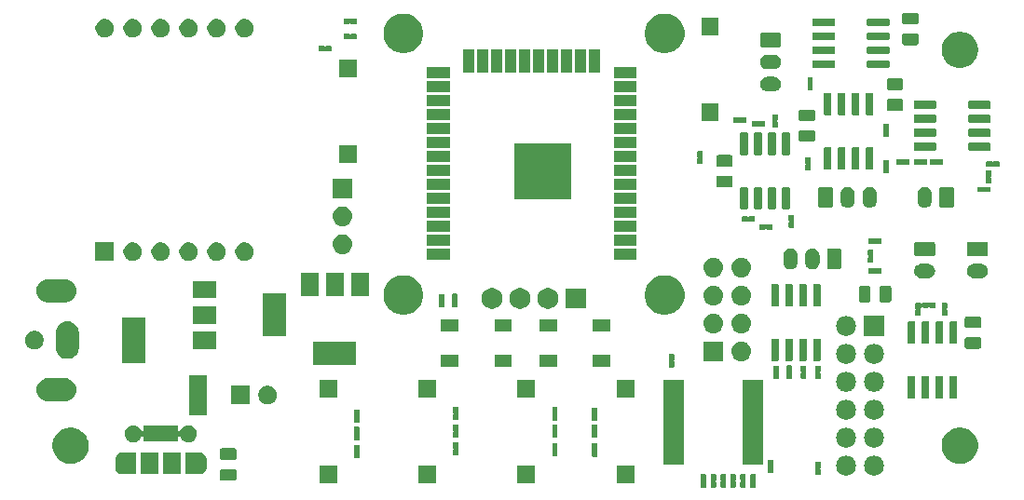
<source format=gbr>
G04 #@! TF.GenerationSoftware,KiCad,Pcbnew,(5.1.4-0-10_14)*
G04 #@! TF.CreationDate,2020-03-14T09:23:35+01:00*
G04 #@! TF.ProjectId,ArtnetNode,4172746e-6574-44e6-9f64-652e6b696361,rev?*
G04 #@! TF.SameCoordinates,Original*
G04 #@! TF.FileFunction,Soldermask,Top*
G04 #@! TF.FilePolarity,Negative*
%FSLAX46Y46*%
G04 Gerber Fmt 4.6, Leading zero omitted, Abs format (unit mm)*
G04 Created by KiCad (PCBNEW (5.1.4-0-10_14)) date 2020-03-14 09:23:35*
%MOMM*%
%LPD*%
G04 APERTURE LIST*
%ADD10C,0.100000*%
G04 APERTURE END LIST*
D10*
G36*
X207800170Y-122600803D02*
G01*
X207811875Y-122604354D01*
X207822665Y-122610121D01*
X207832119Y-122617881D01*
X207839879Y-122627335D01*
X207845646Y-122638125D01*
X207849197Y-122649830D01*
X207851000Y-122668138D01*
X207851000Y-123091862D01*
X207849197Y-123110170D01*
X207845645Y-123121877D01*
X207835383Y-123141077D01*
X207826006Y-123163716D01*
X207821226Y-123187749D01*
X207821226Y-123212253D01*
X207826007Y-123236286D01*
X207835383Y-123258923D01*
X207845645Y-123278123D01*
X207849197Y-123289830D01*
X207851000Y-123308138D01*
X207851000Y-123731862D01*
X207849197Y-123750170D01*
X207845646Y-123761875D01*
X207839879Y-123772665D01*
X207832119Y-123782119D01*
X207822665Y-123789879D01*
X207811875Y-123795646D01*
X207800170Y-123799197D01*
X207781862Y-123801000D01*
X207418138Y-123801000D01*
X207399830Y-123799197D01*
X207388125Y-123795646D01*
X207377335Y-123789879D01*
X207367881Y-123782119D01*
X207360121Y-123772665D01*
X207354354Y-123761875D01*
X207350803Y-123750170D01*
X207349000Y-123731862D01*
X207349000Y-123308138D01*
X207350803Y-123289830D01*
X207354355Y-123278123D01*
X207364617Y-123258923D01*
X207373994Y-123236284D01*
X207378774Y-123212251D01*
X207378774Y-123187747D01*
X207373993Y-123163714D01*
X207364617Y-123141077D01*
X207354355Y-123121877D01*
X207350803Y-123110170D01*
X207349000Y-123091862D01*
X207349000Y-122668138D01*
X207350803Y-122649830D01*
X207354354Y-122638125D01*
X207360121Y-122627335D01*
X207367881Y-122617881D01*
X207377335Y-122610121D01*
X207388125Y-122604354D01*
X207399830Y-122600803D01*
X207418138Y-122599000D01*
X207781862Y-122599000D01*
X207800170Y-122600803D01*
X207800170Y-122600803D01*
G37*
G36*
X206900170Y-122600803D02*
G01*
X206911875Y-122604354D01*
X206922665Y-122610121D01*
X206932119Y-122617881D01*
X206939879Y-122627335D01*
X206945646Y-122638125D01*
X206949197Y-122649830D01*
X206951000Y-122668138D01*
X206951000Y-123091862D01*
X206949197Y-123110170D01*
X206945645Y-123121877D01*
X206935383Y-123141077D01*
X206926006Y-123163716D01*
X206921226Y-123187749D01*
X206921226Y-123212253D01*
X206926007Y-123236286D01*
X206935383Y-123258923D01*
X206945645Y-123278123D01*
X206949197Y-123289830D01*
X206951000Y-123308138D01*
X206951000Y-123731862D01*
X206949197Y-123750170D01*
X206945646Y-123761875D01*
X206939879Y-123772665D01*
X206932119Y-123782119D01*
X206922665Y-123789879D01*
X206911875Y-123795646D01*
X206900170Y-123799197D01*
X206881862Y-123801000D01*
X206518138Y-123801000D01*
X206499830Y-123799197D01*
X206488125Y-123795646D01*
X206477335Y-123789879D01*
X206467881Y-123782119D01*
X206460121Y-123772665D01*
X206454354Y-123761875D01*
X206450803Y-123750170D01*
X206449000Y-123731862D01*
X206449000Y-123308138D01*
X206450803Y-123289830D01*
X206454355Y-123278123D01*
X206464617Y-123258923D01*
X206473994Y-123236284D01*
X206478774Y-123212251D01*
X206478774Y-123187747D01*
X206473993Y-123163714D01*
X206464617Y-123141077D01*
X206454355Y-123121877D01*
X206450803Y-123110170D01*
X206449000Y-123091862D01*
X206449000Y-122668138D01*
X206450803Y-122649830D01*
X206454354Y-122638125D01*
X206460121Y-122627335D01*
X206467881Y-122617881D01*
X206477335Y-122610121D01*
X206488125Y-122604354D01*
X206499830Y-122600803D01*
X206518138Y-122599000D01*
X206881862Y-122599000D01*
X206900170Y-122600803D01*
X206900170Y-122600803D01*
G37*
G36*
X206000170Y-122600803D02*
G01*
X206011875Y-122604354D01*
X206022665Y-122610121D01*
X206032119Y-122617881D01*
X206039879Y-122627335D01*
X206045646Y-122638125D01*
X206049197Y-122649830D01*
X206051000Y-122668138D01*
X206051000Y-123091862D01*
X206049197Y-123110170D01*
X206045645Y-123121877D01*
X206035383Y-123141077D01*
X206026006Y-123163716D01*
X206021226Y-123187749D01*
X206021226Y-123212253D01*
X206026007Y-123236286D01*
X206035383Y-123258923D01*
X206045645Y-123278123D01*
X206049197Y-123289830D01*
X206051000Y-123308138D01*
X206051000Y-123731862D01*
X206049197Y-123750170D01*
X206045646Y-123761875D01*
X206039879Y-123772665D01*
X206032119Y-123782119D01*
X206022665Y-123789879D01*
X206011875Y-123795646D01*
X206000170Y-123799197D01*
X205981862Y-123801000D01*
X205618138Y-123801000D01*
X205599830Y-123799197D01*
X205588125Y-123795646D01*
X205577335Y-123789879D01*
X205567881Y-123782119D01*
X205560121Y-123772665D01*
X205554354Y-123761875D01*
X205550803Y-123750170D01*
X205549000Y-123731862D01*
X205549000Y-123308138D01*
X205550803Y-123289830D01*
X205554355Y-123278123D01*
X205564617Y-123258923D01*
X205573994Y-123236284D01*
X205578774Y-123212251D01*
X205578774Y-123187747D01*
X205573993Y-123163714D01*
X205564617Y-123141077D01*
X205554355Y-123121877D01*
X205550803Y-123110170D01*
X205549000Y-123091862D01*
X205549000Y-122668138D01*
X205550803Y-122649830D01*
X205554354Y-122638125D01*
X205560121Y-122627335D01*
X205567881Y-122617881D01*
X205577335Y-122610121D01*
X205588125Y-122604354D01*
X205599830Y-122600803D01*
X205618138Y-122599000D01*
X205981862Y-122599000D01*
X206000170Y-122600803D01*
X206000170Y-122600803D01*
G37*
G36*
X205100170Y-122600803D02*
G01*
X205111875Y-122604354D01*
X205122665Y-122610121D01*
X205132119Y-122617881D01*
X205139879Y-122627335D01*
X205145646Y-122638125D01*
X205149197Y-122649830D01*
X205151000Y-122668138D01*
X205151000Y-123091862D01*
X205149197Y-123110170D01*
X205145645Y-123121877D01*
X205135383Y-123141077D01*
X205126006Y-123163716D01*
X205121226Y-123187749D01*
X205121226Y-123212253D01*
X205126007Y-123236286D01*
X205135383Y-123258923D01*
X205145645Y-123278123D01*
X205149197Y-123289830D01*
X205151000Y-123308138D01*
X205151000Y-123731862D01*
X205149197Y-123750170D01*
X205145646Y-123761875D01*
X205139879Y-123772665D01*
X205132119Y-123782119D01*
X205122665Y-123789879D01*
X205111875Y-123795646D01*
X205100170Y-123799197D01*
X205081862Y-123801000D01*
X204718138Y-123801000D01*
X204699830Y-123799197D01*
X204688125Y-123795646D01*
X204677335Y-123789879D01*
X204667881Y-123782119D01*
X204660121Y-123772665D01*
X204654354Y-123761875D01*
X204650803Y-123750170D01*
X204649000Y-123731862D01*
X204649000Y-123308138D01*
X204650803Y-123289830D01*
X204654355Y-123278123D01*
X204664617Y-123258923D01*
X204673994Y-123236284D01*
X204678774Y-123212251D01*
X204678774Y-123187747D01*
X204673993Y-123163714D01*
X204664617Y-123141077D01*
X204654355Y-123121877D01*
X204650803Y-123110170D01*
X204649000Y-123091862D01*
X204649000Y-122668138D01*
X204650803Y-122649830D01*
X204654354Y-122638125D01*
X204660121Y-122627335D01*
X204667881Y-122617881D01*
X204677335Y-122610121D01*
X204688125Y-122604354D01*
X204699830Y-122600803D01*
X204718138Y-122599000D01*
X205081862Y-122599000D01*
X205100170Y-122600803D01*
X205100170Y-122600803D01*
G37*
G36*
X204200170Y-122600803D02*
G01*
X204211875Y-122604354D01*
X204222665Y-122610121D01*
X204232119Y-122617881D01*
X204239879Y-122627335D01*
X204245646Y-122638125D01*
X204249197Y-122649830D01*
X204251000Y-122668138D01*
X204251000Y-123091862D01*
X204249197Y-123110170D01*
X204245645Y-123121877D01*
X204235383Y-123141077D01*
X204226006Y-123163716D01*
X204221226Y-123187749D01*
X204221226Y-123212253D01*
X204226007Y-123236286D01*
X204235383Y-123258923D01*
X204245645Y-123278123D01*
X204249197Y-123289830D01*
X204251000Y-123308138D01*
X204251000Y-123731862D01*
X204249197Y-123750170D01*
X204245646Y-123761875D01*
X204239879Y-123772665D01*
X204232119Y-123782119D01*
X204222665Y-123789879D01*
X204211875Y-123795646D01*
X204200170Y-123799197D01*
X204181862Y-123801000D01*
X203818138Y-123801000D01*
X203799830Y-123799197D01*
X203788125Y-123795646D01*
X203777335Y-123789879D01*
X203767881Y-123782119D01*
X203760121Y-123772665D01*
X203754354Y-123761875D01*
X203750803Y-123750170D01*
X203749000Y-123731862D01*
X203749000Y-123308138D01*
X203750803Y-123289830D01*
X203754355Y-123278123D01*
X203764617Y-123258923D01*
X203773994Y-123236284D01*
X203778774Y-123212251D01*
X203778774Y-123187747D01*
X203773993Y-123163714D01*
X203764617Y-123141077D01*
X203754355Y-123121877D01*
X203750803Y-123110170D01*
X203749000Y-123091862D01*
X203749000Y-122668138D01*
X203750803Y-122649830D01*
X203754354Y-122638125D01*
X203760121Y-122627335D01*
X203767881Y-122617881D01*
X203777335Y-122610121D01*
X203788125Y-122604354D01*
X203799830Y-122600803D01*
X203818138Y-122599000D01*
X204181862Y-122599000D01*
X204200170Y-122600803D01*
X204200170Y-122600803D01*
G37*
G36*
X203300170Y-122600803D02*
G01*
X203311875Y-122604354D01*
X203322665Y-122610121D01*
X203332119Y-122617881D01*
X203339879Y-122627335D01*
X203345646Y-122638125D01*
X203349197Y-122649830D01*
X203351000Y-122668138D01*
X203351000Y-123091862D01*
X203349197Y-123110170D01*
X203345645Y-123121877D01*
X203335383Y-123141077D01*
X203326006Y-123163716D01*
X203321226Y-123187749D01*
X203321226Y-123212253D01*
X203326007Y-123236286D01*
X203335383Y-123258923D01*
X203345645Y-123278123D01*
X203349197Y-123289830D01*
X203351000Y-123308138D01*
X203351000Y-123731862D01*
X203349197Y-123750170D01*
X203345646Y-123761875D01*
X203339879Y-123772665D01*
X203332119Y-123782119D01*
X203322665Y-123789879D01*
X203311875Y-123795646D01*
X203300170Y-123799197D01*
X203281862Y-123801000D01*
X202918138Y-123801000D01*
X202899830Y-123799197D01*
X202888125Y-123795646D01*
X202877335Y-123789879D01*
X202867881Y-123782119D01*
X202860121Y-123772665D01*
X202854354Y-123761875D01*
X202850803Y-123750170D01*
X202849000Y-123731862D01*
X202849000Y-123308138D01*
X202850803Y-123289830D01*
X202854355Y-123278123D01*
X202864617Y-123258923D01*
X202873994Y-123236284D01*
X202878774Y-123212251D01*
X202878774Y-123187747D01*
X202873993Y-123163714D01*
X202864617Y-123141077D01*
X202854355Y-123121877D01*
X202850803Y-123110170D01*
X202849000Y-123091862D01*
X202849000Y-122668138D01*
X202850803Y-122649830D01*
X202854354Y-122638125D01*
X202860121Y-122627335D01*
X202867881Y-122617881D01*
X202877335Y-122610121D01*
X202888125Y-122604354D01*
X202899830Y-122600803D01*
X202918138Y-122599000D01*
X203281862Y-122599000D01*
X203300170Y-122600803D01*
X203300170Y-122600803D01*
G37*
G36*
X196801000Y-123401000D02*
G01*
X195199000Y-123401000D01*
X195199000Y-121799000D01*
X196801000Y-121799000D01*
X196801000Y-123401000D01*
X196801000Y-123401000D01*
G37*
G36*
X178801000Y-123401000D02*
G01*
X177199000Y-123401000D01*
X177199000Y-121799000D01*
X178801000Y-121799000D01*
X178801000Y-123401000D01*
X178801000Y-123401000D01*
G37*
G36*
X187801000Y-123401000D02*
G01*
X186199000Y-123401000D01*
X186199000Y-121799000D01*
X187801000Y-121799000D01*
X187801000Y-123401000D01*
X187801000Y-123401000D01*
G37*
G36*
X169801000Y-123401000D02*
G01*
X168199000Y-123401000D01*
X168199000Y-121799000D01*
X169801000Y-121799000D01*
X169801000Y-123401000D01*
X169801000Y-123401000D01*
G37*
G36*
X160484468Y-122103565D02*
G01*
X160523138Y-122115296D01*
X160558777Y-122134346D01*
X160590017Y-122159983D01*
X160615654Y-122191223D01*
X160634704Y-122226862D01*
X160646435Y-122265532D01*
X160651000Y-122311888D01*
X160651000Y-122963112D01*
X160646435Y-123009468D01*
X160634704Y-123048138D01*
X160615654Y-123083777D01*
X160590017Y-123115017D01*
X160558777Y-123140654D01*
X160523138Y-123159704D01*
X160484468Y-123171435D01*
X160438112Y-123176000D01*
X159361888Y-123176000D01*
X159315532Y-123171435D01*
X159276862Y-123159704D01*
X159241223Y-123140654D01*
X159209983Y-123115017D01*
X159184346Y-123083777D01*
X159165296Y-123048138D01*
X159153565Y-123009468D01*
X159149000Y-122963112D01*
X159149000Y-122311888D01*
X159153565Y-122265532D01*
X159165296Y-122226862D01*
X159184346Y-122191223D01*
X159209983Y-122159983D01*
X159241223Y-122134346D01*
X159276862Y-122115296D01*
X159315532Y-122103565D01*
X159361888Y-122099000D01*
X160438112Y-122099000D01*
X160484468Y-122103565D01*
X160484468Y-122103565D01*
G37*
G36*
X218710443Y-120905519D02*
G01*
X218776627Y-120912037D01*
X218946466Y-120963557D01*
X219102991Y-121047222D01*
X219133993Y-121072665D01*
X219240186Y-121159814D01*
X219306006Y-121240017D01*
X219352778Y-121297009D01*
X219436443Y-121453534D01*
X219487963Y-121623373D01*
X219505359Y-121800000D01*
X219487963Y-121976627D01*
X219436443Y-122146466D01*
X219436442Y-122146468D01*
X219407651Y-122200331D01*
X219352778Y-122302991D01*
X219323448Y-122338729D01*
X219240186Y-122440186D01*
X219138729Y-122523448D01*
X219102991Y-122552778D01*
X219052093Y-122579984D01*
X218992454Y-122611862D01*
X218946466Y-122636443D01*
X218776627Y-122687963D01*
X218710442Y-122694482D01*
X218644260Y-122701000D01*
X218555740Y-122701000D01*
X218489558Y-122694482D01*
X218423373Y-122687963D01*
X218253534Y-122636443D01*
X218207547Y-122611862D01*
X218147907Y-122579984D01*
X218097009Y-122552778D01*
X218061271Y-122523448D01*
X217959814Y-122440186D01*
X217876552Y-122338729D01*
X217847222Y-122302991D01*
X217792349Y-122200331D01*
X217763558Y-122146468D01*
X217763557Y-122146466D01*
X217712037Y-121976627D01*
X217694641Y-121800000D01*
X217712037Y-121623373D01*
X217763557Y-121453534D01*
X217847222Y-121297009D01*
X217893994Y-121240017D01*
X217959814Y-121159814D01*
X218066007Y-121072665D01*
X218097009Y-121047222D01*
X218253534Y-120963557D01*
X218423373Y-120912037D01*
X218489557Y-120905519D01*
X218555740Y-120899000D01*
X218644260Y-120899000D01*
X218710443Y-120905519D01*
X218710443Y-120905519D01*
G37*
G36*
X216170443Y-120905519D02*
G01*
X216236627Y-120912037D01*
X216406466Y-120963557D01*
X216562991Y-121047222D01*
X216593993Y-121072665D01*
X216700186Y-121159814D01*
X216766006Y-121240017D01*
X216812778Y-121297009D01*
X216896443Y-121453534D01*
X216947963Y-121623373D01*
X216965359Y-121800000D01*
X216947963Y-121976627D01*
X216896443Y-122146466D01*
X216896442Y-122146468D01*
X216867651Y-122200331D01*
X216812778Y-122302991D01*
X216783448Y-122338729D01*
X216700186Y-122440186D01*
X216598729Y-122523448D01*
X216562991Y-122552778D01*
X216512093Y-122579984D01*
X216452454Y-122611862D01*
X216406466Y-122636443D01*
X216236627Y-122687963D01*
X216170442Y-122694482D01*
X216104260Y-122701000D01*
X216015740Y-122701000D01*
X215949558Y-122694482D01*
X215883373Y-122687963D01*
X215713534Y-122636443D01*
X215667547Y-122611862D01*
X215607907Y-122579984D01*
X215557009Y-122552778D01*
X215521271Y-122523448D01*
X215419814Y-122440186D01*
X215336552Y-122338729D01*
X215307222Y-122302991D01*
X215252349Y-122200331D01*
X215223558Y-122146468D01*
X215223557Y-122146466D01*
X215172037Y-121976627D01*
X215154641Y-121800000D01*
X215172037Y-121623373D01*
X215223557Y-121453534D01*
X215307222Y-121297009D01*
X215353994Y-121240017D01*
X215419814Y-121159814D01*
X215526007Y-121072665D01*
X215557009Y-121047222D01*
X215713534Y-120963557D01*
X215883373Y-120912037D01*
X215949557Y-120905519D01*
X216015740Y-120899000D01*
X216104260Y-120899000D01*
X216170443Y-120905519D01*
X216170443Y-120905519D01*
G37*
G36*
X213700170Y-121480803D02*
G01*
X213711875Y-121484354D01*
X213722665Y-121490121D01*
X213732119Y-121497881D01*
X213739879Y-121507335D01*
X213745646Y-121518125D01*
X213749197Y-121529830D01*
X213751000Y-121548138D01*
X213751000Y-121971862D01*
X213749197Y-121990170D01*
X213745645Y-122001877D01*
X213735383Y-122021077D01*
X213726006Y-122043716D01*
X213721226Y-122067749D01*
X213721226Y-122092253D01*
X213726007Y-122116286D01*
X213735383Y-122138923D01*
X213745645Y-122158123D01*
X213749197Y-122169830D01*
X213751000Y-122188138D01*
X213751000Y-122611862D01*
X213749197Y-122630170D01*
X213745646Y-122641875D01*
X213739879Y-122652665D01*
X213732119Y-122662119D01*
X213722665Y-122669879D01*
X213711875Y-122675646D01*
X213700170Y-122679197D01*
X213681862Y-122681000D01*
X213318138Y-122681000D01*
X213299830Y-122679197D01*
X213288125Y-122675646D01*
X213277335Y-122669879D01*
X213267881Y-122662119D01*
X213260121Y-122652665D01*
X213254354Y-122641875D01*
X213250803Y-122630170D01*
X213249000Y-122611862D01*
X213249000Y-122188138D01*
X213250803Y-122169830D01*
X213254355Y-122158123D01*
X213264617Y-122138923D01*
X213273994Y-122116284D01*
X213278774Y-122092251D01*
X213278774Y-122067747D01*
X213273993Y-122043714D01*
X213264617Y-122021077D01*
X213254355Y-122001877D01*
X213250803Y-121990170D01*
X213249000Y-121971862D01*
X213249000Y-121548138D01*
X213250803Y-121529830D01*
X213254354Y-121518125D01*
X213260121Y-121507335D01*
X213267881Y-121497881D01*
X213277335Y-121490121D01*
X213288125Y-121484354D01*
X213299830Y-121480803D01*
X213318138Y-121479000D01*
X213681862Y-121479000D01*
X213700170Y-121480803D01*
X213700170Y-121480803D01*
G37*
G36*
X157325862Y-120598398D02*
G01*
X157338114Y-120599000D01*
X157411406Y-120599000D01*
X157428164Y-120607957D01*
X157439707Y-120612087D01*
X157550331Y-120645645D01*
X157550334Y-120645646D01*
X157663424Y-120706094D01*
X157762554Y-120787447D01*
X157843906Y-120886575D01*
X157904354Y-120999664D01*
X157904451Y-120999984D01*
X157941580Y-121122382D01*
X157951000Y-121218027D01*
X157951000Y-121981973D01*
X157941580Y-122077618D01*
X157917876Y-122155758D01*
X157904354Y-122200336D01*
X157843906Y-122313425D01*
X157762554Y-122412554D01*
X157663425Y-122493906D01*
X157550336Y-122554354D01*
X157524693Y-122562132D01*
X157439708Y-122587913D01*
X157417075Y-122597287D01*
X157411518Y-122601000D01*
X157338114Y-122601000D01*
X157325862Y-122601602D01*
X157300000Y-122604149D01*
X157274138Y-122601602D01*
X157261886Y-122601000D01*
X156049000Y-122601000D01*
X156049000Y-120599000D01*
X157261886Y-120599000D01*
X157274138Y-120598398D01*
X157300000Y-120595851D01*
X157325862Y-120598398D01*
X157325862Y-120598398D01*
G37*
G36*
X150325862Y-120598398D02*
G01*
X150338114Y-120599000D01*
X151551000Y-120599000D01*
X151551000Y-122601000D01*
X150338114Y-122601000D01*
X150325862Y-122601602D01*
X150300000Y-122604149D01*
X150274138Y-122601602D01*
X150261886Y-122601000D01*
X150188594Y-122601000D01*
X150171836Y-122592043D01*
X150160299Y-122587915D01*
X150075307Y-122562132D01*
X150049664Y-122554354D01*
X149936575Y-122493906D01*
X149837447Y-122412554D01*
X149756094Y-122313424D01*
X149695646Y-122200335D01*
X149679305Y-122146466D01*
X149658420Y-122077617D01*
X149649000Y-121981972D01*
X149649000Y-121218027D01*
X149658420Y-121122382D01*
X149695645Y-120999668D01*
X149725271Y-120944242D01*
X149756095Y-120886575D01*
X149837447Y-120787446D01*
X149936576Y-120706094D01*
X150049666Y-120645646D01*
X150049669Y-120645645D01*
X150160290Y-120612088D01*
X150182925Y-120602712D01*
X150188481Y-120599000D01*
X150261886Y-120599000D01*
X150274138Y-120598398D01*
X150300000Y-120595851D01*
X150325862Y-120598398D01*
X150325862Y-120598398D01*
G37*
G36*
X153601000Y-122601000D02*
G01*
X151999000Y-122601000D01*
X151999000Y-120599000D01*
X153601000Y-120599000D01*
X153601000Y-122601000D01*
X153601000Y-122601000D01*
G37*
G36*
X155601000Y-122601000D02*
G01*
X153999000Y-122601000D01*
X153999000Y-120599000D01*
X155601000Y-120599000D01*
X155601000Y-122601000D01*
X155601000Y-122601000D01*
G37*
G36*
X209400170Y-121280803D02*
G01*
X209411875Y-121284354D01*
X209422665Y-121290121D01*
X209432119Y-121297881D01*
X209439879Y-121307335D01*
X209445646Y-121318125D01*
X209449197Y-121329830D01*
X209451000Y-121348138D01*
X209451000Y-121771862D01*
X209449197Y-121790170D01*
X209445645Y-121801877D01*
X209435383Y-121821077D01*
X209426006Y-121843716D01*
X209421226Y-121867749D01*
X209421226Y-121892253D01*
X209426007Y-121916286D01*
X209435383Y-121938923D01*
X209445645Y-121958123D01*
X209449197Y-121969830D01*
X209451000Y-121988138D01*
X209451000Y-122411862D01*
X209449197Y-122430170D01*
X209445646Y-122441875D01*
X209439879Y-122452665D01*
X209432119Y-122462119D01*
X209422665Y-122469879D01*
X209411875Y-122475646D01*
X209400170Y-122479197D01*
X209381862Y-122481000D01*
X209018138Y-122481000D01*
X208999830Y-122479197D01*
X208988125Y-122475646D01*
X208977335Y-122469879D01*
X208967881Y-122462119D01*
X208960121Y-122452665D01*
X208954354Y-122441875D01*
X208950803Y-122430170D01*
X208949000Y-122411862D01*
X208949000Y-121988138D01*
X208950803Y-121969830D01*
X208954355Y-121958123D01*
X208964617Y-121938923D01*
X208973994Y-121916284D01*
X208978774Y-121892251D01*
X208978774Y-121867747D01*
X208973993Y-121843714D01*
X208964617Y-121821077D01*
X208954355Y-121801877D01*
X208950803Y-121790170D01*
X208949000Y-121771862D01*
X208949000Y-121348138D01*
X208950803Y-121329830D01*
X208954354Y-121318125D01*
X208960121Y-121307335D01*
X208967881Y-121297881D01*
X208977335Y-121290121D01*
X208988125Y-121284354D01*
X208999830Y-121280803D01*
X209018138Y-121279000D01*
X209381862Y-121279000D01*
X209400170Y-121280803D01*
X209400170Y-121280803D01*
G37*
G36*
X201326000Y-121751000D02*
G01*
X199474000Y-121751000D01*
X199474000Y-114049000D01*
X201326000Y-114049000D01*
X201326000Y-121751000D01*
X201326000Y-121751000D01*
G37*
G36*
X208526000Y-121751000D02*
G01*
X206674000Y-121751000D01*
X206674000Y-114049000D01*
X208526000Y-114049000D01*
X208526000Y-121751000D01*
X208526000Y-121751000D01*
G37*
G36*
X145975256Y-118391298D02*
G01*
X146081579Y-118412447D01*
X146294037Y-118500450D01*
X146377183Y-118534890D01*
X146382042Y-118536903D01*
X146652451Y-118717585D01*
X146882415Y-118947549D01*
X147063097Y-119217958D01*
X147063098Y-119217960D01*
X147096747Y-119299197D01*
X147181066Y-119502759D01*
X147187553Y-119518422D01*
X147251000Y-119837389D01*
X147251000Y-120162611D01*
X147213438Y-120351447D01*
X147187553Y-120481579D01*
X147063097Y-120782042D01*
X146882415Y-121052451D01*
X146652451Y-121282415D01*
X146382042Y-121463097D01*
X146081579Y-121587553D01*
X145975256Y-121608702D01*
X145762611Y-121651000D01*
X145437389Y-121651000D01*
X145224744Y-121608702D01*
X145118421Y-121587553D01*
X144817958Y-121463097D01*
X144547549Y-121282415D01*
X144317585Y-121052451D01*
X144136903Y-120782042D01*
X144012447Y-120481579D01*
X143986562Y-120351447D01*
X143949000Y-120162611D01*
X143949000Y-119837389D01*
X144012447Y-119518422D01*
X144018935Y-119502759D01*
X144103253Y-119299197D01*
X144136902Y-119217960D01*
X144136903Y-119217958D01*
X144317585Y-118947549D01*
X144547549Y-118717585D01*
X144817958Y-118536903D01*
X144822818Y-118534890D01*
X144905963Y-118500450D01*
X145118421Y-118412447D01*
X145224744Y-118391298D01*
X145437389Y-118349000D01*
X145762611Y-118349000D01*
X145975256Y-118391298D01*
X145975256Y-118391298D01*
G37*
G36*
X226775256Y-118391298D02*
G01*
X226881579Y-118412447D01*
X227094037Y-118500450D01*
X227177183Y-118534890D01*
X227182042Y-118536903D01*
X227452451Y-118717585D01*
X227682415Y-118947549D01*
X227863097Y-119217958D01*
X227863098Y-119217960D01*
X227896747Y-119299197D01*
X227981066Y-119502759D01*
X227987553Y-119518422D01*
X228051000Y-119837389D01*
X228051000Y-120162611D01*
X228013438Y-120351447D01*
X227987553Y-120481579D01*
X227863097Y-120782042D01*
X227682415Y-121052451D01*
X227452451Y-121282415D01*
X227182042Y-121463097D01*
X226881579Y-121587553D01*
X226775256Y-121608702D01*
X226562611Y-121651000D01*
X226237389Y-121651000D01*
X226024744Y-121608702D01*
X225918421Y-121587553D01*
X225617958Y-121463097D01*
X225347549Y-121282415D01*
X225117585Y-121052451D01*
X224936903Y-120782042D01*
X224812447Y-120481579D01*
X224786562Y-120351447D01*
X224749000Y-120162611D01*
X224749000Y-119837389D01*
X224812447Y-119518422D01*
X224818935Y-119502759D01*
X224903253Y-119299197D01*
X224936902Y-119217960D01*
X224936903Y-119217958D01*
X225117585Y-118947549D01*
X225347549Y-118717585D01*
X225617958Y-118536903D01*
X225622818Y-118534890D01*
X225705963Y-118500450D01*
X225918421Y-118412447D01*
X226024744Y-118391298D01*
X226237389Y-118349000D01*
X226562611Y-118349000D01*
X226775256Y-118391298D01*
X226775256Y-118391298D01*
G37*
G36*
X160484468Y-120228565D02*
G01*
X160523138Y-120240296D01*
X160558777Y-120259346D01*
X160590017Y-120284983D01*
X160615654Y-120316223D01*
X160634704Y-120351862D01*
X160646435Y-120390532D01*
X160651000Y-120436888D01*
X160651000Y-121088112D01*
X160646435Y-121134468D01*
X160634704Y-121173138D01*
X160615654Y-121208777D01*
X160590017Y-121240017D01*
X160558777Y-121265654D01*
X160523138Y-121284704D01*
X160484468Y-121296435D01*
X160438112Y-121301000D01*
X159361888Y-121301000D01*
X159315532Y-121296435D01*
X159276862Y-121284704D01*
X159241223Y-121265654D01*
X159209983Y-121240017D01*
X159184346Y-121208777D01*
X159165296Y-121173138D01*
X159153565Y-121134468D01*
X159149000Y-121088112D01*
X159149000Y-120436888D01*
X159153565Y-120390532D01*
X159165296Y-120351862D01*
X159184346Y-120316223D01*
X159209983Y-120284983D01*
X159241223Y-120259346D01*
X159276862Y-120240296D01*
X159315532Y-120228565D01*
X159361888Y-120224000D01*
X160438112Y-120224000D01*
X160484468Y-120228565D01*
X160484468Y-120228565D01*
G37*
G36*
X171800170Y-119900803D02*
G01*
X171811875Y-119904354D01*
X171822665Y-119910121D01*
X171832119Y-119917881D01*
X171839879Y-119927335D01*
X171845646Y-119938125D01*
X171849197Y-119949830D01*
X171851000Y-119968138D01*
X171851000Y-120391862D01*
X171849197Y-120410170D01*
X171845645Y-120421877D01*
X171835383Y-120441077D01*
X171826006Y-120463716D01*
X171821226Y-120487749D01*
X171821226Y-120512253D01*
X171826007Y-120536286D01*
X171835383Y-120558923D01*
X171845645Y-120578123D01*
X171849197Y-120589830D01*
X171851000Y-120608138D01*
X171851000Y-121031862D01*
X171849197Y-121050170D01*
X171845646Y-121061875D01*
X171839879Y-121072665D01*
X171832119Y-121082119D01*
X171822665Y-121089879D01*
X171811875Y-121095646D01*
X171800170Y-121099197D01*
X171781862Y-121101000D01*
X171418138Y-121101000D01*
X171399830Y-121099197D01*
X171388125Y-121095646D01*
X171377335Y-121089879D01*
X171367881Y-121082119D01*
X171360121Y-121072665D01*
X171354354Y-121061875D01*
X171350803Y-121050170D01*
X171349000Y-121031862D01*
X171349000Y-120608138D01*
X171350803Y-120589830D01*
X171354355Y-120578123D01*
X171364617Y-120558923D01*
X171373994Y-120536284D01*
X171378774Y-120512251D01*
X171378774Y-120487747D01*
X171373993Y-120463714D01*
X171364617Y-120441077D01*
X171354355Y-120421877D01*
X171350803Y-120410170D01*
X171349000Y-120391862D01*
X171349000Y-119968138D01*
X171350803Y-119949830D01*
X171354354Y-119938125D01*
X171360121Y-119927335D01*
X171367881Y-119917881D01*
X171377335Y-119910121D01*
X171388125Y-119904354D01*
X171399830Y-119900803D01*
X171418138Y-119899000D01*
X171781862Y-119899000D01*
X171800170Y-119900803D01*
X171800170Y-119900803D01*
G37*
G36*
X193400170Y-119800803D02*
G01*
X193411875Y-119804354D01*
X193422665Y-119810121D01*
X193432119Y-119817881D01*
X193439879Y-119827335D01*
X193445646Y-119838125D01*
X193449197Y-119849830D01*
X193451000Y-119868138D01*
X193451000Y-120291862D01*
X193449197Y-120310170D01*
X193445645Y-120321877D01*
X193435383Y-120341077D01*
X193426006Y-120363716D01*
X193421226Y-120387749D01*
X193421226Y-120412253D01*
X193426007Y-120436286D01*
X193435383Y-120458923D01*
X193445645Y-120478123D01*
X193449197Y-120489830D01*
X193451000Y-120508138D01*
X193451000Y-120931862D01*
X193449197Y-120950170D01*
X193445646Y-120961875D01*
X193439879Y-120972665D01*
X193432119Y-120982119D01*
X193422665Y-120989879D01*
X193411875Y-120995646D01*
X193400170Y-120999197D01*
X193381862Y-121001000D01*
X193018138Y-121001000D01*
X192999830Y-120999197D01*
X192988125Y-120995646D01*
X192977335Y-120989879D01*
X192967881Y-120982119D01*
X192960121Y-120972665D01*
X192954354Y-120961875D01*
X192950803Y-120950170D01*
X192949000Y-120931862D01*
X192949000Y-120508138D01*
X192950803Y-120489830D01*
X192954355Y-120478123D01*
X192964617Y-120458923D01*
X192973994Y-120436284D01*
X192978774Y-120412251D01*
X192978774Y-120387747D01*
X192973993Y-120363714D01*
X192964617Y-120341077D01*
X192954355Y-120321877D01*
X192950803Y-120310170D01*
X192949000Y-120291862D01*
X192949000Y-119868138D01*
X192950803Y-119849830D01*
X192954354Y-119838125D01*
X192960121Y-119827335D01*
X192967881Y-119817881D01*
X192977335Y-119810121D01*
X192988125Y-119804354D01*
X192999830Y-119800803D01*
X193018138Y-119799000D01*
X193381862Y-119799000D01*
X193400170Y-119800803D01*
X193400170Y-119800803D01*
G37*
G36*
X189800170Y-119780803D02*
G01*
X189811875Y-119784354D01*
X189822665Y-119790121D01*
X189832119Y-119797881D01*
X189839879Y-119807335D01*
X189845646Y-119818125D01*
X189849197Y-119829830D01*
X189851000Y-119848138D01*
X189851000Y-120271862D01*
X189849197Y-120290170D01*
X189845645Y-120301877D01*
X189835383Y-120321077D01*
X189826006Y-120343716D01*
X189821226Y-120367749D01*
X189821226Y-120392253D01*
X189826007Y-120416286D01*
X189835383Y-120438923D01*
X189845645Y-120458123D01*
X189849197Y-120469830D01*
X189851000Y-120488138D01*
X189851000Y-120911862D01*
X189849197Y-120930170D01*
X189845646Y-120941875D01*
X189839879Y-120952665D01*
X189832119Y-120962119D01*
X189822665Y-120969879D01*
X189811875Y-120975646D01*
X189800170Y-120979197D01*
X189781862Y-120981000D01*
X189418138Y-120981000D01*
X189399830Y-120979197D01*
X189388125Y-120975646D01*
X189377335Y-120969879D01*
X189367881Y-120962119D01*
X189360121Y-120952665D01*
X189354354Y-120941875D01*
X189350803Y-120930170D01*
X189349000Y-120911862D01*
X189349000Y-120488138D01*
X189350803Y-120469830D01*
X189354355Y-120458123D01*
X189364617Y-120438923D01*
X189373994Y-120416284D01*
X189378774Y-120392251D01*
X189378774Y-120367747D01*
X189373993Y-120343714D01*
X189364617Y-120321077D01*
X189354355Y-120301877D01*
X189350803Y-120290170D01*
X189349000Y-120271862D01*
X189349000Y-119848138D01*
X189350803Y-119829830D01*
X189354354Y-119818125D01*
X189360121Y-119807335D01*
X189367881Y-119797881D01*
X189377335Y-119790121D01*
X189388125Y-119784354D01*
X189399830Y-119780803D01*
X189418138Y-119779000D01*
X189781862Y-119779000D01*
X189800170Y-119780803D01*
X189800170Y-119780803D01*
G37*
G36*
X180800170Y-119700803D02*
G01*
X180811875Y-119704354D01*
X180822665Y-119710121D01*
X180832119Y-119717881D01*
X180839879Y-119727335D01*
X180845646Y-119738125D01*
X180849197Y-119749830D01*
X180851000Y-119768138D01*
X180851000Y-120191862D01*
X180849197Y-120210170D01*
X180845645Y-120221877D01*
X180835383Y-120241077D01*
X180826006Y-120263716D01*
X180821226Y-120287749D01*
X180821226Y-120312253D01*
X180826007Y-120336286D01*
X180835383Y-120358923D01*
X180845645Y-120378123D01*
X180849197Y-120389830D01*
X180851000Y-120408138D01*
X180851000Y-120831862D01*
X180849197Y-120850170D01*
X180845646Y-120861875D01*
X180839879Y-120872665D01*
X180832119Y-120882119D01*
X180822665Y-120889879D01*
X180811875Y-120895646D01*
X180800170Y-120899197D01*
X180781862Y-120901000D01*
X180418138Y-120901000D01*
X180399830Y-120899197D01*
X180388125Y-120895646D01*
X180377335Y-120889879D01*
X180367881Y-120882119D01*
X180360121Y-120872665D01*
X180354354Y-120861875D01*
X180350803Y-120850170D01*
X180349000Y-120831862D01*
X180349000Y-120408138D01*
X180350803Y-120389830D01*
X180354355Y-120378123D01*
X180364617Y-120358923D01*
X180373994Y-120336284D01*
X180378774Y-120312251D01*
X180378774Y-120287747D01*
X180373993Y-120263714D01*
X180364617Y-120241077D01*
X180354355Y-120221877D01*
X180350803Y-120210170D01*
X180349000Y-120191862D01*
X180349000Y-119768138D01*
X180350803Y-119749830D01*
X180354354Y-119738125D01*
X180360121Y-119727335D01*
X180367881Y-119717881D01*
X180377335Y-119710121D01*
X180388125Y-119704354D01*
X180399830Y-119700803D01*
X180418138Y-119699000D01*
X180781862Y-119699000D01*
X180800170Y-119700803D01*
X180800170Y-119700803D01*
G37*
G36*
X216170443Y-118365519D02*
G01*
X216236627Y-118372037D01*
X216406466Y-118423557D01*
X216562991Y-118507222D01*
X216593698Y-118532423D01*
X216700186Y-118619814D01*
X216778712Y-118715500D01*
X216812778Y-118757009D01*
X216896443Y-118913534D01*
X216947963Y-119083373D01*
X216965359Y-119260000D01*
X216947963Y-119436627D01*
X216896443Y-119606466D01*
X216812778Y-119762991D01*
X216790513Y-119790121D01*
X216700186Y-119900186D01*
X216598729Y-119983448D01*
X216562991Y-120012778D01*
X216406466Y-120096443D01*
X216236627Y-120147963D01*
X216170442Y-120154482D01*
X216104260Y-120161000D01*
X216015740Y-120161000D01*
X215949558Y-120154482D01*
X215883373Y-120147963D01*
X215713534Y-120096443D01*
X215557009Y-120012778D01*
X215521271Y-119983448D01*
X215419814Y-119900186D01*
X215329487Y-119790121D01*
X215307222Y-119762991D01*
X215223557Y-119606466D01*
X215172037Y-119436627D01*
X215154641Y-119260000D01*
X215172037Y-119083373D01*
X215223557Y-118913534D01*
X215307222Y-118757009D01*
X215341288Y-118715500D01*
X215419814Y-118619814D01*
X215526302Y-118532423D01*
X215557009Y-118507222D01*
X215713534Y-118423557D01*
X215883373Y-118372037D01*
X215949557Y-118365519D01*
X216015740Y-118359000D01*
X216104260Y-118359000D01*
X216170443Y-118365519D01*
X216170443Y-118365519D01*
G37*
G36*
X218710443Y-118365519D02*
G01*
X218776627Y-118372037D01*
X218946466Y-118423557D01*
X219102991Y-118507222D01*
X219133698Y-118532423D01*
X219240186Y-118619814D01*
X219318712Y-118715500D01*
X219352778Y-118757009D01*
X219436443Y-118913534D01*
X219487963Y-119083373D01*
X219505359Y-119260000D01*
X219487963Y-119436627D01*
X219436443Y-119606466D01*
X219352778Y-119762991D01*
X219330513Y-119790121D01*
X219240186Y-119900186D01*
X219138729Y-119983448D01*
X219102991Y-120012778D01*
X218946466Y-120096443D01*
X218776627Y-120147963D01*
X218710442Y-120154482D01*
X218644260Y-120161000D01*
X218555740Y-120161000D01*
X218489558Y-120154482D01*
X218423373Y-120147963D01*
X218253534Y-120096443D01*
X218097009Y-120012778D01*
X218061271Y-119983448D01*
X217959814Y-119900186D01*
X217869487Y-119790121D01*
X217847222Y-119762991D01*
X217763557Y-119606466D01*
X217712037Y-119436627D01*
X217694641Y-119260000D01*
X217712037Y-119083373D01*
X217763557Y-118913534D01*
X217847222Y-118757009D01*
X217881288Y-118715500D01*
X217959814Y-118619814D01*
X218066302Y-118532423D01*
X218097009Y-118507222D01*
X218253534Y-118423557D01*
X218423373Y-118372037D01*
X218489557Y-118365519D01*
X218555740Y-118359000D01*
X218644260Y-118359000D01*
X218710443Y-118365519D01*
X218710443Y-118365519D01*
G37*
G36*
X151526348Y-118153820D02*
G01*
X151526350Y-118153821D01*
X151526351Y-118153821D01*
X151667574Y-118212317D01*
X151667577Y-118212319D01*
X151794669Y-118297239D01*
X151902761Y-118405331D01*
X151959375Y-118490060D01*
X151987683Y-118532426D01*
X152008517Y-118582725D01*
X152020068Y-118604336D01*
X152035614Y-118623278D01*
X152054556Y-118638823D01*
X152076166Y-118650374D01*
X152099615Y-118657487D01*
X152124001Y-118659889D01*
X152148387Y-118657487D01*
X152171836Y-118650374D01*
X152193447Y-118638823D01*
X152212389Y-118623277D01*
X152227934Y-118604335D01*
X152239485Y-118582725D01*
X152246598Y-118559276D01*
X152249000Y-118534890D01*
X152249000Y-118174000D01*
X155351000Y-118174000D01*
X155351000Y-118534890D01*
X155353402Y-118559276D01*
X155360515Y-118582725D01*
X155372066Y-118604336D01*
X155387611Y-118623278D01*
X155406553Y-118638823D01*
X155428164Y-118650374D01*
X155451613Y-118657487D01*
X155475999Y-118659889D01*
X155500385Y-118657487D01*
X155523834Y-118650374D01*
X155545445Y-118638823D01*
X155564387Y-118623278D01*
X155579932Y-118604336D01*
X155591483Y-118582725D01*
X155612317Y-118532426D01*
X155640625Y-118490060D01*
X155697239Y-118405331D01*
X155805331Y-118297239D01*
X155932423Y-118212319D01*
X155932426Y-118212317D01*
X156073649Y-118153821D01*
X156073650Y-118153821D01*
X156073652Y-118153820D01*
X156223569Y-118124000D01*
X156376431Y-118124000D01*
X156526348Y-118153820D01*
X156526350Y-118153821D01*
X156526351Y-118153821D01*
X156667574Y-118212317D01*
X156667577Y-118212319D01*
X156794669Y-118297239D01*
X156902761Y-118405331D01*
X156970842Y-118507222D01*
X156987683Y-118532426D01*
X157043734Y-118667747D01*
X157046180Y-118673652D01*
X157076000Y-118823569D01*
X157076000Y-118976431D01*
X157054728Y-119083375D01*
X157046179Y-119126351D01*
X156987683Y-119267574D01*
X156987682Y-119267575D01*
X156987681Y-119267577D01*
X156902761Y-119394669D01*
X156794669Y-119502761D01*
X156667577Y-119587681D01*
X156667574Y-119587683D01*
X156526351Y-119646179D01*
X156526350Y-119646179D01*
X156526348Y-119646180D01*
X156376431Y-119676000D01*
X156223569Y-119676000D01*
X156073652Y-119646180D01*
X156073650Y-119646179D01*
X156073649Y-119646179D01*
X155932426Y-119587683D01*
X155932423Y-119587681D01*
X155805331Y-119502761D01*
X155697239Y-119394669D01*
X155620519Y-119279849D01*
X155612317Y-119267574D01*
X155591481Y-119217272D01*
X155579932Y-119195664D01*
X155564386Y-119176722D01*
X155545444Y-119161177D01*
X155523834Y-119149626D01*
X155500385Y-119142513D01*
X155475999Y-119140111D01*
X155451613Y-119142513D01*
X155428164Y-119149626D01*
X155406553Y-119161177D01*
X155387611Y-119176723D01*
X155372066Y-119195665D01*
X155360515Y-119217275D01*
X155353402Y-119240724D01*
X155351000Y-119265110D01*
X155351000Y-119626000D01*
X152249000Y-119626000D01*
X152249000Y-119265110D01*
X152246598Y-119240724D01*
X152239485Y-119217275D01*
X152227934Y-119195664D01*
X152212389Y-119176722D01*
X152193447Y-119161177D01*
X152171836Y-119149626D01*
X152148387Y-119142513D01*
X152124001Y-119140111D01*
X152099615Y-119142513D01*
X152076166Y-119149626D01*
X152054555Y-119161177D01*
X152035613Y-119176722D01*
X152020068Y-119195664D01*
X152008519Y-119217272D01*
X151987683Y-119267574D01*
X151979481Y-119279849D01*
X151902761Y-119394669D01*
X151794669Y-119502761D01*
X151667577Y-119587681D01*
X151667574Y-119587683D01*
X151526351Y-119646179D01*
X151526350Y-119646179D01*
X151526348Y-119646180D01*
X151376431Y-119676000D01*
X151223569Y-119676000D01*
X151073652Y-119646180D01*
X151073650Y-119646179D01*
X151073649Y-119646179D01*
X150932426Y-119587683D01*
X150932423Y-119587681D01*
X150805331Y-119502761D01*
X150697239Y-119394669D01*
X150612319Y-119267577D01*
X150612318Y-119267575D01*
X150612317Y-119267574D01*
X150553821Y-119126351D01*
X150545273Y-119083375D01*
X150524000Y-118976431D01*
X150524000Y-118823569D01*
X150553820Y-118673652D01*
X150556266Y-118667747D01*
X150612317Y-118532426D01*
X150629158Y-118507222D01*
X150697239Y-118405331D01*
X150805331Y-118297239D01*
X150932423Y-118212319D01*
X150932426Y-118212317D01*
X151073649Y-118153821D01*
X151073650Y-118153821D01*
X151073652Y-118153820D01*
X151223569Y-118124000D01*
X151376431Y-118124000D01*
X151526348Y-118153820D01*
X151526348Y-118153820D01*
G37*
G36*
X171800170Y-118280803D02*
G01*
X171811875Y-118284354D01*
X171822665Y-118290121D01*
X171832119Y-118297881D01*
X171839879Y-118307335D01*
X171845646Y-118318125D01*
X171849197Y-118329830D01*
X171851000Y-118348138D01*
X171851000Y-118771862D01*
X171849197Y-118790170D01*
X171845645Y-118801877D01*
X171835383Y-118821077D01*
X171826006Y-118843716D01*
X171821226Y-118867749D01*
X171821226Y-118892253D01*
X171826007Y-118916286D01*
X171835383Y-118938923D01*
X171845645Y-118958123D01*
X171849197Y-118969830D01*
X171851000Y-118988138D01*
X171851000Y-119411862D01*
X171849197Y-119430170D01*
X171845646Y-119441875D01*
X171839879Y-119452665D01*
X171832119Y-119462119D01*
X171822665Y-119469879D01*
X171811875Y-119475646D01*
X171800170Y-119479197D01*
X171781862Y-119481000D01*
X171418138Y-119481000D01*
X171399830Y-119479197D01*
X171388125Y-119475646D01*
X171377335Y-119469879D01*
X171367881Y-119462119D01*
X171360121Y-119452665D01*
X171354354Y-119441875D01*
X171350803Y-119430170D01*
X171349000Y-119411862D01*
X171349000Y-118988138D01*
X171350803Y-118969830D01*
X171354355Y-118958123D01*
X171364617Y-118938923D01*
X171373994Y-118916284D01*
X171378774Y-118892251D01*
X171378774Y-118867747D01*
X171373993Y-118843714D01*
X171364617Y-118821077D01*
X171354355Y-118801877D01*
X171350803Y-118790170D01*
X171349000Y-118771862D01*
X171349000Y-118348138D01*
X171350803Y-118329830D01*
X171354354Y-118318125D01*
X171360121Y-118307335D01*
X171367881Y-118297881D01*
X171377335Y-118290121D01*
X171388125Y-118284354D01*
X171399830Y-118280803D01*
X171418138Y-118279000D01*
X171781862Y-118279000D01*
X171800170Y-118280803D01*
X171800170Y-118280803D01*
G37*
G36*
X189800170Y-118100803D02*
G01*
X189811875Y-118104354D01*
X189822665Y-118110121D01*
X189832119Y-118117881D01*
X189839879Y-118127335D01*
X189845646Y-118138125D01*
X189849197Y-118149830D01*
X189851000Y-118168138D01*
X189851000Y-118591862D01*
X189849197Y-118610170D01*
X189845645Y-118621877D01*
X189835383Y-118641077D01*
X189826006Y-118663716D01*
X189821226Y-118687749D01*
X189821226Y-118712253D01*
X189826007Y-118736286D01*
X189835383Y-118758923D01*
X189845645Y-118778123D01*
X189849197Y-118789830D01*
X189851000Y-118808138D01*
X189851000Y-119231862D01*
X189849197Y-119250170D01*
X189845646Y-119261875D01*
X189839879Y-119272665D01*
X189832119Y-119282119D01*
X189822665Y-119289879D01*
X189811875Y-119295646D01*
X189800170Y-119299197D01*
X189781862Y-119301000D01*
X189418138Y-119301000D01*
X189399830Y-119299197D01*
X189388125Y-119295646D01*
X189377335Y-119289879D01*
X189367881Y-119282119D01*
X189360121Y-119272665D01*
X189354354Y-119261875D01*
X189350803Y-119250170D01*
X189349000Y-119231862D01*
X189349000Y-118808138D01*
X189350803Y-118789830D01*
X189354355Y-118778123D01*
X189364617Y-118758923D01*
X189373994Y-118736284D01*
X189378774Y-118712251D01*
X189378774Y-118687747D01*
X189373993Y-118663714D01*
X189364617Y-118641077D01*
X189354355Y-118621877D01*
X189350803Y-118610170D01*
X189349000Y-118591862D01*
X189349000Y-118168138D01*
X189350803Y-118149830D01*
X189354354Y-118138125D01*
X189360121Y-118127335D01*
X189367881Y-118117881D01*
X189377335Y-118110121D01*
X189388125Y-118104354D01*
X189399830Y-118100803D01*
X189418138Y-118099000D01*
X189781862Y-118099000D01*
X189800170Y-118100803D01*
X189800170Y-118100803D01*
G37*
G36*
X193400170Y-118100803D02*
G01*
X193411875Y-118104354D01*
X193422665Y-118110121D01*
X193432119Y-118117881D01*
X193439879Y-118127335D01*
X193445646Y-118138125D01*
X193449197Y-118149830D01*
X193451000Y-118168138D01*
X193451000Y-118591862D01*
X193449197Y-118610170D01*
X193445645Y-118621877D01*
X193435383Y-118641077D01*
X193426006Y-118663716D01*
X193421226Y-118687749D01*
X193421226Y-118712253D01*
X193426007Y-118736286D01*
X193435383Y-118758923D01*
X193445645Y-118778123D01*
X193449197Y-118789830D01*
X193451000Y-118808138D01*
X193451000Y-119231862D01*
X193449197Y-119250170D01*
X193445646Y-119261875D01*
X193439879Y-119272665D01*
X193432119Y-119282119D01*
X193422665Y-119289879D01*
X193411875Y-119295646D01*
X193400170Y-119299197D01*
X193381862Y-119301000D01*
X193018138Y-119301000D01*
X192999830Y-119299197D01*
X192988125Y-119295646D01*
X192977335Y-119289879D01*
X192967881Y-119282119D01*
X192960121Y-119272665D01*
X192954354Y-119261875D01*
X192950803Y-119250170D01*
X192949000Y-119231862D01*
X192949000Y-118808138D01*
X192950803Y-118789830D01*
X192954355Y-118778123D01*
X192964617Y-118758923D01*
X192973994Y-118736284D01*
X192978774Y-118712251D01*
X192978774Y-118687747D01*
X192973993Y-118663714D01*
X192964617Y-118641077D01*
X192954355Y-118621877D01*
X192950803Y-118610170D01*
X192949000Y-118591862D01*
X192949000Y-118168138D01*
X192950803Y-118149830D01*
X192954354Y-118138125D01*
X192960121Y-118127335D01*
X192967881Y-118117881D01*
X192977335Y-118110121D01*
X192988125Y-118104354D01*
X192999830Y-118100803D01*
X193018138Y-118099000D01*
X193381862Y-118099000D01*
X193400170Y-118100803D01*
X193400170Y-118100803D01*
G37*
G36*
X180800170Y-118080803D02*
G01*
X180811875Y-118084354D01*
X180822665Y-118090121D01*
X180832119Y-118097881D01*
X180839879Y-118107335D01*
X180845646Y-118118125D01*
X180849197Y-118129830D01*
X180851000Y-118148138D01*
X180851000Y-118571862D01*
X180849197Y-118590170D01*
X180845645Y-118601877D01*
X180835383Y-118621077D01*
X180826006Y-118643716D01*
X180821226Y-118667749D01*
X180821226Y-118692253D01*
X180826007Y-118716286D01*
X180835383Y-118738923D01*
X180845645Y-118758123D01*
X180849197Y-118769830D01*
X180851000Y-118788138D01*
X180851000Y-119211862D01*
X180849197Y-119230170D01*
X180845646Y-119241875D01*
X180839879Y-119252665D01*
X180832119Y-119262119D01*
X180822665Y-119269879D01*
X180811875Y-119275646D01*
X180800170Y-119279197D01*
X180781862Y-119281000D01*
X180418138Y-119281000D01*
X180399830Y-119279197D01*
X180388125Y-119275646D01*
X180377335Y-119269879D01*
X180367881Y-119262119D01*
X180360121Y-119252665D01*
X180354354Y-119241875D01*
X180350803Y-119230170D01*
X180349000Y-119211862D01*
X180349000Y-118788138D01*
X180350803Y-118769830D01*
X180354355Y-118758123D01*
X180364617Y-118738923D01*
X180373994Y-118716284D01*
X180378774Y-118692251D01*
X180378774Y-118667747D01*
X180373993Y-118643714D01*
X180364617Y-118621077D01*
X180354355Y-118601877D01*
X180350803Y-118590170D01*
X180349000Y-118571862D01*
X180349000Y-118148138D01*
X180350803Y-118129830D01*
X180354354Y-118118125D01*
X180360121Y-118107335D01*
X180367881Y-118097881D01*
X180377335Y-118090121D01*
X180388125Y-118084354D01*
X180399830Y-118080803D01*
X180418138Y-118079000D01*
X180781862Y-118079000D01*
X180800170Y-118080803D01*
X180800170Y-118080803D01*
G37*
G36*
X171800170Y-116680803D02*
G01*
X171811875Y-116684354D01*
X171822665Y-116690121D01*
X171832119Y-116697881D01*
X171839879Y-116707335D01*
X171845646Y-116718125D01*
X171849197Y-116729830D01*
X171851000Y-116748138D01*
X171851000Y-117171862D01*
X171849197Y-117190170D01*
X171845645Y-117201877D01*
X171835383Y-117221077D01*
X171826006Y-117243716D01*
X171821226Y-117267749D01*
X171821226Y-117292253D01*
X171826007Y-117316286D01*
X171835383Y-117338923D01*
X171845645Y-117358123D01*
X171849197Y-117369830D01*
X171851000Y-117388138D01*
X171851000Y-117811862D01*
X171849197Y-117830170D01*
X171845646Y-117841875D01*
X171839879Y-117852665D01*
X171832119Y-117862119D01*
X171822665Y-117869879D01*
X171811875Y-117875646D01*
X171800170Y-117879197D01*
X171781862Y-117881000D01*
X171418138Y-117881000D01*
X171399830Y-117879197D01*
X171388125Y-117875646D01*
X171377335Y-117869879D01*
X171367881Y-117862119D01*
X171360121Y-117852665D01*
X171354354Y-117841875D01*
X171350803Y-117830170D01*
X171349000Y-117811862D01*
X171349000Y-117388138D01*
X171350803Y-117369830D01*
X171354355Y-117358123D01*
X171364617Y-117338923D01*
X171373994Y-117316284D01*
X171378774Y-117292251D01*
X171378774Y-117267747D01*
X171373993Y-117243714D01*
X171364617Y-117221077D01*
X171354355Y-117201877D01*
X171350803Y-117190170D01*
X171349000Y-117171862D01*
X171349000Y-116748138D01*
X171350803Y-116729830D01*
X171354354Y-116718125D01*
X171360121Y-116707335D01*
X171367881Y-116697881D01*
X171377335Y-116690121D01*
X171388125Y-116684354D01*
X171399830Y-116680803D01*
X171418138Y-116679000D01*
X171781862Y-116679000D01*
X171800170Y-116680803D01*
X171800170Y-116680803D01*
G37*
G36*
X193400170Y-116520803D02*
G01*
X193411875Y-116524354D01*
X193422665Y-116530121D01*
X193432119Y-116537881D01*
X193439879Y-116547335D01*
X193445646Y-116558125D01*
X193449197Y-116569830D01*
X193451000Y-116588138D01*
X193451000Y-117011862D01*
X193449197Y-117030170D01*
X193445645Y-117041877D01*
X193435383Y-117061077D01*
X193426006Y-117083716D01*
X193421226Y-117107749D01*
X193421226Y-117132253D01*
X193426007Y-117156286D01*
X193435383Y-117178923D01*
X193445645Y-117198123D01*
X193449197Y-117209830D01*
X193451000Y-117228138D01*
X193451000Y-117651862D01*
X193449197Y-117670170D01*
X193445646Y-117681875D01*
X193439879Y-117692665D01*
X193432119Y-117702119D01*
X193422665Y-117709879D01*
X193411875Y-117715646D01*
X193400170Y-117719197D01*
X193381862Y-117721000D01*
X193018138Y-117721000D01*
X192999830Y-117719197D01*
X192988125Y-117715646D01*
X192977335Y-117709879D01*
X192967881Y-117702119D01*
X192960121Y-117692665D01*
X192954354Y-117681875D01*
X192950803Y-117670170D01*
X192949000Y-117651862D01*
X192949000Y-117228138D01*
X192950803Y-117209830D01*
X192954355Y-117198123D01*
X192964617Y-117178923D01*
X192973994Y-117156284D01*
X192978774Y-117132251D01*
X192978774Y-117107747D01*
X192973993Y-117083714D01*
X192964617Y-117061077D01*
X192954355Y-117041877D01*
X192950803Y-117030170D01*
X192949000Y-117011862D01*
X192949000Y-116588138D01*
X192950803Y-116569830D01*
X192954354Y-116558125D01*
X192960121Y-116547335D01*
X192967881Y-116537881D01*
X192977335Y-116530121D01*
X192988125Y-116524354D01*
X192999830Y-116520803D01*
X193018138Y-116519000D01*
X193381862Y-116519000D01*
X193400170Y-116520803D01*
X193400170Y-116520803D01*
G37*
G36*
X189800170Y-116500803D02*
G01*
X189811875Y-116504354D01*
X189822665Y-116510121D01*
X189832119Y-116517881D01*
X189839879Y-116527335D01*
X189845646Y-116538125D01*
X189849197Y-116549830D01*
X189851000Y-116568138D01*
X189851000Y-116991862D01*
X189849197Y-117010170D01*
X189845645Y-117021877D01*
X189835383Y-117041077D01*
X189826006Y-117063716D01*
X189821226Y-117087749D01*
X189821226Y-117112253D01*
X189826007Y-117136286D01*
X189835383Y-117158923D01*
X189845645Y-117178123D01*
X189849197Y-117189830D01*
X189851000Y-117208138D01*
X189851000Y-117631862D01*
X189849197Y-117650170D01*
X189845646Y-117661875D01*
X189839879Y-117672665D01*
X189832119Y-117682119D01*
X189822665Y-117689879D01*
X189811875Y-117695646D01*
X189800170Y-117699197D01*
X189781862Y-117701000D01*
X189418138Y-117701000D01*
X189399830Y-117699197D01*
X189388125Y-117695646D01*
X189377335Y-117689879D01*
X189367881Y-117682119D01*
X189360121Y-117672665D01*
X189354354Y-117661875D01*
X189350803Y-117650170D01*
X189349000Y-117631862D01*
X189349000Y-117208138D01*
X189350803Y-117189830D01*
X189354355Y-117178123D01*
X189364617Y-117158923D01*
X189373994Y-117136284D01*
X189378774Y-117112251D01*
X189378774Y-117087747D01*
X189373993Y-117063714D01*
X189364617Y-117041077D01*
X189354355Y-117021877D01*
X189350803Y-117010170D01*
X189349000Y-116991862D01*
X189349000Y-116568138D01*
X189350803Y-116549830D01*
X189354354Y-116538125D01*
X189360121Y-116527335D01*
X189367881Y-116517881D01*
X189377335Y-116510121D01*
X189388125Y-116504354D01*
X189399830Y-116500803D01*
X189418138Y-116499000D01*
X189781862Y-116499000D01*
X189800170Y-116500803D01*
X189800170Y-116500803D01*
G37*
G36*
X180800170Y-116480803D02*
G01*
X180811875Y-116484354D01*
X180822665Y-116490121D01*
X180832119Y-116497881D01*
X180839879Y-116507335D01*
X180845646Y-116518125D01*
X180849197Y-116529830D01*
X180851000Y-116548138D01*
X180851000Y-116971862D01*
X180849197Y-116990170D01*
X180845645Y-117001877D01*
X180835383Y-117021077D01*
X180826006Y-117043716D01*
X180821226Y-117067749D01*
X180821226Y-117092253D01*
X180826007Y-117116286D01*
X180835383Y-117138923D01*
X180845645Y-117158123D01*
X180849197Y-117169830D01*
X180851000Y-117188138D01*
X180851000Y-117611862D01*
X180849197Y-117630170D01*
X180845646Y-117641875D01*
X180839879Y-117652665D01*
X180832119Y-117662119D01*
X180822665Y-117669879D01*
X180811875Y-117675646D01*
X180800170Y-117679197D01*
X180781862Y-117681000D01*
X180418138Y-117681000D01*
X180399830Y-117679197D01*
X180388125Y-117675646D01*
X180377335Y-117669879D01*
X180367881Y-117662119D01*
X180360121Y-117652665D01*
X180354354Y-117641875D01*
X180350803Y-117630170D01*
X180349000Y-117611862D01*
X180349000Y-117188138D01*
X180350803Y-117169830D01*
X180354355Y-117158123D01*
X180364617Y-117138923D01*
X180373994Y-117116284D01*
X180378774Y-117092251D01*
X180378774Y-117067747D01*
X180373993Y-117043714D01*
X180364617Y-117021077D01*
X180354355Y-117001877D01*
X180350803Y-116990170D01*
X180349000Y-116971862D01*
X180349000Y-116548138D01*
X180350803Y-116529830D01*
X180354354Y-116518125D01*
X180360121Y-116507335D01*
X180367881Y-116497881D01*
X180377335Y-116490121D01*
X180388125Y-116484354D01*
X180399830Y-116480803D01*
X180418138Y-116479000D01*
X180781862Y-116479000D01*
X180800170Y-116480803D01*
X180800170Y-116480803D01*
G37*
G36*
X216170442Y-115825518D02*
G01*
X216236627Y-115832037D01*
X216406466Y-115883557D01*
X216562991Y-115967222D01*
X216598729Y-115996552D01*
X216700186Y-116079814D01*
X216761189Y-116154148D01*
X216812778Y-116217009D01*
X216896443Y-116373534D01*
X216947963Y-116543373D01*
X216965359Y-116720000D01*
X216947963Y-116896627D01*
X216897277Y-117063716D01*
X216896442Y-117066468D01*
X216874378Y-117107747D01*
X216812778Y-117222991D01*
X216799977Y-117238589D01*
X216700186Y-117360186D01*
X216598729Y-117443448D01*
X216562991Y-117472778D01*
X216406466Y-117556443D01*
X216236627Y-117607963D01*
X216170443Y-117614481D01*
X216104260Y-117621000D01*
X216015740Y-117621000D01*
X215949557Y-117614481D01*
X215883373Y-117607963D01*
X215713534Y-117556443D01*
X215557009Y-117472778D01*
X215521271Y-117443448D01*
X215419814Y-117360186D01*
X215320023Y-117238589D01*
X215307222Y-117222991D01*
X215245622Y-117107747D01*
X215223558Y-117066468D01*
X215222723Y-117063716D01*
X215172037Y-116896627D01*
X215154641Y-116720000D01*
X215172037Y-116543373D01*
X215223557Y-116373534D01*
X215307222Y-116217009D01*
X215358811Y-116154148D01*
X215419814Y-116079814D01*
X215521271Y-115996552D01*
X215557009Y-115967222D01*
X215713534Y-115883557D01*
X215883373Y-115832037D01*
X215949558Y-115825518D01*
X216015740Y-115819000D01*
X216104260Y-115819000D01*
X216170442Y-115825518D01*
X216170442Y-115825518D01*
G37*
G36*
X218710442Y-115825518D02*
G01*
X218776627Y-115832037D01*
X218946466Y-115883557D01*
X219102991Y-115967222D01*
X219138729Y-115996552D01*
X219240186Y-116079814D01*
X219301189Y-116154148D01*
X219352778Y-116217009D01*
X219436443Y-116373534D01*
X219487963Y-116543373D01*
X219505359Y-116720000D01*
X219487963Y-116896627D01*
X219437277Y-117063716D01*
X219436442Y-117066468D01*
X219414378Y-117107747D01*
X219352778Y-117222991D01*
X219339977Y-117238589D01*
X219240186Y-117360186D01*
X219138729Y-117443448D01*
X219102991Y-117472778D01*
X218946466Y-117556443D01*
X218776627Y-117607963D01*
X218710443Y-117614481D01*
X218644260Y-117621000D01*
X218555740Y-117621000D01*
X218489557Y-117614481D01*
X218423373Y-117607963D01*
X218253534Y-117556443D01*
X218097009Y-117472778D01*
X218061271Y-117443448D01*
X217959814Y-117360186D01*
X217860023Y-117238589D01*
X217847222Y-117222991D01*
X217785622Y-117107747D01*
X217763558Y-117066468D01*
X217762723Y-117063716D01*
X217712037Y-116896627D01*
X217694641Y-116720000D01*
X217712037Y-116543373D01*
X217763557Y-116373534D01*
X217847222Y-116217009D01*
X217898811Y-116154148D01*
X217959814Y-116079814D01*
X218061271Y-115996552D01*
X218097009Y-115967222D01*
X218253534Y-115883557D01*
X218423373Y-115832037D01*
X218489558Y-115825518D01*
X218555740Y-115819000D01*
X218644260Y-115819000D01*
X218710442Y-115825518D01*
X218710442Y-115825518D01*
G37*
G36*
X158001000Y-117251000D02*
G01*
X156399000Y-117251000D01*
X156399000Y-113549000D01*
X158001000Y-113549000D01*
X158001000Y-117251000D01*
X158001000Y-117251000D01*
G37*
G36*
X161851000Y-116251000D02*
G01*
X160149000Y-116251000D01*
X160149000Y-114549000D01*
X161851000Y-114549000D01*
X161851000Y-116251000D01*
X161851000Y-116251000D01*
G37*
G36*
X163748228Y-114581703D02*
G01*
X163903100Y-114645853D01*
X164042481Y-114738985D01*
X164161015Y-114857519D01*
X164254147Y-114996900D01*
X164318297Y-115151772D01*
X164351000Y-115316184D01*
X164351000Y-115483816D01*
X164318297Y-115648228D01*
X164254147Y-115803100D01*
X164161015Y-115942481D01*
X164042481Y-116061015D01*
X163903100Y-116154147D01*
X163748228Y-116218297D01*
X163583816Y-116251000D01*
X163416184Y-116251000D01*
X163251772Y-116218297D01*
X163096900Y-116154147D01*
X162957519Y-116061015D01*
X162838985Y-115942481D01*
X162745853Y-115803100D01*
X162681703Y-115648228D01*
X162649000Y-115483816D01*
X162649000Y-115316184D01*
X162681703Y-115151772D01*
X162745853Y-114996900D01*
X162838985Y-114857519D01*
X162957519Y-114738985D01*
X163096900Y-114645853D01*
X163251772Y-114581703D01*
X163416184Y-114549000D01*
X163583816Y-114549000D01*
X163748228Y-114581703D01*
X163748228Y-114581703D01*
G37*
G36*
X145130689Y-113851862D02*
G01*
X145256032Y-113864207D01*
X145406590Y-113909879D01*
X145454149Y-113924306D01*
X145550975Y-113976061D01*
X145636729Y-114021897D01*
X145796765Y-114153235D01*
X145928103Y-114313271D01*
X145951276Y-114356625D01*
X146025694Y-114495851D01*
X146025695Y-114495854D01*
X146085793Y-114693968D01*
X146106085Y-114900000D01*
X146085793Y-115106032D01*
X146041817Y-115251000D01*
X146025694Y-115304149D01*
X145973939Y-115400975D01*
X145928103Y-115486729D01*
X145796765Y-115646765D01*
X145636729Y-115778103D01*
X145550975Y-115823939D01*
X145454149Y-115875694D01*
X145454146Y-115875695D01*
X145256032Y-115935793D01*
X145188126Y-115942481D01*
X145101631Y-115951000D01*
X143498369Y-115951000D01*
X143411874Y-115942481D01*
X143343968Y-115935793D01*
X143145854Y-115875695D01*
X143145851Y-115875694D01*
X143049025Y-115823939D01*
X142963271Y-115778103D01*
X142803235Y-115646765D01*
X142671897Y-115486729D01*
X142626061Y-115400975D01*
X142574306Y-115304149D01*
X142558183Y-115251000D01*
X142514207Y-115106032D01*
X142493915Y-114900000D01*
X142514207Y-114693968D01*
X142574305Y-114495854D01*
X142574306Y-114495851D01*
X142648724Y-114356625D01*
X142671897Y-114313271D01*
X142803235Y-114153235D01*
X142963271Y-114021897D01*
X143049025Y-113976061D01*
X143145851Y-113924306D01*
X143193410Y-113909879D01*
X143343968Y-113864207D01*
X143469311Y-113851862D01*
X143498369Y-113849000D01*
X145101631Y-113849000D01*
X145130689Y-113851862D01*
X145130689Y-113851862D01*
G37*
G36*
X222254928Y-113651764D02*
G01*
X222276009Y-113658160D01*
X222295445Y-113668548D01*
X222312476Y-113682524D01*
X222326452Y-113699555D01*
X222336840Y-113718991D01*
X222343236Y-113740072D01*
X222346000Y-113768140D01*
X222346000Y-115581860D01*
X222343236Y-115609928D01*
X222336840Y-115631009D01*
X222326452Y-115650445D01*
X222312476Y-115667476D01*
X222295445Y-115681452D01*
X222276009Y-115691840D01*
X222254928Y-115698236D01*
X222226860Y-115701000D01*
X221763140Y-115701000D01*
X221735072Y-115698236D01*
X221713991Y-115691840D01*
X221694555Y-115681452D01*
X221677524Y-115667476D01*
X221663548Y-115650445D01*
X221653160Y-115631009D01*
X221646764Y-115609928D01*
X221644000Y-115581860D01*
X221644000Y-113768140D01*
X221646764Y-113740072D01*
X221653160Y-113718991D01*
X221663548Y-113699555D01*
X221677524Y-113682524D01*
X221694555Y-113668548D01*
X221713991Y-113658160D01*
X221735072Y-113651764D01*
X221763140Y-113649000D01*
X222226860Y-113649000D01*
X222254928Y-113651764D01*
X222254928Y-113651764D01*
G37*
G36*
X223524928Y-113651764D02*
G01*
X223546009Y-113658160D01*
X223565445Y-113668548D01*
X223582476Y-113682524D01*
X223596452Y-113699555D01*
X223606840Y-113718991D01*
X223613236Y-113740072D01*
X223616000Y-113768140D01*
X223616000Y-115581860D01*
X223613236Y-115609928D01*
X223606840Y-115631009D01*
X223596452Y-115650445D01*
X223582476Y-115667476D01*
X223565445Y-115681452D01*
X223546009Y-115691840D01*
X223524928Y-115698236D01*
X223496860Y-115701000D01*
X223033140Y-115701000D01*
X223005072Y-115698236D01*
X222983991Y-115691840D01*
X222964555Y-115681452D01*
X222947524Y-115667476D01*
X222933548Y-115650445D01*
X222923160Y-115631009D01*
X222916764Y-115609928D01*
X222914000Y-115581860D01*
X222914000Y-113768140D01*
X222916764Y-113740072D01*
X222923160Y-113718991D01*
X222933548Y-113699555D01*
X222947524Y-113682524D01*
X222964555Y-113668548D01*
X222983991Y-113658160D01*
X223005072Y-113651764D01*
X223033140Y-113649000D01*
X223496860Y-113649000D01*
X223524928Y-113651764D01*
X223524928Y-113651764D01*
G37*
G36*
X224794928Y-113651764D02*
G01*
X224816009Y-113658160D01*
X224835445Y-113668548D01*
X224852476Y-113682524D01*
X224866452Y-113699555D01*
X224876840Y-113718991D01*
X224883236Y-113740072D01*
X224886000Y-113768140D01*
X224886000Y-115581860D01*
X224883236Y-115609928D01*
X224876840Y-115631009D01*
X224866452Y-115650445D01*
X224852476Y-115667476D01*
X224835445Y-115681452D01*
X224816009Y-115691840D01*
X224794928Y-115698236D01*
X224766860Y-115701000D01*
X224303140Y-115701000D01*
X224275072Y-115698236D01*
X224253991Y-115691840D01*
X224234555Y-115681452D01*
X224217524Y-115667476D01*
X224203548Y-115650445D01*
X224193160Y-115631009D01*
X224186764Y-115609928D01*
X224184000Y-115581860D01*
X224184000Y-113768140D01*
X224186764Y-113740072D01*
X224193160Y-113718991D01*
X224203548Y-113699555D01*
X224217524Y-113682524D01*
X224234555Y-113668548D01*
X224253991Y-113658160D01*
X224275072Y-113651764D01*
X224303140Y-113649000D01*
X224766860Y-113649000D01*
X224794928Y-113651764D01*
X224794928Y-113651764D01*
G37*
G36*
X226064928Y-113651764D02*
G01*
X226086009Y-113658160D01*
X226105445Y-113668548D01*
X226122476Y-113682524D01*
X226136452Y-113699555D01*
X226146840Y-113718991D01*
X226153236Y-113740072D01*
X226156000Y-113768140D01*
X226156000Y-115581860D01*
X226153236Y-115609928D01*
X226146840Y-115631009D01*
X226136452Y-115650445D01*
X226122476Y-115667476D01*
X226105445Y-115681452D01*
X226086009Y-115691840D01*
X226064928Y-115698236D01*
X226036860Y-115701000D01*
X225573140Y-115701000D01*
X225545072Y-115698236D01*
X225523991Y-115691840D01*
X225504555Y-115681452D01*
X225487524Y-115667476D01*
X225473548Y-115650445D01*
X225463160Y-115631009D01*
X225456764Y-115609928D01*
X225454000Y-115581860D01*
X225454000Y-113768140D01*
X225456764Y-113740072D01*
X225463160Y-113718991D01*
X225473548Y-113699555D01*
X225487524Y-113682524D01*
X225504555Y-113668548D01*
X225523991Y-113658160D01*
X225545072Y-113651764D01*
X225573140Y-113649000D01*
X226036860Y-113649000D01*
X226064928Y-113651764D01*
X226064928Y-113651764D01*
G37*
G36*
X178801000Y-115601000D02*
G01*
X177199000Y-115601000D01*
X177199000Y-113999000D01*
X178801000Y-113999000D01*
X178801000Y-115601000D01*
X178801000Y-115601000D01*
G37*
G36*
X187801000Y-115601000D02*
G01*
X186199000Y-115601000D01*
X186199000Y-113999000D01*
X187801000Y-113999000D01*
X187801000Y-115601000D01*
X187801000Y-115601000D01*
G37*
G36*
X196801000Y-115601000D02*
G01*
X195199000Y-115601000D01*
X195199000Y-113999000D01*
X196801000Y-113999000D01*
X196801000Y-115601000D01*
X196801000Y-115601000D01*
G37*
G36*
X169801000Y-115601000D02*
G01*
X168199000Y-115601000D01*
X168199000Y-113999000D01*
X169801000Y-113999000D01*
X169801000Y-115601000D01*
X169801000Y-115601000D01*
G37*
G36*
X218710442Y-113285518D02*
G01*
X218776627Y-113292037D01*
X218946466Y-113343557D01*
X219102991Y-113427222D01*
X219114263Y-113436473D01*
X219240186Y-113539814D01*
X219323448Y-113641271D01*
X219352778Y-113677009D01*
X219436443Y-113833534D01*
X219487963Y-114003373D01*
X219505359Y-114180000D01*
X219487963Y-114356627D01*
X219436443Y-114526466D01*
X219352778Y-114682991D01*
X219323448Y-114718729D01*
X219240186Y-114820186D01*
X219142931Y-114900000D01*
X219102991Y-114932778D01*
X219102989Y-114932779D01*
X218983023Y-114996903D01*
X218946466Y-115016443D01*
X218776627Y-115067963D01*
X218710443Y-115074481D01*
X218644260Y-115081000D01*
X218555740Y-115081000D01*
X218489557Y-115074481D01*
X218423373Y-115067963D01*
X218253534Y-115016443D01*
X218216978Y-114996903D01*
X218097011Y-114932779D01*
X218097009Y-114932778D01*
X218057069Y-114900000D01*
X217959814Y-114820186D01*
X217876552Y-114718729D01*
X217847222Y-114682991D01*
X217763557Y-114526466D01*
X217712037Y-114356627D01*
X217694641Y-114180000D01*
X217712037Y-114003373D01*
X217763557Y-113833534D01*
X217847222Y-113677009D01*
X217876552Y-113641271D01*
X217959814Y-113539814D01*
X218085737Y-113436473D01*
X218097009Y-113427222D01*
X218253534Y-113343557D01*
X218423373Y-113292037D01*
X218489558Y-113285518D01*
X218555740Y-113279000D01*
X218644260Y-113279000D01*
X218710442Y-113285518D01*
X218710442Y-113285518D01*
G37*
G36*
X216170442Y-113285518D02*
G01*
X216236627Y-113292037D01*
X216406466Y-113343557D01*
X216562991Y-113427222D01*
X216574263Y-113436473D01*
X216700186Y-113539814D01*
X216783448Y-113641271D01*
X216812778Y-113677009D01*
X216896443Y-113833534D01*
X216947963Y-114003373D01*
X216965359Y-114180000D01*
X216947963Y-114356627D01*
X216896443Y-114526466D01*
X216812778Y-114682991D01*
X216783448Y-114718729D01*
X216700186Y-114820186D01*
X216602931Y-114900000D01*
X216562991Y-114932778D01*
X216562989Y-114932779D01*
X216443023Y-114996903D01*
X216406466Y-115016443D01*
X216236627Y-115067963D01*
X216170443Y-115074481D01*
X216104260Y-115081000D01*
X216015740Y-115081000D01*
X215949557Y-115074481D01*
X215883373Y-115067963D01*
X215713534Y-115016443D01*
X215676978Y-114996903D01*
X215557011Y-114932779D01*
X215557009Y-114932778D01*
X215517069Y-114900000D01*
X215419814Y-114820186D01*
X215336552Y-114718729D01*
X215307222Y-114682991D01*
X215223557Y-114526466D01*
X215172037Y-114356627D01*
X215154641Y-114180000D01*
X215172037Y-114003373D01*
X215223557Y-113833534D01*
X215307222Y-113677009D01*
X215336552Y-113641271D01*
X215419814Y-113539814D01*
X215545737Y-113436473D01*
X215557009Y-113427222D01*
X215713534Y-113343557D01*
X215883373Y-113292037D01*
X215949558Y-113285518D01*
X216015740Y-113279000D01*
X216104260Y-113279000D01*
X216170442Y-113285518D01*
X216170442Y-113285518D01*
G37*
G36*
X213700170Y-112720803D02*
G01*
X213711875Y-112724354D01*
X213722665Y-112730121D01*
X213732119Y-112737881D01*
X213739879Y-112747335D01*
X213745646Y-112758125D01*
X213749197Y-112769830D01*
X213751000Y-112788138D01*
X213751000Y-113211862D01*
X213749197Y-113230170D01*
X213745645Y-113241877D01*
X213735383Y-113261077D01*
X213726006Y-113283716D01*
X213721226Y-113307749D01*
X213721226Y-113332253D01*
X213726007Y-113356286D01*
X213735383Y-113378923D01*
X213745645Y-113398123D01*
X213749197Y-113409830D01*
X213751000Y-113428138D01*
X213751000Y-113851862D01*
X213749197Y-113870170D01*
X213745646Y-113881875D01*
X213739879Y-113892665D01*
X213732119Y-113902119D01*
X213722665Y-113909879D01*
X213711875Y-113915646D01*
X213700170Y-113919197D01*
X213681862Y-113921000D01*
X213318138Y-113921000D01*
X213299830Y-113919197D01*
X213288125Y-113915646D01*
X213277335Y-113909879D01*
X213267881Y-113902119D01*
X213260121Y-113892665D01*
X213254354Y-113881875D01*
X213250803Y-113870170D01*
X213249000Y-113851862D01*
X213249000Y-113428138D01*
X213250803Y-113409830D01*
X213254355Y-113398123D01*
X213264617Y-113378923D01*
X213273994Y-113356284D01*
X213278774Y-113332251D01*
X213278774Y-113307747D01*
X213273993Y-113283714D01*
X213264617Y-113261077D01*
X213254355Y-113241877D01*
X213250803Y-113230170D01*
X213249000Y-113211862D01*
X213249000Y-112788138D01*
X213250803Y-112769830D01*
X213254354Y-112758125D01*
X213260121Y-112747335D01*
X213267881Y-112737881D01*
X213277335Y-112730121D01*
X213288125Y-112724354D01*
X213299830Y-112720803D01*
X213318138Y-112719000D01*
X213681862Y-112719000D01*
X213700170Y-112720803D01*
X213700170Y-112720803D01*
G37*
G36*
X212400170Y-112720803D02*
G01*
X212411875Y-112724354D01*
X212422665Y-112730121D01*
X212432119Y-112737881D01*
X212439879Y-112747335D01*
X212445646Y-112758125D01*
X212449197Y-112769830D01*
X212451000Y-112788138D01*
X212451000Y-113211862D01*
X212449197Y-113230170D01*
X212445645Y-113241877D01*
X212435383Y-113261077D01*
X212426006Y-113283716D01*
X212421226Y-113307749D01*
X212421226Y-113332253D01*
X212426007Y-113356286D01*
X212435383Y-113378923D01*
X212445645Y-113398123D01*
X212449197Y-113409830D01*
X212451000Y-113428138D01*
X212451000Y-113851862D01*
X212449197Y-113870170D01*
X212445646Y-113881875D01*
X212439879Y-113892665D01*
X212432119Y-113902119D01*
X212422665Y-113909879D01*
X212411875Y-113915646D01*
X212400170Y-113919197D01*
X212381862Y-113921000D01*
X212018138Y-113921000D01*
X211999830Y-113919197D01*
X211988125Y-113915646D01*
X211977335Y-113909879D01*
X211967881Y-113902119D01*
X211960121Y-113892665D01*
X211954354Y-113881875D01*
X211950803Y-113870170D01*
X211949000Y-113851862D01*
X211949000Y-113428138D01*
X211950803Y-113409830D01*
X211954355Y-113398123D01*
X211964617Y-113378923D01*
X211973994Y-113356284D01*
X211978774Y-113332251D01*
X211978774Y-113307747D01*
X211973993Y-113283714D01*
X211964617Y-113261077D01*
X211954355Y-113241877D01*
X211950803Y-113230170D01*
X211949000Y-113211862D01*
X211949000Y-112788138D01*
X211950803Y-112769830D01*
X211954354Y-112758125D01*
X211960121Y-112747335D01*
X211967881Y-112737881D01*
X211977335Y-112730121D01*
X211988125Y-112724354D01*
X211999830Y-112720803D01*
X212018138Y-112719000D01*
X212381862Y-112719000D01*
X212400170Y-112720803D01*
X212400170Y-112720803D01*
G37*
G36*
X209900170Y-112720803D02*
G01*
X209911875Y-112724354D01*
X209922665Y-112730121D01*
X209932119Y-112737881D01*
X209939879Y-112747335D01*
X209945646Y-112758125D01*
X209949197Y-112769830D01*
X209951000Y-112788138D01*
X209951000Y-113211862D01*
X209949197Y-113230170D01*
X209945645Y-113241877D01*
X209935383Y-113261077D01*
X209926006Y-113283716D01*
X209921226Y-113307749D01*
X209921226Y-113332253D01*
X209926007Y-113356286D01*
X209935383Y-113378923D01*
X209945645Y-113398123D01*
X209949197Y-113409830D01*
X209951000Y-113428138D01*
X209951000Y-113851862D01*
X209949197Y-113870170D01*
X209945646Y-113881875D01*
X209939879Y-113892665D01*
X209932119Y-113902119D01*
X209922665Y-113909879D01*
X209911875Y-113915646D01*
X209900170Y-113919197D01*
X209881862Y-113921000D01*
X209518138Y-113921000D01*
X209499830Y-113919197D01*
X209488125Y-113915646D01*
X209477335Y-113909879D01*
X209467881Y-113902119D01*
X209460121Y-113892665D01*
X209454354Y-113881875D01*
X209450803Y-113870170D01*
X209449000Y-113851862D01*
X209449000Y-113428138D01*
X209450803Y-113409830D01*
X209454355Y-113398123D01*
X209464617Y-113378923D01*
X209473994Y-113356284D01*
X209478774Y-113332251D01*
X209478774Y-113307747D01*
X209473993Y-113283714D01*
X209464617Y-113261077D01*
X209454355Y-113241877D01*
X209450803Y-113230170D01*
X209449000Y-113211862D01*
X209449000Y-112788138D01*
X209450803Y-112769830D01*
X209454354Y-112758125D01*
X209460121Y-112747335D01*
X209467881Y-112737881D01*
X209477335Y-112730121D01*
X209488125Y-112724354D01*
X209499830Y-112720803D01*
X209518138Y-112719000D01*
X209881862Y-112719000D01*
X209900170Y-112720803D01*
X209900170Y-112720803D01*
G37*
G36*
X211100170Y-112700803D02*
G01*
X211111875Y-112704354D01*
X211122665Y-112710121D01*
X211132119Y-112717881D01*
X211139879Y-112727335D01*
X211145646Y-112738125D01*
X211149197Y-112749830D01*
X211151000Y-112768138D01*
X211151000Y-113191862D01*
X211149197Y-113210170D01*
X211145645Y-113221877D01*
X211135383Y-113241077D01*
X211126006Y-113263716D01*
X211121226Y-113287749D01*
X211121226Y-113312253D01*
X211126007Y-113336286D01*
X211135383Y-113358923D01*
X211145645Y-113378123D01*
X211149197Y-113389830D01*
X211151000Y-113408138D01*
X211151000Y-113831862D01*
X211149197Y-113850170D01*
X211145646Y-113861875D01*
X211139879Y-113872665D01*
X211132119Y-113882119D01*
X211122665Y-113889879D01*
X211111875Y-113895646D01*
X211100170Y-113899197D01*
X211081862Y-113901000D01*
X210718138Y-113901000D01*
X210699830Y-113899197D01*
X210688125Y-113895646D01*
X210677335Y-113889879D01*
X210667881Y-113882119D01*
X210660121Y-113872665D01*
X210654354Y-113861875D01*
X210650803Y-113850170D01*
X210649000Y-113831862D01*
X210649000Y-113408138D01*
X210650803Y-113389830D01*
X210654355Y-113378123D01*
X210664617Y-113358923D01*
X210673994Y-113336284D01*
X210678774Y-113312251D01*
X210678774Y-113287747D01*
X210673993Y-113263714D01*
X210664617Y-113241077D01*
X210654355Y-113221877D01*
X210650803Y-113210170D01*
X210649000Y-113191862D01*
X210649000Y-112768138D01*
X210650803Y-112749830D01*
X210654354Y-112738125D01*
X210660121Y-112727335D01*
X210667881Y-112717881D01*
X210677335Y-112710121D01*
X210688125Y-112704354D01*
X210699830Y-112700803D01*
X210718138Y-112699000D01*
X211081862Y-112699000D01*
X211100170Y-112700803D01*
X211100170Y-112700803D01*
G37*
G36*
X200400170Y-111680803D02*
G01*
X200411875Y-111684354D01*
X200422665Y-111690121D01*
X200432119Y-111697881D01*
X200439879Y-111707335D01*
X200445646Y-111718125D01*
X200449197Y-111729830D01*
X200451000Y-111748138D01*
X200451000Y-112171862D01*
X200449197Y-112190170D01*
X200445645Y-112201877D01*
X200435383Y-112221077D01*
X200426006Y-112243716D01*
X200421226Y-112267749D01*
X200421226Y-112292253D01*
X200426007Y-112316286D01*
X200435383Y-112338923D01*
X200445645Y-112358123D01*
X200449197Y-112369830D01*
X200451000Y-112388138D01*
X200451000Y-112811862D01*
X200449197Y-112830170D01*
X200445646Y-112841875D01*
X200439879Y-112852665D01*
X200432119Y-112862119D01*
X200422665Y-112869879D01*
X200411875Y-112875646D01*
X200400170Y-112879197D01*
X200381862Y-112881000D01*
X200018138Y-112881000D01*
X199999830Y-112879197D01*
X199988125Y-112875646D01*
X199977335Y-112869879D01*
X199967881Y-112862119D01*
X199960121Y-112852665D01*
X199954354Y-112841875D01*
X199950803Y-112830170D01*
X199949000Y-112811862D01*
X199949000Y-112388138D01*
X199950803Y-112369830D01*
X199954355Y-112358123D01*
X199964617Y-112338923D01*
X199973994Y-112316284D01*
X199978774Y-112292251D01*
X199978774Y-112267747D01*
X199973993Y-112243714D01*
X199964617Y-112221077D01*
X199954355Y-112201877D01*
X199950803Y-112190170D01*
X199949000Y-112171862D01*
X199949000Y-111748138D01*
X199950803Y-111729830D01*
X199954354Y-111718125D01*
X199960121Y-111707335D01*
X199967881Y-111697881D01*
X199977335Y-111690121D01*
X199988125Y-111684354D01*
X199999830Y-111680803D01*
X200018138Y-111679000D01*
X200381862Y-111679000D01*
X200400170Y-111680803D01*
X200400170Y-111680803D01*
G37*
G36*
X185701000Y-112851000D02*
G01*
X184099000Y-112851000D01*
X184099000Y-111749000D01*
X185701000Y-111749000D01*
X185701000Y-112851000D01*
X185701000Y-112851000D01*
G37*
G36*
X180801000Y-112851000D02*
G01*
X179199000Y-112851000D01*
X179199000Y-111749000D01*
X180801000Y-111749000D01*
X180801000Y-112851000D01*
X180801000Y-112851000D01*
G37*
G36*
X194671000Y-112851000D02*
G01*
X193069000Y-112851000D01*
X193069000Y-111749000D01*
X194671000Y-111749000D01*
X194671000Y-112851000D01*
X194671000Y-112851000D01*
G37*
G36*
X189771000Y-112851000D02*
G01*
X188169000Y-112851000D01*
X188169000Y-111749000D01*
X189771000Y-111749000D01*
X189771000Y-112851000D01*
X189771000Y-112851000D01*
G37*
G36*
X171551000Y-112651000D02*
G01*
X167649000Y-112651000D01*
X167649000Y-110549000D01*
X171551000Y-110549000D01*
X171551000Y-112651000D01*
X171551000Y-112651000D01*
G37*
G36*
X218710442Y-110745518D02*
G01*
X218776627Y-110752037D01*
X218946466Y-110803557D01*
X219102991Y-110887222D01*
X219126786Y-110906750D01*
X219240186Y-110999814D01*
X219320057Y-111097139D01*
X219352778Y-111137009D01*
X219436443Y-111293534D01*
X219487963Y-111463373D01*
X219505359Y-111640000D01*
X219487963Y-111816627D01*
X219436443Y-111986466D01*
X219352778Y-112142991D01*
X219339034Y-112159738D01*
X219240186Y-112280186D01*
X219167117Y-112340151D01*
X219102991Y-112392778D01*
X218946466Y-112476443D01*
X218776627Y-112527963D01*
X218710442Y-112534482D01*
X218644260Y-112541000D01*
X218555740Y-112541000D01*
X218489558Y-112534482D01*
X218423373Y-112527963D01*
X218253534Y-112476443D01*
X218097009Y-112392778D01*
X218032883Y-112340151D01*
X217959814Y-112280186D01*
X217860966Y-112159738D01*
X217847222Y-112142991D01*
X217763557Y-111986466D01*
X217712037Y-111816627D01*
X217694641Y-111640000D01*
X217712037Y-111463373D01*
X217763557Y-111293534D01*
X217847222Y-111137009D01*
X217879943Y-111097139D01*
X217959814Y-110999814D01*
X218073214Y-110906750D01*
X218097009Y-110887222D01*
X218253534Y-110803557D01*
X218423373Y-110752037D01*
X218489558Y-110745518D01*
X218555740Y-110739000D01*
X218644260Y-110739000D01*
X218710442Y-110745518D01*
X218710442Y-110745518D01*
G37*
G36*
X216170442Y-110745518D02*
G01*
X216236627Y-110752037D01*
X216406466Y-110803557D01*
X216562991Y-110887222D01*
X216586786Y-110906750D01*
X216700186Y-110999814D01*
X216780057Y-111097139D01*
X216812778Y-111137009D01*
X216896443Y-111293534D01*
X216947963Y-111463373D01*
X216965359Y-111640000D01*
X216947963Y-111816627D01*
X216896443Y-111986466D01*
X216812778Y-112142991D01*
X216799034Y-112159738D01*
X216700186Y-112280186D01*
X216627117Y-112340151D01*
X216562991Y-112392778D01*
X216406466Y-112476443D01*
X216236627Y-112527963D01*
X216170442Y-112534482D01*
X216104260Y-112541000D01*
X216015740Y-112541000D01*
X215949558Y-112534482D01*
X215883373Y-112527963D01*
X215713534Y-112476443D01*
X215557009Y-112392778D01*
X215492883Y-112340151D01*
X215419814Y-112280186D01*
X215320966Y-112159738D01*
X215307222Y-112142991D01*
X215223557Y-111986466D01*
X215172037Y-111816627D01*
X215154641Y-111640000D01*
X215172037Y-111463373D01*
X215223557Y-111293534D01*
X215307222Y-111137009D01*
X215339943Y-111097139D01*
X215419814Y-110999814D01*
X215533214Y-110906750D01*
X215557009Y-110887222D01*
X215713534Y-110803557D01*
X215883373Y-110752037D01*
X215949558Y-110745518D01*
X216015740Y-110739000D01*
X216104260Y-110739000D01*
X216170442Y-110745518D01*
X216170442Y-110745518D01*
G37*
G36*
X152351000Y-112451000D02*
G01*
X150249000Y-112451000D01*
X150249000Y-108349000D01*
X152351000Y-108349000D01*
X152351000Y-112451000D01*
X152351000Y-112451000D01*
G37*
G36*
X206650442Y-110525518D02*
G01*
X206716627Y-110532037D01*
X206886466Y-110583557D01*
X207042991Y-110667222D01*
X207059790Y-110681009D01*
X207180186Y-110779814D01*
X207263448Y-110881271D01*
X207292778Y-110917009D01*
X207376443Y-111073534D01*
X207427963Y-111243373D01*
X207445359Y-111420000D01*
X207427963Y-111596627D01*
X207376443Y-111766466D01*
X207292778Y-111922991D01*
X207263448Y-111958729D01*
X207180186Y-112060186D01*
X207100599Y-112125500D01*
X207042991Y-112172778D01*
X206886466Y-112256443D01*
X206716627Y-112307963D01*
X206650442Y-112314482D01*
X206584260Y-112321000D01*
X206495740Y-112321000D01*
X206429558Y-112314482D01*
X206363373Y-112307963D01*
X206193534Y-112256443D01*
X206037009Y-112172778D01*
X205979401Y-112125500D01*
X205899814Y-112060186D01*
X205816552Y-111958729D01*
X205787222Y-111922991D01*
X205703557Y-111766466D01*
X205652037Y-111596627D01*
X205634641Y-111420000D01*
X205652037Y-111243373D01*
X205703557Y-111073534D01*
X205787222Y-110917009D01*
X205816552Y-110881271D01*
X205899814Y-110779814D01*
X206020210Y-110681009D01*
X206037009Y-110667222D01*
X206193534Y-110583557D01*
X206363373Y-110532037D01*
X206429558Y-110525518D01*
X206495740Y-110519000D01*
X206584260Y-110519000D01*
X206650442Y-110525518D01*
X206650442Y-110525518D01*
G37*
G36*
X204901000Y-112321000D02*
G01*
X203099000Y-112321000D01*
X203099000Y-110519000D01*
X204901000Y-110519000D01*
X204901000Y-112321000D01*
X204901000Y-112321000D01*
G37*
G36*
X209854928Y-110251764D02*
G01*
X209876009Y-110258160D01*
X209895445Y-110268548D01*
X209912476Y-110282524D01*
X209926452Y-110299555D01*
X209936840Y-110318991D01*
X209943236Y-110340072D01*
X209946000Y-110368140D01*
X209946000Y-112181860D01*
X209943236Y-112209928D01*
X209936840Y-112231009D01*
X209926452Y-112250445D01*
X209912476Y-112267476D01*
X209895445Y-112281452D01*
X209876009Y-112291840D01*
X209854928Y-112298236D01*
X209826860Y-112301000D01*
X209363140Y-112301000D01*
X209335072Y-112298236D01*
X209313991Y-112291840D01*
X209294555Y-112281452D01*
X209277524Y-112267476D01*
X209263548Y-112250445D01*
X209253160Y-112231009D01*
X209246764Y-112209928D01*
X209244000Y-112181860D01*
X209244000Y-110368140D01*
X209246764Y-110340072D01*
X209253160Y-110318991D01*
X209263548Y-110299555D01*
X209277524Y-110282524D01*
X209294555Y-110268548D01*
X209313991Y-110258160D01*
X209335072Y-110251764D01*
X209363140Y-110249000D01*
X209826860Y-110249000D01*
X209854928Y-110251764D01*
X209854928Y-110251764D01*
G37*
G36*
X211124928Y-110251764D02*
G01*
X211146009Y-110258160D01*
X211165445Y-110268548D01*
X211182476Y-110282524D01*
X211196452Y-110299555D01*
X211206840Y-110318991D01*
X211213236Y-110340072D01*
X211216000Y-110368140D01*
X211216000Y-112181860D01*
X211213236Y-112209928D01*
X211206840Y-112231009D01*
X211196452Y-112250445D01*
X211182476Y-112267476D01*
X211165445Y-112281452D01*
X211146009Y-112291840D01*
X211124928Y-112298236D01*
X211096860Y-112301000D01*
X210633140Y-112301000D01*
X210605072Y-112298236D01*
X210583991Y-112291840D01*
X210564555Y-112281452D01*
X210547524Y-112267476D01*
X210533548Y-112250445D01*
X210523160Y-112231009D01*
X210516764Y-112209928D01*
X210514000Y-112181860D01*
X210514000Y-110368140D01*
X210516764Y-110340072D01*
X210523160Y-110318991D01*
X210533548Y-110299555D01*
X210547524Y-110282524D01*
X210564555Y-110268548D01*
X210583991Y-110258160D01*
X210605072Y-110251764D01*
X210633140Y-110249000D01*
X211096860Y-110249000D01*
X211124928Y-110251764D01*
X211124928Y-110251764D01*
G37*
G36*
X212394928Y-110251764D02*
G01*
X212416009Y-110258160D01*
X212435445Y-110268548D01*
X212452476Y-110282524D01*
X212466452Y-110299555D01*
X212476840Y-110318991D01*
X212483236Y-110340072D01*
X212486000Y-110368140D01*
X212486000Y-112181860D01*
X212483236Y-112209928D01*
X212476840Y-112231009D01*
X212466452Y-112250445D01*
X212452476Y-112267476D01*
X212435445Y-112281452D01*
X212416009Y-112291840D01*
X212394928Y-112298236D01*
X212366860Y-112301000D01*
X211903140Y-112301000D01*
X211875072Y-112298236D01*
X211853991Y-112291840D01*
X211834555Y-112281452D01*
X211817524Y-112267476D01*
X211803548Y-112250445D01*
X211793160Y-112231009D01*
X211786764Y-112209928D01*
X211784000Y-112181860D01*
X211784000Y-110368140D01*
X211786764Y-110340072D01*
X211793160Y-110318991D01*
X211803548Y-110299555D01*
X211817524Y-110282524D01*
X211834555Y-110268548D01*
X211853991Y-110258160D01*
X211875072Y-110251764D01*
X211903140Y-110249000D01*
X212366860Y-110249000D01*
X212394928Y-110251764D01*
X212394928Y-110251764D01*
G37*
G36*
X213664928Y-110251764D02*
G01*
X213686009Y-110258160D01*
X213705445Y-110268548D01*
X213722476Y-110282524D01*
X213736452Y-110299555D01*
X213746840Y-110318991D01*
X213753236Y-110340072D01*
X213756000Y-110368140D01*
X213756000Y-112181860D01*
X213753236Y-112209928D01*
X213746840Y-112231009D01*
X213736452Y-112250445D01*
X213722476Y-112267476D01*
X213705445Y-112281452D01*
X213686009Y-112291840D01*
X213664928Y-112298236D01*
X213636860Y-112301000D01*
X213173140Y-112301000D01*
X213145072Y-112298236D01*
X213123991Y-112291840D01*
X213104555Y-112281452D01*
X213087524Y-112267476D01*
X213073548Y-112250445D01*
X213063160Y-112231009D01*
X213056764Y-112209928D01*
X213054000Y-112181860D01*
X213054000Y-110368140D01*
X213056764Y-110340072D01*
X213063160Y-110318991D01*
X213073548Y-110299555D01*
X213087524Y-110282524D01*
X213104555Y-110268548D01*
X213123991Y-110258160D01*
X213145072Y-110251764D01*
X213173140Y-110249000D01*
X213636860Y-110249000D01*
X213664928Y-110251764D01*
X213664928Y-110251764D01*
G37*
G36*
X145506032Y-108714207D02*
G01*
X145686628Y-108768991D01*
X145704149Y-108774306D01*
X145765949Y-108807339D01*
X145886729Y-108871897D01*
X146046765Y-109003235D01*
X146178103Y-109163271D01*
X146183377Y-109173138D01*
X146275694Y-109345851D01*
X146275695Y-109345854D01*
X146335793Y-109543968D01*
X146339510Y-109581705D01*
X146351000Y-109698369D01*
X146351000Y-111101631D01*
X146347516Y-111137009D01*
X146335793Y-111256032D01*
X146286053Y-111420000D01*
X146275694Y-111454149D01*
X146223939Y-111550975D01*
X146178103Y-111636729D01*
X146046765Y-111796765D01*
X145886729Y-111928103D01*
X145777538Y-111986466D01*
X145704148Y-112025694D01*
X145704145Y-112025695D01*
X145506031Y-112085793D01*
X145300000Y-112106085D01*
X145093968Y-112085793D01*
X144895854Y-112025695D01*
X144895851Y-112025694D01*
X144799025Y-111973939D01*
X144713271Y-111928103D01*
X144553235Y-111796765D01*
X144421897Y-111636729D01*
X144324307Y-111454149D01*
X144324306Y-111454148D01*
X144275583Y-111293532D01*
X144264207Y-111256031D01*
X144249000Y-111101629D01*
X144249000Y-109698369D01*
X144264207Y-109543970D01*
X144324305Y-109345853D01*
X144416624Y-109173138D01*
X144421898Y-109163271D01*
X144553236Y-109003235D01*
X144713272Y-108871897D01*
X144834052Y-108807339D01*
X144895852Y-108774306D01*
X144913373Y-108768991D01*
X145093969Y-108714207D01*
X145300000Y-108693915D01*
X145506032Y-108714207D01*
X145506032Y-108714207D01*
G37*
G36*
X142548228Y-109581703D02*
G01*
X142703100Y-109645853D01*
X142842481Y-109738985D01*
X142961015Y-109857519D01*
X143054147Y-109996900D01*
X143118297Y-110151772D01*
X143151000Y-110316184D01*
X143151000Y-110483816D01*
X143118297Y-110648228D01*
X143054147Y-110803100D01*
X142961015Y-110942481D01*
X142842481Y-111061015D01*
X142703100Y-111154147D01*
X142548228Y-111218297D01*
X142383816Y-111251000D01*
X142216184Y-111251000D01*
X142051772Y-111218297D01*
X141896900Y-111154147D01*
X141757519Y-111061015D01*
X141638985Y-110942481D01*
X141545853Y-110803100D01*
X141481703Y-110648228D01*
X141449000Y-110483816D01*
X141449000Y-110316184D01*
X141481703Y-110151772D01*
X141545853Y-109996900D01*
X141638985Y-109857519D01*
X141757519Y-109738985D01*
X141896900Y-109645853D01*
X142051772Y-109581703D01*
X142216184Y-109549000D01*
X142383816Y-109549000D01*
X142548228Y-109581703D01*
X142548228Y-109581703D01*
G37*
G36*
X158851000Y-111201000D02*
G01*
X156749000Y-111201000D01*
X156749000Y-109599000D01*
X158851000Y-109599000D01*
X158851000Y-111201000D01*
X158851000Y-111201000D01*
G37*
G36*
X228184468Y-110103565D02*
G01*
X228223138Y-110115296D01*
X228258777Y-110134346D01*
X228290017Y-110159983D01*
X228315654Y-110191223D01*
X228334704Y-110226862D01*
X228346435Y-110265532D01*
X228351000Y-110311888D01*
X228351000Y-110963112D01*
X228346435Y-111009468D01*
X228334704Y-111048138D01*
X228315654Y-111083777D01*
X228290017Y-111115017D01*
X228258777Y-111140654D01*
X228223138Y-111159704D01*
X228184468Y-111171435D01*
X228138112Y-111176000D01*
X227061888Y-111176000D01*
X227015532Y-111171435D01*
X226976862Y-111159704D01*
X226941223Y-111140654D01*
X226909983Y-111115017D01*
X226884346Y-111083777D01*
X226865296Y-111048138D01*
X226853565Y-111009468D01*
X226849000Y-110963112D01*
X226849000Y-110311888D01*
X226853565Y-110265532D01*
X226865296Y-110226862D01*
X226884346Y-110191223D01*
X226909983Y-110159983D01*
X226941223Y-110134346D01*
X226976862Y-110115296D01*
X227015532Y-110103565D01*
X227061888Y-110099000D01*
X228138112Y-110099000D01*
X228184468Y-110103565D01*
X228184468Y-110103565D01*
G37*
G36*
X222254928Y-108701764D02*
G01*
X222276009Y-108708160D01*
X222295445Y-108718548D01*
X222312476Y-108732524D01*
X222326452Y-108749555D01*
X222336840Y-108768991D01*
X222343236Y-108790072D01*
X222346000Y-108818140D01*
X222346000Y-110631860D01*
X222343236Y-110659928D01*
X222336840Y-110681009D01*
X222326452Y-110700445D01*
X222312476Y-110717476D01*
X222295445Y-110731452D01*
X222276009Y-110741840D01*
X222254928Y-110748236D01*
X222226860Y-110751000D01*
X221763140Y-110751000D01*
X221735072Y-110748236D01*
X221713991Y-110741840D01*
X221694555Y-110731452D01*
X221677524Y-110717476D01*
X221663548Y-110700445D01*
X221653160Y-110681009D01*
X221646764Y-110659928D01*
X221644000Y-110631860D01*
X221644000Y-108818140D01*
X221646764Y-108790072D01*
X221653160Y-108768991D01*
X221663548Y-108749555D01*
X221677524Y-108732524D01*
X221694555Y-108718548D01*
X221713991Y-108708160D01*
X221735072Y-108701764D01*
X221763140Y-108699000D01*
X222226860Y-108699000D01*
X222254928Y-108701764D01*
X222254928Y-108701764D01*
G37*
G36*
X223524928Y-108701764D02*
G01*
X223546009Y-108708160D01*
X223565445Y-108718548D01*
X223582476Y-108732524D01*
X223596452Y-108749555D01*
X223606840Y-108768991D01*
X223613236Y-108790072D01*
X223616000Y-108818140D01*
X223616000Y-110631860D01*
X223613236Y-110659928D01*
X223606840Y-110681009D01*
X223596452Y-110700445D01*
X223582476Y-110717476D01*
X223565445Y-110731452D01*
X223546009Y-110741840D01*
X223524928Y-110748236D01*
X223496860Y-110751000D01*
X223033140Y-110751000D01*
X223005072Y-110748236D01*
X222983991Y-110741840D01*
X222964555Y-110731452D01*
X222947524Y-110717476D01*
X222933548Y-110700445D01*
X222923160Y-110681009D01*
X222916764Y-110659928D01*
X222914000Y-110631860D01*
X222914000Y-108818140D01*
X222916764Y-108790072D01*
X222923160Y-108768991D01*
X222933548Y-108749555D01*
X222947524Y-108732524D01*
X222964555Y-108718548D01*
X222983991Y-108708160D01*
X223005072Y-108701764D01*
X223033140Y-108699000D01*
X223496860Y-108699000D01*
X223524928Y-108701764D01*
X223524928Y-108701764D01*
G37*
G36*
X224794928Y-108701764D02*
G01*
X224816009Y-108708160D01*
X224835445Y-108718548D01*
X224852476Y-108732524D01*
X224866452Y-108749555D01*
X224876840Y-108768991D01*
X224883236Y-108790072D01*
X224886000Y-108818140D01*
X224886000Y-110631860D01*
X224883236Y-110659928D01*
X224876840Y-110681009D01*
X224866452Y-110700445D01*
X224852476Y-110717476D01*
X224835445Y-110731452D01*
X224816009Y-110741840D01*
X224794928Y-110748236D01*
X224766860Y-110751000D01*
X224303140Y-110751000D01*
X224275072Y-110748236D01*
X224253991Y-110741840D01*
X224234555Y-110731452D01*
X224217524Y-110717476D01*
X224203548Y-110700445D01*
X224193160Y-110681009D01*
X224186764Y-110659928D01*
X224184000Y-110631860D01*
X224184000Y-108818140D01*
X224186764Y-108790072D01*
X224193160Y-108768991D01*
X224203548Y-108749555D01*
X224217524Y-108732524D01*
X224234555Y-108718548D01*
X224253991Y-108708160D01*
X224275072Y-108701764D01*
X224303140Y-108699000D01*
X224766860Y-108699000D01*
X224794928Y-108701764D01*
X224794928Y-108701764D01*
G37*
G36*
X226064928Y-108701764D02*
G01*
X226086009Y-108708160D01*
X226105445Y-108718548D01*
X226122476Y-108732524D01*
X226136452Y-108749555D01*
X226146840Y-108768991D01*
X226153236Y-108790072D01*
X226156000Y-108818140D01*
X226156000Y-110631860D01*
X226153236Y-110659928D01*
X226146840Y-110681009D01*
X226136452Y-110700445D01*
X226122476Y-110717476D01*
X226105445Y-110731452D01*
X226086009Y-110741840D01*
X226064928Y-110748236D01*
X226036860Y-110751000D01*
X225573140Y-110751000D01*
X225545072Y-110748236D01*
X225523991Y-110741840D01*
X225504555Y-110731452D01*
X225487524Y-110717476D01*
X225473548Y-110700445D01*
X225463160Y-110681009D01*
X225456764Y-110659928D01*
X225454000Y-110631860D01*
X225454000Y-108818140D01*
X225456764Y-108790072D01*
X225463160Y-108768991D01*
X225473548Y-108749555D01*
X225487524Y-108732524D01*
X225504555Y-108718548D01*
X225523991Y-108708160D01*
X225545072Y-108701764D01*
X225573140Y-108699000D01*
X226036860Y-108699000D01*
X226064928Y-108701764D01*
X226064928Y-108701764D01*
G37*
G36*
X165151000Y-110051000D02*
G01*
X163049000Y-110051000D01*
X163049000Y-106149000D01*
X165151000Y-106149000D01*
X165151000Y-110051000D01*
X165151000Y-110051000D01*
G37*
G36*
X219501000Y-110001000D02*
G01*
X217699000Y-110001000D01*
X217699000Y-108199000D01*
X219501000Y-108199000D01*
X219501000Y-110001000D01*
X219501000Y-110001000D01*
G37*
G36*
X216170443Y-108205519D02*
G01*
X216236627Y-108212037D01*
X216406466Y-108263557D01*
X216562991Y-108347222D01*
X216598729Y-108376552D01*
X216700186Y-108459814D01*
X216773378Y-108549000D01*
X216812778Y-108597009D01*
X216896443Y-108753534D01*
X216947963Y-108923373D01*
X216965359Y-109100000D01*
X216947963Y-109276627D01*
X216896443Y-109446466D01*
X216812778Y-109602991D01*
X216788332Y-109632778D01*
X216700186Y-109740186D01*
X216598729Y-109823448D01*
X216562991Y-109852778D01*
X216406466Y-109936443D01*
X216236627Y-109987963D01*
X216170442Y-109994482D01*
X216104260Y-110001000D01*
X216015740Y-110001000D01*
X215949558Y-109994482D01*
X215883373Y-109987963D01*
X215713534Y-109936443D01*
X215557009Y-109852778D01*
X215521271Y-109823448D01*
X215419814Y-109740186D01*
X215331668Y-109632778D01*
X215307222Y-109602991D01*
X215223557Y-109446466D01*
X215172037Y-109276627D01*
X215154641Y-109100000D01*
X215172037Y-108923373D01*
X215223557Y-108753534D01*
X215307222Y-108597009D01*
X215346622Y-108549000D01*
X215419814Y-108459814D01*
X215521271Y-108376552D01*
X215557009Y-108347222D01*
X215713534Y-108263557D01*
X215883373Y-108212037D01*
X215949557Y-108205519D01*
X216015740Y-108199000D01*
X216104260Y-108199000D01*
X216170443Y-108205519D01*
X216170443Y-108205519D01*
G37*
G36*
X204110443Y-107985519D02*
G01*
X204176627Y-107992037D01*
X204346466Y-108043557D01*
X204502991Y-108127222D01*
X204524926Y-108145224D01*
X204640186Y-108239814D01*
X204702892Y-108316223D01*
X204752778Y-108377009D01*
X204836443Y-108533534D01*
X204887963Y-108703373D01*
X204905359Y-108880000D01*
X204887963Y-109056627D01*
X204836443Y-109226466D01*
X204752778Y-109382991D01*
X204723448Y-109418729D01*
X204640186Y-109520186D01*
X204544149Y-109599000D01*
X204502991Y-109632778D01*
X204346466Y-109716443D01*
X204176627Y-109767963D01*
X204110443Y-109774481D01*
X204044260Y-109781000D01*
X203955740Y-109781000D01*
X203889557Y-109774481D01*
X203823373Y-109767963D01*
X203653534Y-109716443D01*
X203497009Y-109632778D01*
X203455851Y-109599000D01*
X203359814Y-109520186D01*
X203276552Y-109418729D01*
X203247222Y-109382991D01*
X203163557Y-109226466D01*
X203112037Y-109056627D01*
X203094641Y-108880000D01*
X203112037Y-108703373D01*
X203163557Y-108533534D01*
X203247222Y-108377009D01*
X203297108Y-108316223D01*
X203359814Y-108239814D01*
X203475074Y-108145224D01*
X203497009Y-108127222D01*
X203653534Y-108043557D01*
X203823373Y-107992037D01*
X203889557Y-107985519D01*
X203955740Y-107979000D01*
X204044260Y-107979000D01*
X204110443Y-107985519D01*
X204110443Y-107985519D01*
G37*
G36*
X206650443Y-107985519D02*
G01*
X206716627Y-107992037D01*
X206886466Y-108043557D01*
X207042991Y-108127222D01*
X207064926Y-108145224D01*
X207180186Y-108239814D01*
X207242892Y-108316223D01*
X207292778Y-108377009D01*
X207376443Y-108533534D01*
X207427963Y-108703373D01*
X207445359Y-108880000D01*
X207427963Y-109056627D01*
X207376443Y-109226466D01*
X207292778Y-109382991D01*
X207263448Y-109418729D01*
X207180186Y-109520186D01*
X207084149Y-109599000D01*
X207042991Y-109632778D01*
X206886466Y-109716443D01*
X206716627Y-109767963D01*
X206650443Y-109774481D01*
X206584260Y-109781000D01*
X206495740Y-109781000D01*
X206429557Y-109774481D01*
X206363373Y-109767963D01*
X206193534Y-109716443D01*
X206037009Y-109632778D01*
X205995851Y-109599000D01*
X205899814Y-109520186D01*
X205816552Y-109418729D01*
X205787222Y-109382991D01*
X205703557Y-109226466D01*
X205652037Y-109056627D01*
X205634641Y-108880000D01*
X205652037Y-108703373D01*
X205703557Y-108533534D01*
X205787222Y-108377009D01*
X205837108Y-108316223D01*
X205899814Y-108239814D01*
X206015074Y-108145224D01*
X206037009Y-108127222D01*
X206193534Y-108043557D01*
X206363373Y-107992037D01*
X206429557Y-107985519D01*
X206495740Y-107979000D01*
X206584260Y-107979000D01*
X206650443Y-107985519D01*
X206650443Y-107985519D01*
G37*
G36*
X194671000Y-109651000D02*
G01*
X193069000Y-109651000D01*
X193069000Y-108549000D01*
X194671000Y-108549000D01*
X194671000Y-109651000D01*
X194671000Y-109651000D01*
G37*
G36*
X185701000Y-109651000D02*
G01*
X184099000Y-109651000D01*
X184099000Y-108549000D01*
X185701000Y-108549000D01*
X185701000Y-109651000D01*
X185701000Y-109651000D01*
G37*
G36*
X180801000Y-109651000D02*
G01*
X179199000Y-109651000D01*
X179199000Y-108549000D01*
X180801000Y-108549000D01*
X180801000Y-109651000D01*
X180801000Y-109651000D01*
G37*
G36*
X189771000Y-109651000D02*
G01*
X188169000Y-109651000D01*
X188169000Y-108549000D01*
X189771000Y-108549000D01*
X189771000Y-109651000D01*
X189771000Y-109651000D01*
G37*
G36*
X228184468Y-108228565D02*
G01*
X228223138Y-108240296D01*
X228258777Y-108259346D01*
X228290017Y-108284983D01*
X228315654Y-108316223D01*
X228334704Y-108351862D01*
X228346435Y-108390532D01*
X228351000Y-108436888D01*
X228351000Y-109088112D01*
X228346435Y-109134468D01*
X228334704Y-109173138D01*
X228315654Y-109208777D01*
X228290017Y-109240017D01*
X228258777Y-109265654D01*
X228223138Y-109284704D01*
X228184468Y-109296435D01*
X228138112Y-109301000D01*
X227061888Y-109301000D01*
X227015532Y-109296435D01*
X226976862Y-109284704D01*
X226941223Y-109265654D01*
X226909983Y-109240017D01*
X226884346Y-109208777D01*
X226865296Y-109173138D01*
X226853565Y-109134468D01*
X226849000Y-109088112D01*
X226849000Y-108436888D01*
X226853565Y-108390532D01*
X226865296Y-108351862D01*
X226884346Y-108316223D01*
X226909983Y-108284983D01*
X226941223Y-108259346D01*
X226976862Y-108240296D01*
X227015532Y-108228565D01*
X227061888Y-108224000D01*
X228138112Y-108224000D01*
X228184468Y-108228565D01*
X228184468Y-108228565D01*
G37*
G36*
X158851000Y-108901000D02*
G01*
X156749000Y-108901000D01*
X156749000Y-107299000D01*
X158851000Y-107299000D01*
X158851000Y-108901000D01*
X158851000Y-108901000D01*
G37*
G36*
X223510170Y-106950803D02*
G01*
X223521877Y-106954355D01*
X223541077Y-106964617D01*
X223563716Y-106973994D01*
X223587749Y-106978774D01*
X223612253Y-106978774D01*
X223636286Y-106973993D01*
X223658923Y-106964617D01*
X223678123Y-106954355D01*
X223689830Y-106950803D01*
X223708138Y-106949000D01*
X224131862Y-106949000D01*
X224150170Y-106950803D01*
X224161875Y-106954354D01*
X224172665Y-106960121D01*
X224182119Y-106967881D01*
X224189879Y-106977335D01*
X224195646Y-106988125D01*
X224199197Y-106999830D01*
X224201000Y-107018138D01*
X224201000Y-107381862D01*
X224199197Y-107400170D01*
X224195646Y-107411875D01*
X224189879Y-107422665D01*
X224182119Y-107432119D01*
X224172665Y-107439879D01*
X224161875Y-107445646D01*
X224150170Y-107449197D01*
X224131862Y-107451000D01*
X223708138Y-107451000D01*
X223689830Y-107449197D01*
X223678123Y-107445645D01*
X223658923Y-107435383D01*
X223636284Y-107426006D01*
X223612251Y-107421226D01*
X223587747Y-107421226D01*
X223563714Y-107426007D01*
X223541077Y-107435383D01*
X223521877Y-107445645D01*
X223510170Y-107449197D01*
X223491862Y-107451000D01*
X223068138Y-107451000D01*
X223049830Y-107449197D01*
X223038120Y-107445644D01*
X223026723Y-107439553D01*
X223004084Y-107430176D01*
X222980051Y-107425396D01*
X222955547Y-107425396D01*
X222931513Y-107430177D01*
X222908875Y-107439555D01*
X222888501Y-107453169D01*
X222871174Y-107470496D01*
X222857561Y-107490871D01*
X222848185Y-107513506D01*
X222845646Y-107521876D01*
X222835383Y-107541077D01*
X222826006Y-107563716D01*
X222821226Y-107587749D01*
X222821226Y-107612253D01*
X222826007Y-107636286D01*
X222835383Y-107658923D01*
X222845645Y-107678123D01*
X222849197Y-107689830D01*
X222851000Y-107708138D01*
X222851000Y-108131862D01*
X222849197Y-108150170D01*
X222845646Y-108161875D01*
X222839879Y-108172665D01*
X222832119Y-108182119D01*
X222822665Y-108189879D01*
X222811875Y-108195646D01*
X222800170Y-108199197D01*
X222781862Y-108201000D01*
X222418138Y-108201000D01*
X222399830Y-108199197D01*
X222388125Y-108195646D01*
X222377335Y-108189879D01*
X222367881Y-108182119D01*
X222360121Y-108172665D01*
X222354354Y-108161875D01*
X222350803Y-108150170D01*
X222349000Y-108131862D01*
X222349000Y-107708138D01*
X222350803Y-107689830D01*
X222354355Y-107678123D01*
X222364617Y-107658923D01*
X222373994Y-107636284D01*
X222378774Y-107612251D01*
X222378774Y-107587747D01*
X222373993Y-107563714D01*
X222364617Y-107541077D01*
X222354355Y-107521877D01*
X222350803Y-107510170D01*
X222349000Y-107491862D01*
X222349000Y-107068138D01*
X222350803Y-107049830D01*
X222354354Y-107038125D01*
X222360121Y-107027335D01*
X222367881Y-107017881D01*
X222377335Y-107010121D01*
X222388125Y-107004354D01*
X222399830Y-107000803D01*
X222418138Y-106999000D01*
X222781862Y-106999000D01*
X222800170Y-107000803D01*
X222811875Y-107004354D01*
X222822668Y-107010123D01*
X222823047Y-107010434D01*
X222843422Y-107024047D01*
X222866061Y-107033424D01*
X222890094Y-107038203D01*
X222914598Y-107038203D01*
X222938631Y-107033422D01*
X222961270Y-107024044D01*
X222981644Y-107010429D01*
X222998971Y-106993102D01*
X223006805Y-106981376D01*
X223017881Y-106967881D01*
X223027335Y-106960121D01*
X223038125Y-106954354D01*
X223049830Y-106950803D01*
X223068138Y-106949000D01*
X223491862Y-106949000D01*
X223510170Y-106950803D01*
X223510170Y-106950803D01*
G37*
G36*
X225200170Y-107000803D02*
G01*
X225211875Y-107004354D01*
X225222665Y-107010121D01*
X225232119Y-107017881D01*
X225239879Y-107027335D01*
X225245646Y-107038125D01*
X225249197Y-107049830D01*
X225251000Y-107068138D01*
X225251000Y-107491862D01*
X225249197Y-107510170D01*
X225245645Y-107521877D01*
X225235383Y-107541077D01*
X225226006Y-107563716D01*
X225221226Y-107587749D01*
X225221226Y-107612253D01*
X225226007Y-107636286D01*
X225235383Y-107658923D01*
X225245645Y-107678123D01*
X225249197Y-107689830D01*
X225251000Y-107708138D01*
X225251000Y-108131862D01*
X225249197Y-108150170D01*
X225245646Y-108161875D01*
X225239879Y-108172665D01*
X225232119Y-108182119D01*
X225222665Y-108189879D01*
X225211875Y-108195646D01*
X225200170Y-108199197D01*
X225181862Y-108201000D01*
X224818138Y-108201000D01*
X224799830Y-108199197D01*
X224788125Y-108195646D01*
X224777335Y-108189879D01*
X224767881Y-108182119D01*
X224760121Y-108172665D01*
X224754354Y-108161875D01*
X224750803Y-108150170D01*
X224749000Y-108131862D01*
X224749000Y-107708138D01*
X224750803Y-107689830D01*
X224754355Y-107678123D01*
X224764617Y-107658923D01*
X224773994Y-107636284D01*
X224778774Y-107612251D01*
X224778774Y-107587747D01*
X224773993Y-107563714D01*
X224764617Y-107541077D01*
X224754355Y-107521877D01*
X224750803Y-107510170D01*
X224749000Y-107491862D01*
X224749000Y-107068138D01*
X224750803Y-107049830D01*
X224754354Y-107038125D01*
X224760121Y-107027335D01*
X224767881Y-107017881D01*
X224777335Y-107010121D01*
X224788125Y-107004354D01*
X224799830Y-107000803D01*
X224818138Y-106999000D01*
X225181862Y-106999000D01*
X225200170Y-107000803D01*
X225200170Y-107000803D01*
G37*
G36*
X200097331Y-104568211D02*
G01*
X200425092Y-104703974D01*
X200720070Y-104901072D01*
X200970928Y-105151930D01*
X201168026Y-105446908D01*
X201303789Y-105774669D01*
X201373000Y-106122616D01*
X201373000Y-106477384D01*
X201303789Y-106825331D01*
X201168026Y-107153092D01*
X200970928Y-107448070D01*
X200720070Y-107698928D01*
X200425092Y-107896026D01*
X200097331Y-108031789D01*
X199749384Y-108101000D01*
X199394616Y-108101000D01*
X199046669Y-108031789D01*
X198718908Y-107896026D01*
X198423930Y-107698928D01*
X198173072Y-107448070D01*
X197975974Y-107153092D01*
X197840211Y-106825331D01*
X197771000Y-106477384D01*
X197771000Y-106122616D01*
X197840211Y-105774669D01*
X197975974Y-105446908D01*
X198173072Y-105151930D01*
X198423930Y-104901072D01*
X198718908Y-104703974D01*
X199046669Y-104568211D01*
X199394616Y-104499000D01*
X199749384Y-104499000D01*
X200097331Y-104568211D01*
X200097331Y-104568211D01*
G37*
G36*
X176353331Y-104566211D02*
G01*
X176681092Y-104701974D01*
X176976070Y-104899072D01*
X177226928Y-105149930D01*
X177424026Y-105444908D01*
X177559789Y-105772669D01*
X177629000Y-106120616D01*
X177629000Y-106475384D01*
X177559789Y-106823331D01*
X177424026Y-107151092D01*
X177226928Y-107446070D01*
X176976070Y-107696928D01*
X176681092Y-107894026D01*
X176353331Y-108029789D01*
X176005384Y-108099000D01*
X175650616Y-108099000D01*
X175302669Y-108029789D01*
X174974908Y-107894026D01*
X174679930Y-107696928D01*
X174429072Y-107446070D01*
X174231974Y-107151092D01*
X174096211Y-106823331D01*
X174027000Y-106475384D01*
X174027000Y-106120616D01*
X174096211Y-105772669D01*
X174231974Y-105444908D01*
X174429072Y-105149930D01*
X174679930Y-104899072D01*
X174974908Y-104701974D01*
X175302669Y-104566211D01*
X175650616Y-104497000D01*
X176005384Y-104497000D01*
X176353331Y-104566211D01*
X176353331Y-104566211D01*
G37*
G36*
X184167395Y-105685546D02*
G01*
X184340466Y-105757234D01*
X184366559Y-105774669D01*
X184496227Y-105861310D01*
X184628690Y-105993773D01*
X184628691Y-105993775D01*
X184732766Y-106149534D01*
X184804454Y-106322605D01*
X184841000Y-106506333D01*
X184841000Y-106693667D01*
X184804454Y-106877395D01*
X184732766Y-107050466D01*
X184704494Y-107092778D01*
X184628690Y-107206227D01*
X184496227Y-107338690D01*
X184444089Y-107373527D01*
X184340466Y-107442766D01*
X184167395Y-107514454D01*
X183983667Y-107551000D01*
X183796333Y-107551000D01*
X183612605Y-107514454D01*
X183439534Y-107442766D01*
X183335911Y-107373527D01*
X183283773Y-107338690D01*
X183151310Y-107206227D01*
X183075506Y-107092778D01*
X183047234Y-107050466D01*
X182975546Y-106877395D01*
X182939000Y-106693667D01*
X182939000Y-106506333D01*
X182975546Y-106322605D01*
X183047234Y-106149534D01*
X183151309Y-105993775D01*
X183151310Y-105993773D01*
X183283773Y-105861310D01*
X183413441Y-105774669D01*
X183439534Y-105757234D01*
X183612605Y-105685546D01*
X183796333Y-105649000D01*
X183983667Y-105649000D01*
X184167395Y-105685546D01*
X184167395Y-105685546D01*
G37*
G36*
X186707395Y-105685546D02*
G01*
X186880466Y-105757234D01*
X186906559Y-105774669D01*
X187036227Y-105861310D01*
X187168690Y-105993773D01*
X187168691Y-105993775D01*
X187272766Y-106149534D01*
X187344454Y-106322605D01*
X187381000Y-106506333D01*
X187381000Y-106693667D01*
X187344454Y-106877395D01*
X187272766Y-107050466D01*
X187244494Y-107092778D01*
X187168690Y-107206227D01*
X187036227Y-107338690D01*
X186984089Y-107373527D01*
X186880466Y-107442766D01*
X186707395Y-107514454D01*
X186523667Y-107551000D01*
X186336333Y-107551000D01*
X186152605Y-107514454D01*
X185979534Y-107442766D01*
X185875911Y-107373527D01*
X185823773Y-107338690D01*
X185691310Y-107206227D01*
X185615506Y-107092778D01*
X185587234Y-107050466D01*
X185515546Y-106877395D01*
X185479000Y-106693667D01*
X185479000Y-106506333D01*
X185515546Y-106322605D01*
X185587234Y-106149534D01*
X185691309Y-105993775D01*
X185691310Y-105993773D01*
X185823773Y-105861310D01*
X185953441Y-105774669D01*
X185979534Y-105757234D01*
X186152605Y-105685546D01*
X186336333Y-105649000D01*
X186523667Y-105649000D01*
X186707395Y-105685546D01*
X186707395Y-105685546D01*
G37*
G36*
X189247395Y-105685546D02*
G01*
X189420466Y-105757234D01*
X189446559Y-105774669D01*
X189576227Y-105861310D01*
X189708690Y-105993773D01*
X189708691Y-105993775D01*
X189812766Y-106149534D01*
X189884454Y-106322605D01*
X189921000Y-106506333D01*
X189921000Y-106693667D01*
X189884454Y-106877395D01*
X189812766Y-107050466D01*
X189784494Y-107092778D01*
X189708690Y-107206227D01*
X189576227Y-107338690D01*
X189524089Y-107373527D01*
X189420466Y-107442766D01*
X189247395Y-107514454D01*
X189063667Y-107551000D01*
X188876333Y-107551000D01*
X188692605Y-107514454D01*
X188519534Y-107442766D01*
X188415911Y-107373527D01*
X188363773Y-107338690D01*
X188231310Y-107206227D01*
X188155506Y-107092778D01*
X188127234Y-107050466D01*
X188055546Y-106877395D01*
X188019000Y-106693667D01*
X188019000Y-106506333D01*
X188055546Y-106322605D01*
X188127234Y-106149534D01*
X188231309Y-105993775D01*
X188231310Y-105993773D01*
X188363773Y-105861310D01*
X188493441Y-105774669D01*
X188519534Y-105757234D01*
X188692605Y-105685546D01*
X188876333Y-105649000D01*
X189063667Y-105649000D01*
X189247395Y-105685546D01*
X189247395Y-105685546D01*
G37*
G36*
X192411000Y-107501000D02*
G01*
X190609000Y-107501000D01*
X190609000Y-105699000D01*
X192411000Y-105699000D01*
X192411000Y-107501000D01*
X192411000Y-107501000D01*
G37*
G36*
X179500170Y-106200803D02*
G01*
X179511875Y-106204354D01*
X179522665Y-106210121D01*
X179532119Y-106217881D01*
X179539879Y-106227335D01*
X179545646Y-106238125D01*
X179549197Y-106249830D01*
X179551000Y-106268138D01*
X179551000Y-106691862D01*
X179549197Y-106710170D01*
X179545645Y-106721877D01*
X179535383Y-106741077D01*
X179526006Y-106763716D01*
X179521226Y-106787749D01*
X179521226Y-106812253D01*
X179526007Y-106836286D01*
X179535383Y-106858923D01*
X179545645Y-106878123D01*
X179549197Y-106889830D01*
X179551000Y-106908138D01*
X179551000Y-107331862D01*
X179549197Y-107350170D01*
X179545646Y-107361875D01*
X179539879Y-107372665D01*
X179532119Y-107382119D01*
X179522665Y-107389879D01*
X179511875Y-107395646D01*
X179500170Y-107399197D01*
X179481862Y-107401000D01*
X179118138Y-107401000D01*
X179099830Y-107399197D01*
X179088125Y-107395646D01*
X179077335Y-107389879D01*
X179067881Y-107382119D01*
X179060121Y-107372665D01*
X179054354Y-107361875D01*
X179050803Y-107350170D01*
X179049000Y-107331862D01*
X179049000Y-106908138D01*
X179050803Y-106889830D01*
X179054355Y-106878123D01*
X179064617Y-106858923D01*
X179073994Y-106836284D01*
X179078774Y-106812251D01*
X179078774Y-106787747D01*
X179073993Y-106763714D01*
X179064617Y-106741077D01*
X179054355Y-106721877D01*
X179050803Y-106710170D01*
X179049000Y-106691862D01*
X179049000Y-106268138D01*
X179050803Y-106249830D01*
X179054354Y-106238125D01*
X179060121Y-106227335D01*
X179067881Y-106217881D01*
X179077335Y-106210121D01*
X179088125Y-106204354D01*
X179099830Y-106200803D01*
X179118138Y-106199000D01*
X179481862Y-106199000D01*
X179500170Y-106200803D01*
X179500170Y-106200803D01*
G37*
G36*
X180700170Y-106180803D02*
G01*
X180711875Y-106184354D01*
X180722665Y-106190121D01*
X180732119Y-106197881D01*
X180739879Y-106207335D01*
X180745646Y-106218125D01*
X180749197Y-106229830D01*
X180751000Y-106248138D01*
X180751000Y-106671862D01*
X180749197Y-106690170D01*
X180745645Y-106701877D01*
X180735383Y-106721077D01*
X180726006Y-106743716D01*
X180721226Y-106767749D01*
X180721226Y-106792253D01*
X180726007Y-106816286D01*
X180735383Y-106838923D01*
X180745645Y-106858123D01*
X180749197Y-106869830D01*
X180751000Y-106888138D01*
X180751000Y-107311862D01*
X180749197Y-107330170D01*
X180745646Y-107341875D01*
X180739879Y-107352665D01*
X180732119Y-107362119D01*
X180722665Y-107369879D01*
X180711875Y-107375646D01*
X180700170Y-107379197D01*
X180681862Y-107381000D01*
X180318138Y-107381000D01*
X180299830Y-107379197D01*
X180288125Y-107375646D01*
X180277335Y-107369879D01*
X180267881Y-107362119D01*
X180260121Y-107352665D01*
X180254354Y-107341875D01*
X180250803Y-107330170D01*
X180249000Y-107311862D01*
X180249000Y-106888138D01*
X180250803Y-106869830D01*
X180254355Y-106858123D01*
X180264617Y-106838923D01*
X180273994Y-106816284D01*
X180278774Y-106792251D01*
X180278774Y-106767747D01*
X180273993Y-106743714D01*
X180264617Y-106721077D01*
X180254355Y-106701877D01*
X180250803Y-106690170D01*
X180249000Y-106671862D01*
X180249000Y-106248138D01*
X180250803Y-106229830D01*
X180254354Y-106218125D01*
X180260121Y-106207335D01*
X180267881Y-106197881D01*
X180277335Y-106190121D01*
X180288125Y-106184354D01*
X180299830Y-106180803D01*
X180318138Y-106179000D01*
X180681862Y-106179000D01*
X180700170Y-106180803D01*
X180700170Y-106180803D01*
G37*
G36*
X211124928Y-105301764D02*
G01*
X211146009Y-105308160D01*
X211165445Y-105318548D01*
X211182476Y-105332524D01*
X211196452Y-105349555D01*
X211206840Y-105368991D01*
X211213236Y-105390072D01*
X211216000Y-105418140D01*
X211216000Y-107231860D01*
X211213236Y-107259928D01*
X211206840Y-107281009D01*
X211196452Y-107300445D01*
X211182476Y-107317476D01*
X211165445Y-107331452D01*
X211146009Y-107341840D01*
X211124928Y-107348236D01*
X211096860Y-107351000D01*
X210633140Y-107351000D01*
X210605072Y-107348236D01*
X210583991Y-107341840D01*
X210564555Y-107331452D01*
X210547524Y-107317476D01*
X210533548Y-107300445D01*
X210523160Y-107281009D01*
X210516764Y-107259928D01*
X210514000Y-107231860D01*
X210514000Y-105418140D01*
X210516764Y-105390072D01*
X210523160Y-105368991D01*
X210533548Y-105349555D01*
X210547524Y-105332524D01*
X210564555Y-105318548D01*
X210583991Y-105308160D01*
X210605072Y-105301764D01*
X210633140Y-105299000D01*
X211096860Y-105299000D01*
X211124928Y-105301764D01*
X211124928Y-105301764D01*
G37*
G36*
X213664928Y-105301764D02*
G01*
X213686009Y-105308160D01*
X213705445Y-105318548D01*
X213722476Y-105332524D01*
X213736452Y-105349555D01*
X213746840Y-105368991D01*
X213753236Y-105390072D01*
X213756000Y-105418140D01*
X213756000Y-107231860D01*
X213753236Y-107259928D01*
X213746840Y-107281009D01*
X213736452Y-107300445D01*
X213722476Y-107317476D01*
X213705445Y-107331452D01*
X213686009Y-107341840D01*
X213664928Y-107348236D01*
X213636860Y-107351000D01*
X213173140Y-107351000D01*
X213145072Y-107348236D01*
X213123991Y-107341840D01*
X213104555Y-107331452D01*
X213087524Y-107317476D01*
X213073548Y-107300445D01*
X213063160Y-107281009D01*
X213056764Y-107259928D01*
X213054000Y-107231860D01*
X213054000Y-105418140D01*
X213056764Y-105390072D01*
X213063160Y-105368991D01*
X213073548Y-105349555D01*
X213087524Y-105332524D01*
X213104555Y-105318548D01*
X213123991Y-105308160D01*
X213145072Y-105301764D01*
X213173140Y-105299000D01*
X213636860Y-105299000D01*
X213664928Y-105301764D01*
X213664928Y-105301764D01*
G37*
G36*
X212394928Y-105301764D02*
G01*
X212416009Y-105308160D01*
X212435445Y-105318548D01*
X212452476Y-105332524D01*
X212466452Y-105349555D01*
X212476840Y-105368991D01*
X212483236Y-105390072D01*
X212486000Y-105418140D01*
X212486000Y-107231860D01*
X212483236Y-107259928D01*
X212476840Y-107281009D01*
X212466452Y-107300445D01*
X212452476Y-107317476D01*
X212435445Y-107331452D01*
X212416009Y-107341840D01*
X212394928Y-107348236D01*
X212366860Y-107351000D01*
X211903140Y-107351000D01*
X211875072Y-107348236D01*
X211853991Y-107341840D01*
X211834555Y-107331452D01*
X211817524Y-107317476D01*
X211803548Y-107300445D01*
X211793160Y-107281009D01*
X211786764Y-107259928D01*
X211784000Y-107231860D01*
X211784000Y-105418140D01*
X211786764Y-105390072D01*
X211793160Y-105368991D01*
X211803548Y-105349555D01*
X211817524Y-105332524D01*
X211834555Y-105318548D01*
X211853991Y-105308160D01*
X211875072Y-105301764D01*
X211903140Y-105299000D01*
X212366860Y-105299000D01*
X212394928Y-105301764D01*
X212394928Y-105301764D01*
G37*
G36*
X209854928Y-105301764D02*
G01*
X209876009Y-105308160D01*
X209895445Y-105318548D01*
X209912476Y-105332524D01*
X209926452Y-105349555D01*
X209936840Y-105368991D01*
X209943236Y-105390072D01*
X209946000Y-105418140D01*
X209946000Y-107231860D01*
X209943236Y-107259928D01*
X209936840Y-107281009D01*
X209926452Y-107300445D01*
X209912476Y-107317476D01*
X209895445Y-107331452D01*
X209876009Y-107341840D01*
X209854928Y-107348236D01*
X209826860Y-107351000D01*
X209363140Y-107351000D01*
X209335072Y-107348236D01*
X209313991Y-107341840D01*
X209294555Y-107331452D01*
X209277524Y-107317476D01*
X209263548Y-107300445D01*
X209253160Y-107281009D01*
X209246764Y-107259928D01*
X209244000Y-107231860D01*
X209244000Y-105418140D01*
X209246764Y-105390072D01*
X209253160Y-105368991D01*
X209263548Y-105349555D01*
X209277524Y-105332524D01*
X209294555Y-105318548D01*
X209313991Y-105308160D01*
X209335072Y-105301764D01*
X209363140Y-105299000D01*
X209826860Y-105299000D01*
X209854928Y-105301764D01*
X209854928Y-105301764D01*
G37*
G36*
X204104234Y-105444907D02*
G01*
X204176627Y-105452037D01*
X204346466Y-105503557D01*
X204502991Y-105587222D01*
X204537097Y-105615212D01*
X204640186Y-105699814D01*
X204701616Y-105774668D01*
X204752778Y-105837009D01*
X204836443Y-105993534D01*
X204887963Y-106163373D01*
X204905359Y-106340000D01*
X204887963Y-106516627D01*
X204836443Y-106686466D01*
X204836442Y-106686468D01*
X204826417Y-106705224D01*
X204752778Y-106842991D01*
X204725939Y-106875694D01*
X204640186Y-106980186D01*
X204554548Y-107050466D01*
X204502991Y-107092778D01*
X204346466Y-107176443D01*
X204176627Y-107227963D01*
X204137059Y-107231860D01*
X204044260Y-107241000D01*
X203955740Y-107241000D01*
X203862941Y-107231860D01*
X203823373Y-107227963D01*
X203653534Y-107176443D01*
X203497009Y-107092778D01*
X203445452Y-107050466D01*
X203359814Y-106980186D01*
X203274061Y-106875694D01*
X203247222Y-106842991D01*
X203173583Y-106705224D01*
X203163558Y-106686468D01*
X203163557Y-106686466D01*
X203112037Y-106516627D01*
X203094641Y-106340000D01*
X203112037Y-106163373D01*
X203163557Y-105993534D01*
X203247222Y-105837009D01*
X203298384Y-105774668D01*
X203359814Y-105699814D01*
X203462903Y-105615212D01*
X203497009Y-105587222D01*
X203653534Y-105503557D01*
X203823373Y-105452037D01*
X203895766Y-105444907D01*
X203955740Y-105439000D01*
X204044260Y-105439000D01*
X204104234Y-105444907D01*
X204104234Y-105444907D01*
G37*
G36*
X206644234Y-105444907D02*
G01*
X206716627Y-105452037D01*
X206886466Y-105503557D01*
X207042991Y-105587222D01*
X207077097Y-105615212D01*
X207180186Y-105699814D01*
X207241616Y-105774668D01*
X207292778Y-105837009D01*
X207376443Y-105993534D01*
X207427963Y-106163373D01*
X207445359Y-106340000D01*
X207427963Y-106516627D01*
X207376443Y-106686466D01*
X207376442Y-106686468D01*
X207366417Y-106705224D01*
X207292778Y-106842991D01*
X207265939Y-106875694D01*
X207180186Y-106980186D01*
X207094548Y-107050466D01*
X207042991Y-107092778D01*
X206886466Y-107176443D01*
X206716627Y-107227963D01*
X206677059Y-107231860D01*
X206584260Y-107241000D01*
X206495740Y-107241000D01*
X206402941Y-107231860D01*
X206363373Y-107227963D01*
X206193534Y-107176443D01*
X206037009Y-107092778D01*
X205985452Y-107050466D01*
X205899814Y-106980186D01*
X205814061Y-106875694D01*
X205787222Y-106842991D01*
X205713583Y-106705224D01*
X205703558Y-106686468D01*
X205703557Y-106686466D01*
X205652037Y-106516627D01*
X205634641Y-106340000D01*
X205652037Y-106163373D01*
X205703557Y-105993534D01*
X205787222Y-105837009D01*
X205838384Y-105774668D01*
X205899814Y-105699814D01*
X206002903Y-105615212D01*
X206037009Y-105587222D01*
X206193534Y-105503557D01*
X206363373Y-105452037D01*
X206435766Y-105444907D01*
X206495740Y-105439000D01*
X206584260Y-105439000D01*
X206644234Y-105444907D01*
X206644234Y-105444907D01*
G37*
G36*
X145153097Y-104854069D02*
G01*
X145256032Y-104864207D01*
X145454146Y-104924305D01*
X145454149Y-104924306D01*
X145550975Y-104976061D01*
X145636729Y-105021897D01*
X145796765Y-105153235D01*
X145928103Y-105313271D01*
X145947497Y-105349555D01*
X146025694Y-105495851D01*
X146025695Y-105495854D01*
X146085793Y-105693968D01*
X146106085Y-105900000D01*
X146085793Y-106106032D01*
X146033015Y-106280016D01*
X146025694Y-106304149D01*
X146015829Y-106322605D01*
X145928103Y-106486729D01*
X145796765Y-106646765D01*
X145636729Y-106778103D01*
X145555705Y-106821411D01*
X145454149Y-106875694D01*
X145454146Y-106875695D01*
X145256032Y-106935793D01*
X145154163Y-106945826D01*
X145101631Y-106951000D01*
X143498369Y-106951000D01*
X143445837Y-106945826D01*
X143343968Y-106935793D01*
X143145854Y-106875695D01*
X143145851Y-106875694D01*
X143044295Y-106821411D01*
X142963271Y-106778103D01*
X142803235Y-106646765D01*
X142671897Y-106486729D01*
X142584171Y-106322605D01*
X142574306Y-106304149D01*
X142566985Y-106280016D01*
X142514207Y-106106032D01*
X142493915Y-105900000D01*
X142514207Y-105693968D01*
X142574305Y-105495854D01*
X142574306Y-105495851D01*
X142652503Y-105349555D01*
X142671897Y-105313271D01*
X142803235Y-105153235D01*
X142963271Y-105021897D01*
X143049025Y-104976061D01*
X143145851Y-104924306D01*
X143145854Y-104924305D01*
X143343968Y-104864207D01*
X143446903Y-104854069D01*
X143498369Y-104849000D01*
X145101631Y-104849000D01*
X145153097Y-104854069D01*
X145153097Y-104854069D01*
G37*
G36*
X220009468Y-105453565D02*
G01*
X220048138Y-105465296D01*
X220083777Y-105484346D01*
X220115017Y-105509983D01*
X220140654Y-105541223D01*
X220159704Y-105576862D01*
X220171435Y-105615532D01*
X220176000Y-105661888D01*
X220176000Y-106738112D01*
X220171435Y-106784468D01*
X220159704Y-106823138D01*
X220140654Y-106858777D01*
X220115017Y-106890017D01*
X220083777Y-106915654D01*
X220048138Y-106934704D01*
X220009468Y-106946435D01*
X219963112Y-106951000D01*
X219311888Y-106951000D01*
X219265532Y-106946435D01*
X219226862Y-106934704D01*
X219191223Y-106915654D01*
X219159983Y-106890017D01*
X219134346Y-106858777D01*
X219115296Y-106823138D01*
X219103565Y-106784468D01*
X219099000Y-106738112D01*
X219099000Y-105661888D01*
X219103565Y-105615532D01*
X219115296Y-105576862D01*
X219134346Y-105541223D01*
X219159983Y-105509983D01*
X219191223Y-105484346D01*
X219226862Y-105465296D01*
X219265532Y-105453565D01*
X219311888Y-105449000D01*
X219963112Y-105449000D01*
X220009468Y-105453565D01*
X220009468Y-105453565D01*
G37*
G36*
X218134468Y-105453565D02*
G01*
X218173138Y-105465296D01*
X218208777Y-105484346D01*
X218240017Y-105509983D01*
X218265654Y-105541223D01*
X218284704Y-105576862D01*
X218296435Y-105615532D01*
X218301000Y-105661888D01*
X218301000Y-106738112D01*
X218296435Y-106784468D01*
X218284704Y-106823138D01*
X218265654Y-106858777D01*
X218240017Y-106890017D01*
X218208777Y-106915654D01*
X218173138Y-106934704D01*
X218134468Y-106946435D01*
X218088112Y-106951000D01*
X217436888Y-106951000D01*
X217390532Y-106946435D01*
X217351862Y-106934704D01*
X217316223Y-106915654D01*
X217284983Y-106890017D01*
X217259346Y-106858777D01*
X217240296Y-106823138D01*
X217228565Y-106784468D01*
X217224000Y-106738112D01*
X217224000Y-105661888D01*
X217228565Y-105615532D01*
X217240296Y-105576862D01*
X217259346Y-105541223D01*
X217284983Y-105509983D01*
X217316223Y-105484346D01*
X217351862Y-105465296D01*
X217390532Y-105453565D01*
X217436888Y-105449000D01*
X218088112Y-105449000D01*
X218134468Y-105453565D01*
X218134468Y-105453565D01*
G37*
G36*
X158851000Y-106601000D02*
G01*
X156749000Y-106601000D01*
X156749000Y-104999000D01*
X158851000Y-104999000D01*
X158851000Y-106601000D01*
X158851000Y-106601000D01*
G37*
G36*
X168101000Y-106351000D02*
G01*
X166499000Y-106351000D01*
X166499000Y-104249000D01*
X168101000Y-104249000D01*
X168101000Y-106351000D01*
X168101000Y-106351000D01*
G37*
G36*
X170401000Y-106351000D02*
G01*
X168799000Y-106351000D01*
X168799000Y-104249000D01*
X170401000Y-104249000D01*
X170401000Y-106351000D01*
X170401000Y-106351000D01*
G37*
G36*
X172701000Y-106351000D02*
G01*
X171099000Y-106351000D01*
X171099000Y-104249000D01*
X172701000Y-104249000D01*
X172701000Y-106351000D01*
X172701000Y-106351000D01*
G37*
G36*
X228363855Y-103452140D02*
G01*
X228427618Y-103458420D01*
X228518404Y-103485960D01*
X228550336Y-103495646D01*
X228663425Y-103556094D01*
X228762554Y-103637446D01*
X228843906Y-103736575D01*
X228904354Y-103849664D01*
X228910994Y-103871553D01*
X228941580Y-103972382D01*
X228954149Y-104100000D01*
X228941580Y-104227618D01*
X228918716Y-104302989D01*
X228904354Y-104350336D01*
X228843906Y-104463425D01*
X228762554Y-104562554D01*
X228663425Y-104643906D01*
X228550336Y-104704354D01*
X228518404Y-104714040D01*
X228427618Y-104741580D01*
X228363855Y-104747860D01*
X228331974Y-104751000D01*
X227668026Y-104751000D01*
X227636145Y-104747860D01*
X227572382Y-104741580D01*
X227481596Y-104714040D01*
X227449664Y-104704354D01*
X227336575Y-104643906D01*
X227237446Y-104562554D01*
X227156094Y-104463425D01*
X227095646Y-104350336D01*
X227081284Y-104302989D01*
X227058420Y-104227618D01*
X227045851Y-104100000D01*
X227058420Y-103972382D01*
X227089006Y-103871553D01*
X227095646Y-103849664D01*
X227156094Y-103736575D01*
X227237446Y-103637446D01*
X227336575Y-103556094D01*
X227449664Y-103495646D01*
X227481596Y-103485960D01*
X227572382Y-103458420D01*
X227636145Y-103452140D01*
X227668026Y-103449000D01*
X228331974Y-103449000D01*
X228363855Y-103452140D01*
X228363855Y-103452140D01*
G37*
G36*
X223563855Y-103452140D02*
G01*
X223627618Y-103458420D01*
X223718404Y-103485960D01*
X223750336Y-103495646D01*
X223863425Y-103556094D01*
X223962554Y-103637446D01*
X224043906Y-103736575D01*
X224104354Y-103849664D01*
X224110994Y-103871553D01*
X224141580Y-103972382D01*
X224154149Y-104100000D01*
X224141580Y-104227618D01*
X224118716Y-104302989D01*
X224104354Y-104350336D01*
X224043906Y-104463425D01*
X223962554Y-104562554D01*
X223863425Y-104643906D01*
X223750336Y-104704354D01*
X223718404Y-104714040D01*
X223627618Y-104741580D01*
X223563855Y-104747860D01*
X223531974Y-104751000D01*
X222868026Y-104751000D01*
X222836145Y-104747860D01*
X222772382Y-104741580D01*
X222681596Y-104714040D01*
X222649664Y-104704354D01*
X222536575Y-104643906D01*
X222437446Y-104562554D01*
X222356094Y-104463425D01*
X222295646Y-104350336D01*
X222281284Y-104302989D01*
X222258420Y-104227618D01*
X222245851Y-104100000D01*
X222258420Y-103972382D01*
X222289006Y-103871553D01*
X222295646Y-103849664D01*
X222356094Y-103736575D01*
X222437446Y-103637446D01*
X222536575Y-103556094D01*
X222649664Y-103495646D01*
X222681596Y-103485960D01*
X222772382Y-103458420D01*
X222836145Y-103452140D01*
X222868026Y-103449000D01*
X223531974Y-103449000D01*
X223563855Y-103452140D01*
X223563855Y-103452140D01*
G37*
G36*
X204110443Y-102905519D02*
G01*
X204176627Y-102912037D01*
X204346466Y-102963557D01*
X204502991Y-103047222D01*
X204538729Y-103076552D01*
X204640186Y-103159814D01*
X204718712Y-103255500D01*
X204752778Y-103297009D01*
X204836443Y-103453534D01*
X204887963Y-103623373D01*
X204905359Y-103800000D01*
X204887963Y-103976627D01*
X204836443Y-104146466D01*
X204752778Y-104302991D01*
X204745487Y-104311875D01*
X204640186Y-104440186D01*
X204538729Y-104523448D01*
X204502991Y-104552778D01*
X204346466Y-104636443D01*
X204176627Y-104687963D01*
X204110442Y-104694482D01*
X204044260Y-104701000D01*
X203955740Y-104701000D01*
X203889557Y-104694481D01*
X203823373Y-104687963D01*
X203653534Y-104636443D01*
X203497009Y-104552778D01*
X203461271Y-104523448D01*
X203359814Y-104440186D01*
X203254513Y-104311875D01*
X203247222Y-104302991D01*
X203163557Y-104146466D01*
X203112037Y-103976627D01*
X203094641Y-103800000D01*
X203112037Y-103623373D01*
X203163557Y-103453534D01*
X203247222Y-103297009D01*
X203281288Y-103255500D01*
X203359814Y-103159814D01*
X203461271Y-103076552D01*
X203497009Y-103047222D01*
X203653534Y-102963557D01*
X203823373Y-102912037D01*
X203889557Y-102905519D01*
X203955740Y-102899000D01*
X204044260Y-102899000D01*
X204110443Y-102905519D01*
X204110443Y-102905519D01*
G37*
G36*
X206650443Y-102905519D02*
G01*
X206716627Y-102912037D01*
X206886466Y-102963557D01*
X207042991Y-103047222D01*
X207078729Y-103076552D01*
X207180186Y-103159814D01*
X207258712Y-103255500D01*
X207292778Y-103297009D01*
X207376443Y-103453534D01*
X207427963Y-103623373D01*
X207445359Y-103800000D01*
X207427963Y-103976627D01*
X207376443Y-104146466D01*
X207292778Y-104302991D01*
X207285487Y-104311875D01*
X207180186Y-104440186D01*
X207078729Y-104523448D01*
X207042991Y-104552778D01*
X206886466Y-104636443D01*
X206716627Y-104687963D01*
X206650442Y-104694482D01*
X206584260Y-104701000D01*
X206495740Y-104701000D01*
X206429557Y-104694481D01*
X206363373Y-104687963D01*
X206193534Y-104636443D01*
X206037009Y-104552778D01*
X206001271Y-104523448D01*
X205899814Y-104440186D01*
X205794513Y-104311875D01*
X205787222Y-104302991D01*
X205703557Y-104146466D01*
X205652037Y-103976627D01*
X205634641Y-103800000D01*
X205652037Y-103623373D01*
X205703557Y-103453534D01*
X205787222Y-103297009D01*
X205821288Y-103255500D01*
X205899814Y-103159814D01*
X206001271Y-103076552D01*
X206037009Y-103047222D01*
X206193534Y-102963557D01*
X206363373Y-102912037D01*
X206429557Y-102905519D01*
X206495740Y-102899000D01*
X206584260Y-102899000D01*
X206650443Y-102905519D01*
X206650443Y-102905519D01*
G37*
G36*
X218590170Y-103850803D02*
G01*
X218601877Y-103854355D01*
X218621077Y-103864617D01*
X218643716Y-103873994D01*
X218667749Y-103878774D01*
X218692253Y-103878774D01*
X218716286Y-103873993D01*
X218738923Y-103864617D01*
X218758123Y-103854355D01*
X218769830Y-103850803D01*
X218788138Y-103849000D01*
X219211862Y-103849000D01*
X219230170Y-103850803D01*
X219241875Y-103854354D01*
X219252665Y-103860121D01*
X219262119Y-103867881D01*
X219269879Y-103877335D01*
X219275646Y-103888125D01*
X219279197Y-103899830D01*
X219281000Y-103918138D01*
X219281000Y-104281862D01*
X219279197Y-104300170D01*
X219275646Y-104311875D01*
X219269879Y-104322665D01*
X219262119Y-104332119D01*
X219252665Y-104339879D01*
X219241875Y-104345646D01*
X219230170Y-104349197D01*
X219211862Y-104351000D01*
X218788138Y-104351000D01*
X218769830Y-104349197D01*
X218758123Y-104345645D01*
X218738923Y-104335383D01*
X218716284Y-104326006D01*
X218692251Y-104321226D01*
X218667747Y-104321226D01*
X218643714Y-104326007D01*
X218621077Y-104335383D01*
X218601877Y-104345645D01*
X218590170Y-104349197D01*
X218571862Y-104351000D01*
X218148138Y-104351000D01*
X218129830Y-104349197D01*
X218118125Y-104345646D01*
X218107335Y-104339879D01*
X218097881Y-104332119D01*
X218090121Y-104322665D01*
X218084354Y-104311875D01*
X218080803Y-104300170D01*
X218079000Y-104281862D01*
X218079000Y-103918138D01*
X218080803Y-103899830D01*
X218084354Y-103888125D01*
X218090121Y-103877335D01*
X218097881Y-103867881D01*
X218107335Y-103860121D01*
X218118125Y-103854354D01*
X218129830Y-103850803D01*
X218148138Y-103849000D01*
X218571862Y-103849000D01*
X218590170Y-103850803D01*
X218590170Y-103850803D01*
G37*
G36*
X213127618Y-102058420D02*
G01*
X213208400Y-102082925D01*
X213250336Y-102095646D01*
X213363425Y-102156094D01*
X213462554Y-102237446D01*
X213543906Y-102336575D01*
X213604354Y-102449664D01*
X213604355Y-102449668D01*
X213641580Y-102572382D01*
X213651000Y-102668027D01*
X213651000Y-103331973D01*
X213641580Y-103427618D01*
X213633719Y-103453532D01*
X213604354Y-103550336D01*
X213543906Y-103663425D01*
X213462554Y-103762553D01*
X213363424Y-103843906D01*
X213250335Y-103904354D01*
X213218403Y-103914040D01*
X213127617Y-103941580D01*
X213000000Y-103954149D01*
X212872382Y-103941580D01*
X212781596Y-103914040D01*
X212749664Y-103904354D01*
X212636575Y-103843906D01*
X212537447Y-103762554D01*
X212456094Y-103663424D01*
X212395646Y-103550335D01*
X212385960Y-103518403D01*
X212358420Y-103427617D01*
X212349000Y-103331972D01*
X212349000Y-102668027D01*
X212358420Y-102572382D01*
X212395645Y-102449668D01*
X212395645Y-102449667D01*
X212456096Y-102336573D01*
X212537447Y-102237446D01*
X212636576Y-102156094D01*
X212749665Y-102095646D01*
X212791601Y-102082925D01*
X212872383Y-102058420D01*
X213000000Y-102045851D01*
X213127618Y-102058420D01*
X213127618Y-102058420D01*
G37*
G36*
X211127618Y-102058420D02*
G01*
X211208400Y-102082925D01*
X211250336Y-102095646D01*
X211363425Y-102156094D01*
X211462554Y-102237446D01*
X211543906Y-102336575D01*
X211604354Y-102449664D01*
X211604355Y-102449668D01*
X211641580Y-102572382D01*
X211651000Y-102668027D01*
X211651000Y-103331973D01*
X211641580Y-103427618D01*
X211633719Y-103453532D01*
X211604354Y-103550336D01*
X211543906Y-103663425D01*
X211462554Y-103762553D01*
X211363424Y-103843906D01*
X211250335Y-103904354D01*
X211218403Y-103914040D01*
X211127617Y-103941580D01*
X211000000Y-103954149D01*
X210872382Y-103941580D01*
X210781596Y-103914040D01*
X210749664Y-103904354D01*
X210636575Y-103843906D01*
X210537447Y-103762554D01*
X210456094Y-103663424D01*
X210395646Y-103550335D01*
X210385960Y-103518403D01*
X210358420Y-103427617D01*
X210349000Y-103331972D01*
X210349000Y-102668027D01*
X210358420Y-102572382D01*
X210395645Y-102449668D01*
X210395645Y-102449667D01*
X210456096Y-102336573D01*
X210537447Y-102237446D01*
X210636576Y-102156094D01*
X210749665Y-102095646D01*
X210791601Y-102082925D01*
X210872383Y-102058420D01*
X211000000Y-102045851D01*
X211127618Y-102058420D01*
X211127618Y-102058420D01*
G37*
G36*
X215491242Y-102053404D02*
G01*
X215528337Y-102064657D01*
X215562515Y-102082925D01*
X215592481Y-102107519D01*
X215617075Y-102137485D01*
X215635343Y-102171663D01*
X215646596Y-102208758D01*
X215651000Y-102253474D01*
X215651000Y-103746526D01*
X215646596Y-103791242D01*
X215635343Y-103828337D01*
X215617075Y-103862515D01*
X215592481Y-103892481D01*
X215562515Y-103917075D01*
X215528337Y-103935343D01*
X215491242Y-103946596D01*
X215446526Y-103951000D01*
X214553474Y-103951000D01*
X214508758Y-103946596D01*
X214471663Y-103935343D01*
X214437485Y-103917075D01*
X214407519Y-103892481D01*
X214382925Y-103862515D01*
X214364657Y-103828337D01*
X214353404Y-103791242D01*
X214349000Y-103746526D01*
X214349000Y-102253474D01*
X214353404Y-102208758D01*
X214364657Y-102171663D01*
X214382925Y-102137485D01*
X214407519Y-102107519D01*
X214437485Y-102082925D01*
X214471663Y-102064657D01*
X214508758Y-102053404D01*
X214553474Y-102049000D01*
X215446526Y-102049000D01*
X215491242Y-102053404D01*
X215491242Y-102053404D01*
G37*
G36*
X218500170Y-102180803D02*
G01*
X218511875Y-102184354D01*
X218522665Y-102190121D01*
X218532119Y-102197881D01*
X218539879Y-102207335D01*
X218545646Y-102218125D01*
X218549197Y-102229830D01*
X218551000Y-102248138D01*
X218551000Y-102671862D01*
X218549197Y-102690170D01*
X218545645Y-102701877D01*
X218535383Y-102721077D01*
X218526006Y-102743716D01*
X218521226Y-102767749D01*
X218521226Y-102792253D01*
X218526007Y-102816286D01*
X218535383Y-102838923D01*
X218545645Y-102858123D01*
X218549197Y-102869830D01*
X218551000Y-102888138D01*
X218551000Y-103311862D01*
X218549197Y-103330170D01*
X218545646Y-103341875D01*
X218539879Y-103352665D01*
X218532119Y-103362119D01*
X218522665Y-103369879D01*
X218511875Y-103375646D01*
X218500170Y-103379197D01*
X218481862Y-103381000D01*
X218118138Y-103381000D01*
X218099830Y-103379197D01*
X218088125Y-103375646D01*
X218077335Y-103369879D01*
X218067881Y-103362119D01*
X218060121Y-103352665D01*
X218054354Y-103341875D01*
X218050803Y-103330170D01*
X218049000Y-103311862D01*
X218049000Y-102888138D01*
X218050803Y-102869830D01*
X218054355Y-102858123D01*
X218064617Y-102838923D01*
X218073994Y-102816284D01*
X218078774Y-102792251D01*
X218078774Y-102767747D01*
X218073993Y-102743714D01*
X218064617Y-102721077D01*
X218054355Y-102701877D01*
X218050803Y-102690170D01*
X218049000Y-102671862D01*
X218049000Y-102248138D01*
X218050803Y-102229830D01*
X218054354Y-102218125D01*
X218060121Y-102207335D01*
X218067881Y-102197881D01*
X218077335Y-102190121D01*
X218088125Y-102184354D01*
X218099830Y-102180803D01*
X218118138Y-102179000D01*
X218481862Y-102179000D01*
X218500170Y-102180803D01*
X218500170Y-102180803D01*
G37*
G36*
X149551000Y-103211000D02*
G01*
X147849000Y-103211000D01*
X147849000Y-101509000D01*
X149551000Y-101509000D01*
X149551000Y-103211000D01*
X149551000Y-103211000D01*
G37*
G36*
X154028228Y-101541703D02*
G01*
X154183100Y-101605853D01*
X154322481Y-101698985D01*
X154441015Y-101817519D01*
X154534147Y-101956900D01*
X154598297Y-102111772D01*
X154631000Y-102276184D01*
X154631000Y-102443816D01*
X154598297Y-102608228D01*
X154534147Y-102763100D01*
X154441015Y-102902481D01*
X154322481Y-103021015D01*
X154183100Y-103114147D01*
X154028228Y-103178297D01*
X153863816Y-103211000D01*
X153696184Y-103211000D01*
X153531772Y-103178297D01*
X153376900Y-103114147D01*
X153237519Y-103021015D01*
X153118985Y-102902481D01*
X153025853Y-102763100D01*
X152961703Y-102608228D01*
X152929000Y-102443816D01*
X152929000Y-102276184D01*
X152961703Y-102111772D01*
X153025853Y-101956900D01*
X153118985Y-101817519D01*
X153237519Y-101698985D01*
X153376900Y-101605853D01*
X153531772Y-101541703D01*
X153696184Y-101509000D01*
X153863816Y-101509000D01*
X154028228Y-101541703D01*
X154028228Y-101541703D01*
G37*
G36*
X156568228Y-101541703D02*
G01*
X156723100Y-101605853D01*
X156862481Y-101698985D01*
X156981015Y-101817519D01*
X157074147Y-101956900D01*
X157138297Y-102111772D01*
X157171000Y-102276184D01*
X157171000Y-102443816D01*
X157138297Y-102608228D01*
X157074147Y-102763100D01*
X156981015Y-102902481D01*
X156862481Y-103021015D01*
X156723100Y-103114147D01*
X156568228Y-103178297D01*
X156403816Y-103211000D01*
X156236184Y-103211000D01*
X156071772Y-103178297D01*
X155916900Y-103114147D01*
X155777519Y-103021015D01*
X155658985Y-102902481D01*
X155565853Y-102763100D01*
X155501703Y-102608228D01*
X155469000Y-102443816D01*
X155469000Y-102276184D01*
X155501703Y-102111772D01*
X155565853Y-101956900D01*
X155658985Y-101817519D01*
X155777519Y-101698985D01*
X155916900Y-101605853D01*
X156071772Y-101541703D01*
X156236184Y-101509000D01*
X156403816Y-101509000D01*
X156568228Y-101541703D01*
X156568228Y-101541703D01*
G37*
G36*
X159108228Y-101541703D02*
G01*
X159263100Y-101605853D01*
X159402481Y-101698985D01*
X159521015Y-101817519D01*
X159614147Y-101956900D01*
X159678297Y-102111772D01*
X159711000Y-102276184D01*
X159711000Y-102443816D01*
X159678297Y-102608228D01*
X159614147Y-102763100D01*
X159521015Y-102902481D01*
X159402481Y-103021015D01*
X159263100Y-103114147D01*
X159108228Y-103178297D01*
X158943816Y-103211000D01*
X158776184Y-103211000D01*
X158611772Y-103178297D01*
X158456900Y-103114147D01*
X158317519Y-103021015D01*
X158198985Y-102902481D01*
X158105853Y-102763100D01*
X158041703Y-102608228D01*
X158009000Y-102443816D01*
X158009000Y-102276184D01*
X158041703Y-102111772D01*
X158105853Y-101956900D01*
X158198985Y-101817519D01*
X158317519Y-101698985D01*
X158456900Y-101605853D01*
X158611772Y-101541703D01*
X158776184Y-101509000D01*
X158943816Y-101509000D01*
X159108228Y-101541703D01*
X159108228Y-101541703D01*
G37*
G36*
X161648228Y-101541703D02*
G01*
X161803100Y-101605853D01*
X161942481Y-101698985D01*
X162061015Y-101817519D01*
X162154147Y-101956900D01*
X162218297Y-102111772D01*
X162251000Y-102276184D01*
X162251000Y-102443816D01*
X162218297Y-102608228D01*
X162154147Y-102763100D01*
X162061015Y-102902481D01*
X161942481Y-103021015D01*
X161803100Y-103114147D01*
X161648228Y-103178297D01*
X161483816Y-103211000D01*
X161316184Y-103211000D01*
X161151772Y-103178297D01*
X160996900Y-103114147D01*
X160857519Y-103021015D01*
X160738985Y-102902481D01*
X160645853Y-102763100D01*
X160581703Y-102608228D01*
X160549000Y-102443816D01*
X160549000Y-102276184D01*
X160581703Y-102111772D01*
X160645853Y-101956900D01*
X160738985Y-101817519D01*
X160857519Y-101698985D01*
X160996900Y-101605853D01*
X161151772Y-101541703D01*
X161316184Y-101509000D01*
X161483816Y-101509000D01*
X161648228Y-101541703D01*
X161648228Y-101541703D01*
G37*
G36*
X151488228Y-101541703D02*
G01*
X151643100Y-101605853D01*
X151782481Y-101698985D01*
X151901015Y-101817519D01*
X151994147Y-101956900D01*
X152058297Y-102111772D01*
X152091000Y-102276184D01*
X152091000Y-102443816D01*
X152058297Y-102608228D01*
X151994147Y-102763100D01*
X151901015Y-102902481D01*
X151782481Y-103021015D01*
X151643100Y-103114147D01*
X151488228Y-103178297D01*
X151323816Y-103211000D01*
X151156184Y-103211000D01*
X150991772Y-103178297D01*
X150836900Y-103114147D01*
X150697519Y-103021015D01*
X150578985Y-102902481D01*
X150485853Y-102763100D01*
X150421703Y-102608228D01*
X150389000Y-102443816D01*
X150389000Y-102276184D01*
X150421703Y-102111772D01*
X150485853Y-101956900D01*
X150578985Y-101817519D01*
X150697519Y-101698985D01*
X150836900Y-101605853D01*
X150991772Y-101541703D01*
X151156184Y-101509000D01*
X151323816Y-101509000D01*
X151488228Y-101541703D01*
X151488228Y-101541703D01*
G37*
G36*
X180051000Y-103056000D02*
G01*
X177949000Y-103056000D01*
X177949000Y-102054000D01*
X180051000Y-102054000D01*
X180051000Y-103056000D01*
X180051000Y-103056000D01*
G37*
G36*
X197051000Y-103056000D02*
G01*
X194949000Y-103056000D01*
X194949000Y-102054000D01*
X197051000Y-102054000D01*
X197051000Y-103056000D01*
X197051000Y-103056000D01*
G37*
G36*
X223991242Y-101453404D02*
G01*
X224028337Y-101464657D01*
X224062515Y-101482925D01*
X224092481Y-101507519D01*
X224117075Y-101537485D01*
X224135343Y-101571663D01*
X224146596Y-101608758D01*
X224151000Y-101653474D01*
X224151000Y-102546526D01*
X224146596Y-102591242D01*
X224135343Y-102628337D01*
X224117075Y-102662515D01*
X224092481Y-102692481D01*
X224062515Y-102717075D01*
X224028337Y-102735343D01*
X223991242Y-102746596D01*
X223946526Y-102751000D01*
X222453474Y-102751000D01*
X222408758Y-102746596D01*
X222371663Y-102735343D01*
X222337485Y-102717075D01*
X222307519Y-102692481D01*
X222282925Y-102662515D01*
X222264657Y-102628337D01*
X222253404Y-102591242D01*
X222249000Y-102546526D01*
X222249000Y-101653474D01*
X222253404Y-101608758D01*
X222264657Y-101571663D01*
X222282925Y-101537485D01*
X222307519Y-101507519D01*
X222337485Y-101482925D01*
X222371663Y-101464657D01*
X222408758Y-101453404D01*
X222453474Y-101449000D01*
X223946526Y-101449000D01*
X223991242Y-101453404D01*
X223991242Y-101453404D01*
G37*
G36*
X228791242Y-101453404D02*
G01*
X228828337Y-101464657D01*
X228862515Y-101482925D01*
X228892481Y-101507519D01*
X228917075Y-101537485D01*
X228935343Y-101571663D01*
X228946596Y-101608758D01*
X228951000Y-101653474D01*
X228951000Y-102546526D01*
X228946596Y-102591242D01*
X228935343Y-102628337D01*
X228917075Y-102662515D01*
X228892481Y-102692481D01*
X228862515Y-102717075D01*
X228828337Y-102735343D01*
X228791242Y-102746596D01*
X228746526Y-102751000D01*
X227253474Y-102751000D01*
X227208758Y-102746596D01*
X227171663Y-102735343D01*
X227137485Y-102717075D01*
X227107519Y-102692481D01*
X227082925Y-102662515D01*
X227064657Y-102628337D01*
X227053404Y-102591242D01*
X227049000Y-102546526D01*
X227049000Y-101653474D01*
X227053404Y-101608758D01*
X227064657Y-101571663D01*
X227082925Y-101537485D01*
X227107519Y-101507519D01*
X227137485Y-101482925D01*
X227171663Y-101464657D01*
X227208758Y-101453404D01*
X227253474Y-101449000D01*
X228746526Y-101449000D01*
X228791242Y-101453404D01*
X228791242Y-101453404D01*
G37*
G36*
X170395025Y-100784000D02*
G01*
X170476627Y-100792037D01*
X170646466Y-100843557D01*
X170802991Y-100927222D01*
X170838729Y-100956552D01*
X170940186Y-101039814D01*
X171023448Y-101141271D01*
X171052778Y-101177009D01*
X171136443Y-101333534D01*
X171187963Y-101503373D01*
X171205359Y-101680000D01*
X171187963Y-101856627D01*
X171136443Y-102026466D01*
X171052778Y-102182991D01*
X171040558Y-102197881D01*
X170940186Y-102320186D01*
X170838729Y-102403448D01*
X170802991Y-102432778D01*
X170646466Y-102516443D01*
X170476627Y-102567963D01*
X170410443Y-102574481D01*
X170344260Y-102581000D01*
X170255740Y-102581000D01*
X170189557Y-102574481D01*
X170123373Y-102567963D01*
X169953534Y-102516443D01*
X169797009Y-102432778D01*
X169761271Y-102403448D01*
X169659814Y-102320186D01*
X169559442Y-102197881D01*
X169547222Y-102182991D01*
X169463557Y-102026466D01*
X169412037Y-101856627D01*
X169394641Y-101680000D01*
X169412037Y-101503373D01*
X169463557Y-101333534D01*
X169547222Y-101177009D01*
X169576552Y-101141271D01*
X169659814Y-101039814D01*
X169761271Y-100956552D01*
X169797009Y-100927222D01*
X169953534Y-100843557D01*
X170123373Y-100792037D01*
X170204975Y-100784000D01*
X170255740Y-100779000D01*
X170344260Y-100779000D01*
X170395025Y-100784000D01*
X170395025Y-100784000D01*
G37*
G36*
X197051000Y-101786000D02*
G01*
X194949000Y-101786000D01*
X194949000Y-100784000D01*
X197051000Y-100784000D01*
X197051000Y-101786000D01*
X197051000Y-101786000D01*
G37*
G36*
X180051000Y-101786000D02*
G01*
X177949000Y-101786000D01*
X177949000Y-100784000D01*
X180051000Y-100784000D01*
X180051000Y-101786000D01*
X180051000Y-101786000D01*
G37*
G36*
X218590170Y-101150803D02*
G01*
X218601877Y-101154355D01*
X218621077Y-101164617D01*
X218643716Y-101173994D01*
X218667749Y-101178774D01*
X218692253Y-101178774D01*
X218716286Y-101173993D01*
X218738923Y-101164617D01*
X218758123Y-101154355D01*
X218769830Y-101150803D01*
X218788138Y-101149000D01*
X219211862Y-101149000D01*
X219230170Y-101150803D01*
X219241875Y-101154354D01*
X219252665Y-101160121D01*
X219262119Y-101167881D01*
X219269879Y-101177335D01*
X219275646Y-101188125D01*
X219279197Y-101199830D01*
X219281000Y-101218138D01*
X219281000Y-101581862D01*
X219279197Y-101600170D01*
X219275646Y-101611875D01*
X219269879Y-101622665D01*
X219262119Y-101632119D01*
X219252665Y-101639879D01*
X219241875Y-101645646D01*
X219230170Y-101649197D01*
X219211862Y-101651000D01*
X218788138Y-101651000D01*
X218769830Y-101649197D01*
X218758123Y-101645645D01*
X218738923Y-101635383D01*
X218716284Y-101626006D01*
X218692251Y-101621226D01*
X218667747Y-101621226D01*
X218643714Y-101626007D01*
X218621077Y-101635383D01*
X218601877Y-101645645D01*
X218590170Y-101649197D01*
X218571862Y-101651000D01*
X218148138Y-101651000D01*
X218129830Y-101649197D01*
X218118125Y-101645646D01*
X218107335Y-101639879D01*
X218097881Y-101632119D01*
X218090121Y-101622665D01*
X218084354Y-101611875D01*
X218080803Y-101600170D01*
X218079000Y-101581862D01*
X218079000Y-101218138D01*
X218080803Y-101199830D01*
X218084354Y-101188125D01*
X218090121Y-101177335D01*
X218097881Y-101167881D01*
X218107335Y-101160121D01*
X218118125Y-101154354D01*
X218129830Y-101150803D01*
X218148138Y-101149000D01*
X218571862Y-101149000D01*
X218590170Y-101150803D01*
X218590170Y-101150803D01*
G37*
G36*
X197051000Y-100516000D02*
G01*
X194949000Y-100516000D01*
X194949000Y-99514000D01*
X197051000Y-99514000D01*
X197051000Y-100516000D01*
X197051000Y-100516000D01*
G37*
G36*
X180051000Y-100516000D02*
G01*
X177949000Y-100516000D01*
X177949000Y-99514000D01*
X180051000Y-99514000D01*
X180051000Y-100516000D01*
X180051000Y-100516000D01*
G37*
G36*
X208690170Y-99850803D02*
G01*
X208701877Y-99854355D01*
X208721077Y-99864617D01*
X208743716Y-99873994D01*
X208767749Y-99878774D01*
X208792253Y-99878774D01*
X208816286Y-99873993D01*
X208838923Y-99864617D01*
X208858123Y-99854355D01*
X208869830Y-99850803D01*
X208888138Y-99849000D01*
X209311862Y-99849000D01*
X209330170Y-99850803D01*
X209341875Y-99854354D01*
X209352665Y-99860121D01*
X209362119Y-99867881D01*
X209369879Y-99877335D01*
X209375646Y-99888125D01*
X209379197Y-99899830D01*
X209381000Y-99918138D01*
X209381000Y-100281862D01*
X209379197Y-100300170D01*
X209375646Y-100311875D01*
X209369879Y-100322665D01*
X209362119Y-100332119D01*
X209352665Y-100339879D01*
X209341875Y-100345646D01*
X209330170Y-100349197D01*
X209311862Y-100351000D01*
X208888138Y-100351000D01*
X208869830Y-100349197D01*
X208858123Y-100345645D01*
X208838923Y-100335383D01*
X208816284Y-100326006D01*
X208792251Y-100321226D01*
X208767747Y-100321226D01*
X208743714Y-100326007D01*
X208721077Y-100335383D01*
X208701877Y-100345645D01*
X208690170Y-100349197D01*
X208671862Y-100351000D01*
X208248138Y-100351000D01*
X208229830Y-100349197D01*
X208218125Y-100345646D01*
X208207335Y-100339879D01*
X208197881Y-100332119D01*
X208190121Y-100322665D01*
X208184354Y-100311875D01*
X208180803Y-100300170D01*
X208179000Y-100281862D01*
X208179000Y-99918138D01*
X208180803Y-99899830D01*
X208184354Y-99888125D01*
X208190121Y-99877335D01*
X208197881Y-99867881D01*
X208207335Y-99860121D01*
X208218125Y-99854354D01*
X208229830Y-99850803D01*
X208248138Y-99849000D01*
X208671862Y-99849000D01*
X208690170Y-99850803D01*
X208690170Y-99850803D01*
G37*
G36*
X211300170Y-99000803D02*
G01*
X211311875Y-99004354D01*
X211322665Y-99010121D01*
X211332119Y-99017881D01*
X211339879Y-99027335D01*
X211345646Y-99038125D01*
X211349197Y-99049830D01*
X211351000Y-99068138D01*
X211351000Y-99491862D01*
X211349197Y-99510170D01*
X211345645Y-99521877D01*
X211335383Y-99541077D01*
X211326006Y-99563716D01*
X211321226Y-99587749D01*
X211321226Y-99612253D01*
X211326007Y-99636286D01*
X211335383Y-99658923D01*
X211345645Y-99678123D01*
X211349197Y-99689830D01*
X211351000Y-99708138D01*
X211351000Y-100131862D01*
X211349197Y-100150170D01*
X211345646Y-100161875D01*
X211339879Y-100172665D01*
X211332119Y-100182119D01*
X211322665Y-100189879D01*
X211311875Y-100195646D01*
X211300170Y-100199197D01*
X211281862Y-100201000D01*
X210918138Y-100201000D01*
X210899830Y-100199197D01*
X210888125Y-100195646D01*
X210877335Y-100189879D01*
X210867881Y-100182119D01*
X210860121Y-100172665D01*
X210854354Y-100161875D01*
X210850803Y-100150170D01*
X210849000Y-100131862D01*
X210849000Y-99708138D01*
X210850803Y-99689830D01*
X210854355Y-99678123D01*
X210864617Y-99658923D01*
X210873994Y-99636284D01*
X210878774Y-99612251D01*
X210878774Y-99587747D01*
X210873993Y-99563714D01*
X210864617Y-99541077D01*
X210854355Y-99521877D01*
X210850803Y-99510170D01*
X210849000Y-99491862D01*
X210849000Y-99068138D01*
X210850803Y-99049830D01*
X210854354Y-99038125D01*
X210860121Y-99027335D01*
X210867881Y-99017881D01*
X210877335Y-99010121D01*
X210888125Y-99004354D01*
X210899830Y-99000803D01*
X210918138Y-98999000D01*
X211281862Y-98999000D01*
X211300170Y-99000803D01*
X211300170Y-99000803D01*
G37*
G36*
X170395025Y-98244000D02*
G01*
X170476627Y-98252037D01*
X170646466Y-98303557D01*
X170802991Y-98387222D01*
X170820827Y-98401860D01*
X170940186Y-98499814D01*
X171023448Y-98601271D01*
X171052778Y-98637009D01*
X171136443Y-98793534D01*
X171187963Y-98963373D01*
X171205359Y-99140000D01*
X171187963Y-99316627D01*
X171136443Y-99486466D01*
X171052778Y-99642991D01*
X171038695Y-99660151D01*
X170940186Y-99780186D01*
X170849809Y-99854355D01*
X170802991Y-99892778D01*
X170646466Y-99976443D01*
X170476627Y-100027963D01*
X170410443Y-100034481D01*
X170344260Y-100041000D01*
X170255740Y-100041000D01*
X170189557Y-100034481D01*
X170123373Y-100027963D01*
X169953534Y-99976443D01*
X169797009Y-99892778D01*
X169750191Y-99854355D01*
X169659814Y-99780186D01*
X169561305Y-99660151D01*
X169547222Y-99642991D01*
X169463557Y-99486466D01*
X169412037Y-99316627D01*
X169394641Y-99140000D01*
X169412037Y-98963373D01*
X169463557Y-98793534D01*
X169547222Y-98637009D01*
X169576552Y-98601271D01*
X169659814Y-98499814D01*
X169779173Y-98401860D01*
X169797009Y-98387222D01*
X169953534Y-98303557D01*
X170123373Y-98252037D01*
X170204975Y-98244000D01*
X170255740Y-98239000D01*
X170344260Y-98239000D01*
X170395025Y-98244000D01*
X170395025Y-98244000D01*
G37*
G36*
X207110170Y-99150803D02*
G01*
X207121877Y-99154355D01*
X207141077Y-99164617D01*
X207163716Y-99173994D01*
X207187749Y-99178774D01*
X207212253Y-99178774D01*
X207236286Y-99173993D01*
X207258923Y-99164617D01*
X207278123Y-99154355D01*
X207289830Y-99150803D01*
X207308138Y-99149000D01*
X207731862Y-99149000D01*
X207750170Y-99150803D01*
X207761875Y-99154354D01*
X207772665Y-99160121D01*
X207782119Y-99167881D01*
X207789879Y-99177335D01*
X207795646Y-99188125D01*
X207799197Y-99199830D01*
X207801000Y-99218138D01*
X207801000Y-99581862D01*
X207799197Y-99600170D01*
X207795646Y-99611875D01*
X207789879Y-99622665D01*
X207782119Y-99632119D01*
X207772665Y-99639879D01*
X207761875Y-99645646D01*
X207750170Y-99649197D01*
X207731862Y-99651000D01*
X207308138Y-99651000D01*
X207289830Y-99649197D01*
X207278123Y-99645645D01*
X207258923Y-99635383D01*
X207236284Y-99626006D01*
X207212251Y-99621226D01*
X207187747Y-99621226D01*
X207163714Y-99626007D01*
X207141077Y-99635383D01*
X207121877Y-99645645D01*
X207110170Y-99649197D01*
X207091862Y-99651000D01*
X206668138Y-99651000D01*
X206649830Y-99649197D01*
X206638125Y-99645646D01*
X206627335Y-99639879D01*
X206617881Y-99632119D01*
X206610121Y-99622665D01*
X206604354Y-99611875D01*
X206600803Y-99600170D01*
X206599000Y-99581862D01*
X206599000Y-99218138D01*
X206600803Y-99199830D01*
X206604354Y-99188125D01*
X206610121Y-99177335D01*
X206617881Y-99167881D01*
X206627335Y-99160121D01*
X206638125Y-99154354D01*
X206649830Y-99150803D01*
X206668138Y-99149000D01*
X207091862Y-99149000D01*
X207110170Y-99150803D01*
X207110170Y-99150803D01*
G37*
G36*
X180051000Y-99246000D02*
G01*
X177949000Y-99246000D01*
X177949000Y-98244000D01*
X180051000Y-98244000D01*
X180051000Y-99246000D01*
X180051000Y-99246000D01*
G37*
G36*
X197051000Y-99246000D02*
G01*
X194949000Y-99246000D01*
X194949000Y-98244000D01*
X197051000Y-98244000D01*
X197051000Y-99246000D01*
X197051000Y-99246000D01*
G37*
G36*
X207054928Y-96471764D02*
G01*
X207076009Y-96478160D01*
X207095445Y-96488548D01*
X207112476Y-96502524D01*
X207126452Y-96519555D01*
X207136840Y-96538991D01*
X207143236Y-96560072D01*
X207146000Y-96588140D01*
X207146000Y-98401860D01*
X207143236Y-98429928D01*
X207136840Y-98451009D01*
X207126452Y-98470445D01*
X207112476Y-98487476D01*
X207095445Y-98501452D01*
X207076009Y-98511840D01*
X207054928Y-98518236D01*
X207026860Y-98521000D01*
X206563140Y-98521000D01*
X206535072Y-98518236D01*
X206513991Y-98511840D01*
X206494555Y-98501452D01*
X206477524Y-98487476D01*
X206463548Y-98470445D01*
X206453160Y-98451009D01*
X206446764Y-98429928D01*
X206444000Y-98401860D01*
X206444000Y-96588140D01*
X206446764Y-96560072D01*
X206453160Y-96538991D01*
X206463548Y-96519555D01*
X206477524Y-96502524D01*
X206494555Y-96488548D01*
X206513991Y-96478160D01*
X206535072Y-96471764D01*
X206563140Y-96469000D01*
X207026860Y-96469000D01*
X207054928Y-96471764D01*
X207054928Y-96471764D01*
G37*
G36*
X210864928Y-96471764D02*
G01*
X210886009Y-96478160D01*
X210905445Y-96488548D01*
X210922476Y-96502524D01*
X210936452Y-96519555D01*
X210946840Y-96538991D01*
X210953236Y-96560072D01*
X210956000Y-96588140D01*
X210956000Y-98401860D01*
X210953236Y-98429928D01*
X210946840Y-98451009D01*
X210936452Y-98470445D01*
X210922476Y-98487476D01*
X210905445Y-98501452D01*
X210886009Y-98511840D01*
X210864928Y-98518236D01*
X210836860Y-98521000D01*
X210373140Y-98521000D01*
X210345072Y-98518236D01*
X210323991Y-98511840D01*
X210304555Y-98501452D01*
X210287524Y-98487476D01*
X210273548Y-98470445D01*
X210263160Y-98451009D01*
X210256764Y-98429928D01*
X210254000Y-98401860D01*
X210254000Y-96588140D01*
X210256764Y-96560072D01*
X210263160Y-96538991D01*
X210273548Y-96519555D01*
X210287524Y-96502524D01*
X210304555Y-96488548D01*
X210323991Y-96478160D01*
X210345072Y-96471764D01*
X210373140Y-96469000D01*
X210836860Y-96469000D01*
X210864928Y-96471764D01*
X210864928Y-96471764D01*
G37*
G36*
X209594928Y-96471764D02*
G01*
X209616009Y-96478160D01*
X209635445Y-96488548D01*
X209652476Y-96502524D01*
X209666452Y-96519555D01*
X209676840Y-96538991D01*
X209683236Y-96560072D01*
X209686000Y-96588140D01*
X209686000Y-98401860D01*
X209683236Y-98429928D01*
X209676840Y-98451009D01*
X209666452Y-98470445D01*
X209652476Y-98487476D01*
X209635445Y-98501452D01*
X209616009Y-98511840D01*
X209594928Y-98518236D01*
X209566860Y-98521000D01*
X209103140Y-98521000D01*
X209075072Y-98518236D01*
X209053991Y-98511840D01*
X209034555Y-98501452D01*
X209017524Y-98487476D01*
X209003548Y-98470445D01*
X208993160Y-98451009D01*
X208986764Y-98429928D01*
X208984000Y-98401860D01*
X208984000Y-96588140D01*
X208986764Y-96560072D01*
X208993160Y-96538991D01*
X209003548Y-96519555D01*
X209017524Y-96502524D01*
X209034555Y-96488548D01*
X209053991Y-96478160D01*
X209075072Y-96471764D01*
X209103140Y-96469000D01*
X209566860Y-96469000D01*
X209594928Y-96471764D01*
X209594928Y-96471764D01*
G37*
G36*
X208324928Y-96471764D02*
G01*
X208346009Y-96478160D01*
X208365445Y-96488548D01*
X208382476Y-96502524D01*
X208396452Y-96519555D01*
X208406840Y-96538991D01*
X208413236Y-96560072D01*
X208416000Y-96588140D01*
X208416000Y-98401860D01*
X208413236Y-98429928D01*
X208406840Y-98451009D01*
X208396452Y-98470445D01*
X208382476Y-98487476D01*
X208365445Y-98501452D01*
X208346009Y-98511840D01*
X208324928Y-98518236D01*
X208296860Y-98521000D01*
X207833140Y-98521000D01*
X207805072Y-98518236D01*
X207783991Y-98511840D01*
X207764555Y-98501452D01*
X207747524Y-98487476D01*
X207733548Y-98470445D01*
X207723160Y-98451009D01*
X207716764Y-98429928D01*
X207714000Y-98401860D01*
X207714000Y-96588140D01*
X207716764Y-96560072D01*
X207723160Y-96538991D01*
X207733548Y-96519555D01*
X207747524Y-96502524D01*
X207764555Y-96488548D01*
X207783991Y-96478160D01*
X207805072Y-96471764D01*
X207833140Y-96469000D01*
X208296860Y-96469000D01*
X208324928Y-96471764D01*
X208324928Y-96471764D01*
G37*
G36*
X223327618Y-96458420D02*
G01*
X223406534Y-96482359D01*
X223450336Y-96495646D01*
X223563425Y-96556094D01*
X223662554Y-96637446D01*
X223743906Y-96736575D01*
X223804354Y-96849664D01*
X223804451Y-96849984D01*
X223841580Y-96972382D01*
X223851000Y-97068027D01*
X223851000Y-97731973D01*
X223841580Y-97827618D01*
X223814040Y-97918404D01*
X223804354Y-97950336D01*
X223743906Y-98063425D01*
X223662554Y-98162553D01*
X223563424Y-98243906D01*
X223450335Y-98304354D01*
X223418403Y-98314040D01*
X223327617Y-98341580D01*
X223200000Y-98354149D01*
X223072382Y-98341580D01*
X222981596Y-98314040D01*
X222949664Y-98304354D01*
X222836575Y-98243906D01*
X222737447Y-98162554D01*
X222656094Y-98063424D01*
X222595646Y-97950335D01*
X222585960Y-97918403D01*
X222558420Y-97827617D01*
X222549000Y-97731972D01*
X222549000Y-97068027D01*
X222558420Y-96972382D01*
X222595549Y-96849984D01*
X222595645Y-96849667D01*
X222656096Y-96736573D01*
X222737447Y-96637446D01*
X222836576Y-96556094D01*
X222949665Y-96495646D01*
X222993467Y-96482359D01*
X223072383Y-96458420D01*
X223200000Y-96445851D01*
X223327618Y-96458420D01*
X223327618Y-96458420D01*
G37*
G36*
X218327617Y-96458420D02*
G01*
X218406533Y-96482359D01*
X218450335Y-96495646D01*
X218563424Y-96556094D01*
X218662554Y-96637447D01*
X218743906Y-96736575D01*
X218804354Y-96849664D01*
X218804451Y-96849984D01*
X218841580Y-96972382D01*
X218851000Y-97068027D01*
X218851000Y-97731973D01*
X218841580Y-97827618D01*
X218814040Y-97918404D01*
X218804354Y-97950336D01*
X218743906Y-98063425D01*
X218662554Y-98162554D01*
X218563425Y-98243906D01*
X218450336Y-98304354D01*
X218418404Y-98314040D01*
X218327618Y-98341580D01*
X218200000Y-98354149D01*
X218072383Y-98341580D01*
X217981597Y-98314040D01*
X217949665Y-98304354D01*
X217836576Y-98243906D01*
X217737447Y-98162554D01*
X217656096Y-98063427D01*
X217595645Y-97950333D01*
X217583237Y-97909427D01*
X217558420Y-97827618D01*
X217549000Y-97731973D01*
X217549000Y-97068028D01*
X217558420Y-96972383D01*
X217595645Y-96849669D01*
X217595646Y-96849665D01*
X217656094Y-96736576D01*
X217737447Y-96637446D01*
X217836575Y-96556094D01*
X217949664Y-96495646D01*
X217993466Y-96482359D01*
X218072382Y-96458420D01*
X218200000Y-96445851D01*
X218327617Y-96458420D01*
X218327617Y-96458420D01*
G37*
G36*
X216327617Y-96458420D02*
G01*
X216406533Y-96482359D01*
X216450335Y-96495646D01*
X216563424Y-96556094D01*
X216662554Y-96637447D01*
X216743906Y-96736575D01*
X216804354Y-96849664D01*
X216804451Y-96849984D01*
X216841580Y-96972382D01*
X216851000Y-97068027D01*
X216851000Y-97731973D01*
X216841580Y-97827618D01*
X216814040Y-97918404D01*
X216804354Y-97950336D01*
X216743906Y-98063425D01*
X216662554Y-98162554D01*
X216563425Y-98243906D01*
X216450336Y-98304354D01*
X216418404Y-98314040D01*
X216327618Y-98341580D01*
X216200000Y-98354149D01*
X216072383Y-98341580D01*
X215981597Y-98314040D01*
X215949665Y-98304354D01*
X215836576Y-98243906D01*
X215737447Y-98162554D01*
X215656096Y-98063427D01*
X215595645Y-97950333D01*
X215583237Y-97909427D01*
X215558420Y-97827618D01*
X215549000Y-97731973D01*
X215549000Y-97068028D01*
X215558420Y-96972383D01*
X215595645Y-96849669D01*
X215595646Y-96849665D01*
X215656094Y-96736576D01*
X215737447Y-96637446D01*
X215836575Y-96556094D01*
X215949664Y-96495646D01*
X215993466Y-96482359D01*
X216072382Y-96458420D01*
X216200000Y-96445851D01*
X216327617Y-96458420D01*
X216327617Y-96458420D01*
G37*
G36*
X225691242Y-96453404D02*
G01*
X225728337Y-96464657D01*
X225762515Y-96482925D01*
X225792481Y-96507519D01*
X225817075Y-96537485D01*
X225835343Y-96571663D01*
X225846596Y-96608758D01*
X225851000Y-96653474D01*
X225851000Y-98146526D01*
X225846596Y-98191242D01*
X225835343Y-98228337D01*
X225817075Y-98262515D01*
X225792481Y-98292481D01*
X225762515Y-98317075D01*
X225728337Y-98335343D01*
X225691242Y-98346596D01*
X225646526Y-98351000D01*
X224753474Y-98351000D01*
X224708758Y-98346596D01*
X224671663Y-98335343D01*
X224637485Y-98317075D01*
X224607519Y-98292481D01*
X224582925Y-98262515D01*
X224564657Y-98228337D01*
X224553404Y-98191242D01*
X224549000Y-98146526D01*
X224549000Y-96653474D01*
X224553404Y-96608758D01*
X224564657Y-96571663D01*
X224582925Y-96537485D01*
X224607519Y-96507519D01*
X224637485Y-96482925D01*
X224671663Y-96464657D01*
X224708758Y-96453404D01*
X224753474Y-96449000D01*
X225646526Y-96449000D01*
X225691242Y-96453404D01*
X225691242Y-96453404D01*
G37*
G36*
X214691242Y-96453404D02*
G01*
X214728337Y-96464657D01*
X214762515Y-96482925D01*
X214792481Y-96507519D01*
X214817075Y-96537485D01*
X214835343Y-96571663D01*
X214846596Y-96608758D01*
X214851000Y-96653474D01*
X214851000Y-98146526D01*
X214846596Y-98191242D01*
X214835343Y-98228337D01*
X214817075Y-98262515D01*
X214792481Y-98292481D01*
X214762515Y-98317075D01*
X214728337Y-98335343D01*
X214691242Y-98346596D01*
X214646526Y-98351000D01*
X213753474Y-98351000D01*
X213708758Y-98346596D01*
X213671663Y-98335343D01*
X213637485Y-98317075D01*
X213607519Y-98292481D01*
X213582925Y-98262515D01*
X213564657Y-98228337D01*
X213553404Y-98191242D01*
X213549000Y-98146526D01*
X213549000Y-96653474D01*
X213553404Y-96608758D01*
X213564657Y-96571663D01*
X213582925Y-96537485D01*
X213607519Y-96507519D01*
X213637485Y-96482925D01*
X213671663Y-96464657D01*
X213708758Y-96453404D01*
X213753474Y-96449000D01*
X214646526Y-96449000D01*
X214691242Y-96453404D01*
X214691242Y-96453404D01*
G37*
G36*
X180051000Y-97976000D02*
G01*
X177949000Y-97976000D01*
X177949000Y-96974000D01*
X180051000Y-96974000D01*
X180051000Y-97976000D01*
X180051000Y-97976000D01*
G37*
G36*
X197051000Y-97976000D02*
G01*
X194949000Y-97976000D01*
X194949000Y-96974000D01*
X197051000Y-96974000D01*
X197051000Y-97976000D01*
X197051000Y-97976000D01*
G37*
G36*
X191051000Y-97606000D02*
G01*
X185949000Y-97606000D01*
X185949000Y-92504000D01*
X191051000Y-92504000D01*
X191051000Y-97606000D01*
X191051000Y-97606000D01*
G37*
G36*
X171201000Y-97501000D02*
G01*
X169399000Y-97501000D01*
X169399000Y-95699000D01*
X171201000Y-95699000D01*
X171201000Y-97501000D01*
X171201000Y-97501000D01*
G37*
G36*
X228530170Y-96450803D02*
G01*
X228541877Y-96454355D01*
X228561077Y-96464617D01*
X228583716Y-96473994D01*
X228607749Y-96478774D01*
X228632253Y-96478774D01*
X228656286Y-96473993D01*
X228678923Y-96464617D01*
X228698123Y-96454355D01*
X228709830Y-96450803D01*
X228728138Y-96449000D01*
X229151862Y-96449000D01*
X229170170Y-96450803D01*
X229181875Y-96454354D01*
X229192665Y-96460121D01*
X229202119Y-96467881D01*
X229209879Y-96477335D01*
X229215646Y-96488125D01*
X229219197Y-96499830D01*
X229221000Y-96518138D01*
X229221000Y-96881862D01*
X229219197Y-96900170D01*
X229215646Y-96911875D01*
X229209879Y-96922665D01*
X229202119Y-96932119D01*
X229192665Y-96939879D01*
X229181875Y-96945646D01*
X229170170Y-96949197D01*
X229151862Y-96951000D01*
X228728138Y-96951000D01*
X228709830Y-96949197D01*
X228698123Y-96945645D01*
X228678923Y-96935383D01*
X228656284Y-96926006D01*
X228632251Y-96921226D01*
X228607747Y-96921226D01*
X228583714Y-96926007D01*
X228561077Y-96935383D01*
X228541877Y-96945645D01*
X228530170Y-96949197D01*
X228511862Y-96951000D01*
X228088138Y-96951000D01*
X228069830Y-96949197D01*
X228058125Y-96945646D01*
X228047335Y-96939879D01*
X228037881Y-96932119D01*
X228030121Y-96922665D01*
X228024354Y-96911875D01*
X228020803Y-96900170D01*
X228019000Y-96881862D01*
X228019000Y-96518138D01*
X228020803Y-96499830D01*
X228024354Y-96488125D01*
X228030121Y-96477335D01*
X228037881Y-96467881D01*
X228047335Y-96460121D01*
X228058125Y-96454354D01*
X228069830Y-96450803D01*
X228088138Y-96449000D01*
X228511862Y-96449000D01*
X228530170Y-96450803D01*
X228530170Y-96450803D01*
G37*
G36*
X197051000Y-96706000D02*
G01*
X194949000Y-96706000D01*
X194949000Y-95704000D01*
X197051000Y-95704000D01*
X197051000Y-96706000D01*
X197051000Y-96706000D01*
G37*
G36*
X180051000Y-96706000D02*
G01*
X177949000Y-96706000D01*
X177949000Y-95704000D01*
X180051000Y-95704000D01*
X180051000Y-96706000D01*
X180051000Y-96706000D01*
G37*
G36*
X205584468Y-95441065D02*
G01*
X205623138Y-95452796D01*
X205658777Y-95471846D01*
X205690017Y-95497483D01*
X205715654Y-95528723D01*
X205734704Y-95564362D01*
X205746435Y-95603032D01*
X205751000Y-95649388D01*
X205751000Y-96300612D01*
X205746435Y-96346968D01*
X205734704Y-96385638D01*
X205715654Y-96421277D01*
X205690017Y-96452517D01*
X205658777Y-96478154D01*
X205623138Y-96497204D01*
X205584468Y-96508935D01*
X205538112Y-96513500D01*
X204461888Y-96513500D01*
X204415532Y-96508935D01*
X204376862Y-96497204D01*
X204341223Y-96478154D01*
X204309983Y-96452517D01*
X204284346Y-96421277D01*
X204265296Y-96385638D01*
X204253565Y-96346968D01*
X204249000Y-96300612D01*
X204249000Y-95649388D01*
X204253565Y-95603032D01*
X204265296Y-95564362D01*
X204284346Y-95528723D01*
X204309983Y-95497483D01*
X204341223Y-95471846D01*
X204376862Y-95452796D01*
X204415532Y-95441065D01*
X204461888Y-95436500D01*
X205538112Y-95436500D01*
X205584468Y-95441065D01*
X205584468Y-95441065D01*
G37*
G36*
X229200170Y-94980803D02*
G01*
X229211875Y-94984354D01*
X229222665Y-94990121D01*
X229232119Y-94997881D01*
X229239879Y-95007335D01*
X229245646Y-95018125D01*
X229249197Y-95029830D01*
X229251000Y-95048138D01*
X229251000Y-95471862D01*
X229249197Y-95490170D01*
X229245645Y-95501877D01*
X229235383Y-95521077D01*
X229226006Y-95543716D01*
X229221226Y-95567749D01*
X229221226Y-95592253D01*
X229226007Y-95616286D01*
X229235383Y-95638923D01*
X229245645Y-95658123D01*
X229249197Y-95669830D01*
X229251000Y-95688138D01*
X229251000Y-96111862D01*
X229249197Y-96130170D01*
X229245646Y-96141875D01*
X229239879Y-96152665D01*
X229232119Y-96162119D01*
X229222665Y-96169879D01*
X229211875Y-96175646D01*
X229200170Y-96179197D01*
X229181862Y-96181000D01*
X228818138Y-96181000D01*
X228799830Y-96179197D01*
X228788125Y-96175646D01*
X228777335Y-96169879D01*
X228767881Y-96162119D01*
X228760121Y-96152665D01*
X228754354Y-96141875D01*
X228750803Y-96130170D01*
X228749000Y-96111862D01*
X228749000Y-95688138D01*
X228750803Y-95669830D01*
X228754355Y-95658123D01*
X228764617Y-95638923D01*
X228773994Y-95616284D01*
X228778774Y-95592251D01*
X228778774Y-95567747D01*
X228773993Y-95543714D01*
X228764617Y-95521077D01*
X228754355Y-95501877D01*
X228750803Y-95490170D01*
X228749000Y-95471862D01*
X228749000Y-95048138D01*
X228750803Y-95029830D01*
X228754354Y-95018125D01*
X228760121Y-95007335D01*
X228767881Y-94997881D01*
X228777335Y-94990121D01*
X228788125Y-94984354D01*
X228799830Y-94980803D01*
X228818138Y-94979000D01*
X229181862Y-94979000D01*
X229200170Y-94980803D01*
X229200170Y-94980803D01*
G37*
G36*
X197051000Y-95436000D02*
G01*
X194949000Y-95436000D01*
X194949000Y-94434000D01*
X197051000Y-94434000D01*
X197051000Y-95436000D01*
X197051000Y-95436000D01*
G37*
G36*
X180051000Y-95436000D02*
G01*
X177949000Y-95436000D01*
X177949000Y-94434000D01*
X180051000Y-94434000D01*
X180051000Y-95436000D01*
X180051000Y-95436000D01*
G37*
G36*
X219900170Y-94000803D02*
G01*
X219911875Y-94004354D01*
X219922665Y-94010121D01*
X219932119Y-94017881D01*
X219939879Y-94027335D01*
X219945646Y-94038125D01*
X219949197Y-94049830D01*
X219951000Y-94068138D01*
X219951000Y-94491862D01*
X219949197Y-94510170D01*
X219945645Y-94521877D01*
X219935383Y-94541077D01*
X219926006Y-94563716D01*
X219921226Y-94587749D01*
X219921226Y-94612253D01*
X219926007Y-94636286D01*
X219935383Y-94658923D01*
X219945645Y-94678123D01*
X219949197Y-94689830D01*
X219951000Y-94708138D01*
X219951000Y-95131862D01*
X219949197Y-95150170D01*
X219945646Y-95161875D01*
X219939879Y-95172665D01*
X219932119Y-95182119D01*
X219922665Y-95189879D01*
X219911875Y-95195646D01*
X219900170Y-95199197D01*
X219881862Y-95201000D01*
X219518138Y-95201000D01*
X219499830Y-95199197D01*
X219488125Y-95195646D01*
X219477335Y-95189879D01*
X219467881Y-95182119D01*
X219460121Y-95172665D01*
X219454354Y-95161875D01*
X219450803Y-95150170D01*
X219449000Y-95131862D01*
X219449000Y-94708138D01*
X219450803Y-94689830D01*
X219454355Y-94678123D01*
X219464617Y-94658923D01*
X219473994Y-94636284D01*
X219478774Y-94612251D01*
X219478774Y-94587747D01*
X219473993Y-94563714D01*
X219464617Y-94541077D01*
X219454355Y-94521877D01*
X219450803Y-94510170D01*
X219449000Y-94491862D01*
X219449000Y-94068138D01*
X219450803Y-94049830D01*
X219454354Y-94038125D01*
X219460121Y-94027335D01*
X219467881Y-94017881D01*
X219477335Y-94010121D01*
X219488125Y-94004354D01*
X219499830Y-94000803D01*
X219518138Y-93999000D01*
X219881862Y-93999000D01*
X219900170Y-94000803D01*
X219900170Y-94000803D01*
G37*
G36*
X212800170Y-93800803D02*
G01*
X212811875Y-93804354D01*
X212822665Y-93810121D01*
X212832119Y-93817881D01*
X212839879Y-93827335D01*
X212845646Y-93838125D01*
X212849197Y-93849830D01*
X212851000Y-93868138D01*
X212851000Y-94291862D01*
X212849197Y-94310170D01*
X212845645Y-94321877D01*
X212835383Y-94341077D01*
X212826006Y-94363716D01*
X212821226Y-94387749D01*
X212821226Y-94412253D01*
X212826007Y-94436286D01*
X212835383Y-94458923D01*
X212845645Y-94478123D01*
X212849197Y-94489830D01*
X212851000Y-94508138D01*
X212851000Y-94931862D01*
X212849197Y-94950170D01*
X212845646Y-94961875D01*
X212839879Y-94972665D01*
X212832119Y-94982119D01*
X212822665Y-94989879D01*
X212811875Y-94995646D01*
X212800170Y-94999197D01*
X212781862Y-95001000D01*
X212418138Y-95001000D01*
X212399830Y-94999197D01*
X212388125Y-94995646D01*
X212377335Y-94989879D01*
X212367881Y-94982119D01*
X212360121Y-94972665D01*
X212354354Y-94961875D01*
X212350803Y-94950170D01*
X212349000Y-94931862D01*
X212349000Y-94508138D01*
X212350803Y-94489830D01*
X212354355Y-94478123D01*
X212364617Y-94458923D01*
X212373994Y-94436284D01*
X212378774Y-94412251D01*
X212378774Y-94387747D01*
X212373993Y-94363714D01*
X212364617Y-94341077D01*
X212354355Y-94321877D01*
X212350803Y-94310170D01*
X212349000Y-94291862D01*
X212349000Y-93868138D01*
X212350803Y-93849830D01*
X212354354Y-93838125D01*
X212360121Y-93827335D01*
X212367881Y-93817881D01*
X212377335Y-93810121D01*
X212388125Y-93804354D01*
X212399830Y-93800803D01*
X212418138Y-93799000D01*
X212781862Y-93799000D01*
X212800170Y-93800803D01*
X212800170Y-93800803D01*
G37*
G36*
X215924928Y-92851764D02*
G01*
X215946009Y-92858160D01*
X215965445Y-92868548D01*
X215982476Y-92882524D01*
X215996452Y-92899555D01*
X216006840Y-92918991D01*
X216013236Y-92940072D01*
X216016000Y-92968140D01*
X216016000Y-94781860D01*
X216013236Y-94809928D01*
X216006840Y-94831009D01*
X215996452Y-94850445D01*
X215982476Y-94867476D01*
X215965445Y-94881452D01*
X215946009Y-94891840D01*
X215924928Y-94898236D01*
X215896860Y-94901000D01*
X215433140Y-94901000D01*
X215405072Y-94898236D01*
X215383991Y-94891840D01*
X215364555Y-94881452D01*
X215347524Y-94867476D01*
X215333548Y-94850445D01*
X215323160Y-94831009D01*
X215316764Y-94809928D01*
X215314000Y-94781860D01*
X215314000Y-92968140D01*
X215316764Y-92940072D01*
X215323160Y-92918991D01*
X215333548Y-92899555D01*
X215347524Y-92882524D01*
X215364555Y-92868548D01*
X215383991Y-92858160D01*
X215405072Y-92851764D01*
X215433140Y-92849000D01*
X215896860Y-92849000D01*
X215924928Y-92851764D01*
X215924928Y-92851764D01*
G37*
G36*
X218464928Y-92851764D02*
G01*
X218486009Y-92858160D01*
X218505445Y-92868548D01*
X218522476Y-92882524D01*
X218536452Y-92899555D01*
X218546840Y-92918991D01*
X218553236Y-92940072D01*
X218556000Y-92968140D01*
X218556000Y-94781860D01*
X218553236Y-94809928D01*
X218546840Y-94831009D01*
X218536452Y-94850445D01*
X218522476Y-94867476D01*
X218505445Y-94881452D01*
X218486009Y-94891840D01*
X218464928Y-94898236D01*
X218436860Y-94901000D01*
X217973140Y-94901000D01*
X217945072Y-94898236D01*
X217923991Y-94891840D01*
X217904555Y-94881452D01*
X217887524Y-94867476D01*
X217873548Y-94850445D01*
X217863160Y-94831009D01*
X217856764Y-94809928D01*
X217854000Y-94781860D01*
X217854000Y-92968140D01*
X217856764Y-92940072D01*
X217863160Y-92918991D01*
X217873548Y-92899555D01*
X217887524Y-92882524D01*
X217904555Y-92868548D01*
X217923991Y-92858160D01*
X217945072Y-92851764D01*
X217973140Y-92849000D01*
X218436860Y-92849000D01*
X218464928Y-92851764D01*
X218464928Y-92851764D01*
G37*
G36*
X217194928Y-92851764D02*
G01*
X217216009Y-92858160D01*
X217235445Y-92868548D01*
X217252476Y-92882524D01*
X217266452Y-92899555D01*
X217276840Y-92918991D01*
X217283236Y-92940072D01*
X217286000Y-92968140D01*
X217286000Y-94781860D01*
X217283236Y-94809928D01*
X217276840Y-94831009D01*
X217266452Y-94850445D01*
X217252476Y-94867476D01*
X217235445Y-94881452D01*
X217216009Y-94891840D01*
X217194928Y-94898236D01*
X217166860Y-94901000D01*
X216703140Y-94901000D01*
X216675072Y-94898236D01*
X216653991Y-94891840D01*
X216634555Y-94881452D01*
X216617524Y-94867476D01*
X216603548Y-94850445D01*
X216593160Y-94831009D01*
X216586764Y-94809928D01*
X216584000Y-94781860D01*
X216584000Y-92968140D01*
X216586764Y-92940072D01*
X216593160Y-92918991D01*
X216603548Y-92899555D01*
X216617524Y-92882524D01*
X216634555Y-92868548D01*
X216653991Y-92858160D01*
X216675072Y-92851764D01*
X216703140Y-92849000D01*
X217166860Y-92849000D01*
X217194928Y-92851764D01*
X217194928Y-92851764D01*
G37*
G36*
X214654928Y-92851764D02*
G01*
X214676009Y-92858160D01*
X214695445Y-92868548D01*
X214712476Y-92882524D01*
X214726452Y-92899555D01*
X214736840Y-92918991D01*
X214743236Y-92940072D01*
X214746000Y-92968140D01*
X214746000Y-94781860D01*
X214743236Y-94809928D01*
X214736840Y-94831009D01*
X214726452Y-94850445D01*
X214712476Y-94867476D01*
X214695445Y-94881452D01*
X214676009Y-94891840D01*
X214654928Y-94898236D01*
X214626860Y-94901000D01*
X214163140Y-94901000D01*
X214135072Y-94898236D01*
X214113991Y-94891840D01*
X214094555Y-94881452D01*
X214077524Y-94867476D01*
X214063548Y-94850445D01*
X214053160Y-94831009D01*
X214046764Y-94809928D01*
X214044000Y-94781860D01*
X214044000Y-92968140D01*
X214046764Y-92940072D01*
X214053160Y-92918991D01*
X214063548Y-92899555D01*
X214077524Y-92882524D01*
X214094555Y-92868548D01*
X214113991Y-92858160D01*
X214135072Y-92851764D01*
X214163140Y-92849000D01*
X214626860Y-92849000D01*
X214654928Y-92851764D01*
X214654928Y-92851764D01*
G37*
G36*
X229310170Y-94150803D02*
G01*
X229321877Y-94154355D01*
X229341077Y-94164617D01*
X229363716Y-94173994D01*
X229387749Y-94178774D01*
X229412253Y-94178774D01*
X229436286Y-94173993D01*
X229458923Y-94164617D01*
X229478123Y-94154355D01*
X229489830Y-94150803D01*
X229508138Y-94149000D01*
X229931862Y-94149000D01*
X229950170Y-94150803D01*
X229961875Y-94154354D01*
X229972665Y-94160121D01*
X229982119Y-94167881D01*
X229989879Y-94177335D01*
X229995646Y-94188125D01*
X229999197Y-94199830D01*
X230001000Y-94218138D01*
X230001000Y-94581862D01*
X229999197Y-94600170D01*
X229995646Y-94611875D01*
X229989879Y-94622665D01*
X229982119Y-94632119D01*
X229972665Y-94639879D01*
X229961875Y-94645646D01*
X229950170Y-94649197D01*
X229931862Y-94651000D01*
X229508138Y-94651000D01*
X229489830Y-94649197D01*
X229478123Y-94645645D01*
X229458923Y-94635383D01*
X229436284Y-94626006D01*
X229412251Y-94621226D01*
X229387747Y-94621226D01*
X229363714Y-94626007D01*
X229341077Y-94635383D01*
X229321877Y-94645645D01*
X229310170Y-94649197D01*
X229291862Y-94651000D01*
X228868138Y-94651000D01*
X228849830Y-94649197D01*
X228838125Y-94645646D01*
X228827335Y-94639879D01*
X228817881Y-94632119D01*
X228810121Y-94622665D01*
X228804354Y-94611875D01*
X228800803Y-94600170D01*
X228799000Y-94581862D01*
X228799000Y-94218138D01*
X228800803Y-94199830D01*
X228804354Y-94188125D01*
X228810121Y-94177335D01*
X228817881Y-94167881D01*
X228827335Y-94160121D01*
X228838125Y-94154354D01*
X228849830Y-94150803D01*
X228868138Y-94149000D01*
X229291862Y-94149000D01*
X229310170Y-94150803D01*
X229310170Y-94150803D01*
G37*
G36*
X205584468Y-93566065D02*
G01*
X205623138Y-93577796D01*
X205658777Y-93596846D01*
X205690017Y-93622483D01*
X205715654Y-93653723D01*
X205734704Y-93689362D01*
X205746435Y-93728032D01*
X205751000Y-93774388D01*
X205751000Y-94425612D01*
X205746435Y-94471968D01*
X205734704Y-94510638D01*
X205715654Y-94546277D01*
X205690017Y-94577517D01*
X205658777Y-94603154D01*
X205623138Y-94622204D01*
X205584468Y-94633935D01*
X205538112Y-94638500D01*
X204461888Y-94638500D01*
X204415532Y-94633935D01*
X204376862Y-94622204D01*
X204341223Y-94603154D01*
X204309983Y-94577517D01*
X204284346Y-94546277D01*
X204265296Y-94510638D01*
X204253565Y-94471968D01*
X204249000Y-94425612D01*
X204249000Y-93774388D01*
X204253565Y-93728032D01*
X204265296Y-93689362D01*
X204284346Y-93653723D01*
X204309983Y-93622483D01*
X204341223Y-93596846D01*
X204376862Y-93577796D01*
X204415532Y-93566065D01*
X204461888Y-93561500D01*
X205538112Y-93561500D01*
X205584468Y-93566065D01*
X205584468Y-93566065D01*
G37*
G36*
X222730170Y-93950803D02*
G01*
X222741877Y-93954355D01*
X222761077Y-93964617D01*
X222783716Y-93973994D01*
X222807749Y-93978774D01*
X222832253Y-93978774D01*
X222856286Y-93973993D01*
X222878923Y-93964617D01*
X222898123Y-93954355D01*
X222909830Y-93950803D01*
X222928138Y-93949000D01*
X223351862Y-93949000D01*
X223370170Y-93950803D01*
X223381875Y-93954354D01*
X223392665Y-93960121D01*
X223402119Y-93967881D01*
X223409879Y-93977335D01*
X223415646Y-93988125D01*
X223419197Y-93999830D01*
X223421000Y-94018138D01*
X223421000Y-94381862D01*
X223419197Y-94400170D01*
X223415646Y-94411875D01*
X223409879Y-94422665D01*
X223402119Y-94432119D01*
X223392665Y-94439879D01*
X223381875Y-94445646D01*
X223370170Y-94449197D01*
X223351862Y-94451000D01*
X222928138Y-94451000D01*
X222909830Y-94449197D01*
X222898123Y-94445645D01*
X222878923Y-94435383D01*
X222856284Y-94426006D01*
X222832251Y-94421226D01*
X222807747Y-94421226D01*
X222783714Y-94426007D01*
X222761077Y-94435383D01*
X222741877Y-94445645D01*
X222730170Y-94449197D01*
X222711862Y-94451000D01*
X222288138Y-94451000D01*
X222269830Y-94449197D01*
X222258125Y-94445646D01*
X222247335Y-94439879D01*
X222237881Y-94432119D01*
X222230121Y-94422665D01*
X222224354Y-94411875D01*
X222220803Y-94400170D01*
X222219000Y-94381862D01*
X222219000Y-94018138D01*
X222220803Y-93999830D01*
X222224354Y-93988125D01*
X222230121Y-93977335D01*
X222237881Y-93967881D01*
X222247335Y-93960121D01*
X222258125Y-93954354D01*
X222269830Y-93950803D01*
X222288138Y-93949000D01*
X222711862Y-93949000D01*
X222730170Y-93950803D01*
X222730170Y-93950803D01*
G37*
G36*
X221130170Y-93950803D02*
G01*
X221141877Y-93954355D01*
X221161077Y-93964617D01*
X221183716Y-93973994D01*
X221207749Y-93978774D01*
X221232253Y-93978774D01*
X221256286Y-93973993D01*
X221278923Y-93964617D01*
X221298123Y-93954355D01*
X221309830Y-93950803D01*
X221328138Y-93949000D01*
X221751862Y-93949000D01*
X221770170Y-93950803D01*
X221781875Y-93954354D01*
X221792665Y-93960121D01*
X221802119Y-93967881D01*
X221809879Y-93977335D01*
X221815646Y-93988125D01*
X221819197Y-93999830D01*
X221821000Y-94018138D01*
X221821000Y-94381862D01*
X221819197Y-94400170D01*
X221815646Y-94411875D01*
X221809879Y-94422665D01*
X221802119Y-94432119D01*
X221792665Y-94439879D01*
X221781875Y-94445646D01*
X221770170Y-94449197D01*
X221751862Y-94451000D01*
X221328138Y-94451000D01*
X221309830Y-94449197D01*
X221298123Y-94445645D01*
X221278923Y-94435383D01*
X221256284Y-94426006D01*
X221232251Y-94421226D01*
X221207747Y-94421226D01*
X221183714Y-94426007D01*
X221161077Y-94435383D01*
X221141877Y-94445645D01*
X221130170Y-94449197D01*
X221111862Y-94451000D01*
X220688138Y-94451000D01*
X220669830Y-94449197D01*
X220658125Y-94445646D01*
X220647335Y-94439879D01*
X220637881Y-94432119D01*
X220630121Y-94422665D01*
X220624354Y-94411875D01*
X220620803Y-94400170D01*
X220619000Y-94381862D01*
X220619000Y-94018138D01*
X220620803Y-93999830D01*
X220624354Y-93988125D01*
X220630121Y-93977335D01*
X220637881Y-93967881D01*
X220647335Y-93960121D01*
X220658125Y-93954354D01*
X220669830Y-93950803D01*
X220688138Y-93949000D01*
X221111862Y-93949000D01*
X221130170Y-93950803D01*
X221130170Y-93950803D01*
G37*
G36*
X224190170Y-93950803D02*
G01*
X224201877Y-93954355D01*
X224221077Y-93964617D01*
X224243716Y-93973994D01*
X224267749Y-93978774D01*
X224292253Y-93978774D01*
X224316286Y-93973993D01*
X224338923Y-93964617D01*
X224358123Y-93954355D01*
X224369830Y-93950803D01*
X224388138Y-93949000D01*
X224811862Y-93949000D01*
X224830170Y-93950803D01*
X224841875Y-93954354D01*
X224852665Y-93960121D01*
X224862119Y-93967881D01*
X224869879Y-93977335D01*
X224875646Y-93988125D01*
X224879197Y-93999830D01*
X224881000Y-94018138D01*
X224881000Y-94381862D01*
X224879197Y-94400170D01*
X224875646Y-94411875D01*
X224869879Y-94422665D01*
X224862119Y-94432119D01*
X224852665Y-94439879D01*
X224841875Y-94445646D01*
X224830170Y-94449197D01*
X224811862Y-94451000D01*
X224388138Y-94451000D01*
X224369830Y-94449197D01*
X224358123Y-94445645D01*
X224338923Y-94435383D01*
X224316284Y-94426006D01*
X224292251Y-94421226D01*
X224267747Y-94421226D01*
X224243714Y-94426007D01*
X224221077Y-94435383D01*
X224201877Y-94445645D01*
X224190170Y-94449197D01*
X224171862Y-94451000D01*
X223748138Y-94451000D01*
X223729830Y-94449197D01*
X223718125Y-94445646D01*
X223707335Y-94439879D01*
X223697881Y-94432119D01*
X223690121Y-94422665D01*
X223684354Y-94411875D01*
X223680803Y-94400170D01*
X223679000Y-94381862D01*
X223679000Y-94018138D01*
X223680803Y-93999830D01*
X223684354Y-93988125D01*
X223690121Y-93977335D01*
X223697881Y-93967881D01*
X223707335Y-93960121D01*
X223718125Y-93954354D01*
X223729830Y-93950803D01*
X223748138Y-93949000D01*
X224171862Y-93949000D01*
X224190170Y-93950803D01*
X224190170Y-93950803D01*
G37*
G36*
X203000170Y-93200803D02*
G01*
X203011875Y-93204354D01*
X203022665Y-93210121D01*
X203032119Y-93217881D01*
X203039879Y-93227335D01*
X203045646Y-93238125D01*
X203049197Y-93249830D01*
X203051000Y-93268138D01*
X203051000Y-93691862D01*
X203049197Y-93710170D01*
X203045645Y-93721877D01*
X203035383Y-93741077D01*
X203026006Y-93763716D01*
X203021226Y-93787749D01*
X203021226Y-93812253D01*
X203026007Y-93836286D01*
X203035383Y-93858923D01*
X203045645Y-93878123D01*
X203049197Y-93889830D01*
X203051000Y-93908138D01*
X203051000Y-94331862D01*
X203049197Y-94350170D01*
X203045646Y-94361875D01*
X203039879Y-94372665D01*
X203032119Y-94382119D01*
X203022665Y-94389879D01*
X203011875Y-94395646D01*
X203000170Y-94399197D01*
X202981862Y-94401000D01*
X202618138Y-94401000D01*
X202599830Y-94399197D01*
X202588125Y-94395646D01*
X202577335Y-94389879D01*
X202567881Y-94382119D01*
X202560121Y-94372665D01*
X202554354Y-94361875D01*
X202550803Y-94350170D01*
X202549000Y-94331862D01*
X202549000Y-93908138D01*
X202550803Y-93889830D01*
X202554355Y-93878123D01*
X202564617Y-93858923D01*
X202573994Y-93836284D01*
X202578774Y-93812251D01*
X202578774Y-93787747D01*
X202573993Y-93763714D01*
X202564617Y-93741077D01*
X202554355Y-93721877D01*
X202550803Y-93710170D01*
X202549000Y-93691862D01*
X202549000Y-93268138D01*
X202550803Y-93249830D01*
X202554354Y-93238125D01*
X202560121Y-93227335D01*
X202567881Y-93217881D01*
X202577335Y-93210121D01*
X202588125Y-93204354D01*
X202599830Y-93200803D01*
X202618138Y-93199000D01*
X202981862Y-93199000D01*
X203000170Y-93200803D01*
X203000170Y-93200803D01*
G37*
G36*
X171601000Y-94301000D02*
G01*
X169999000Y-94301000D01*
X169999000Y-92699000D01*
X171601000Y-92699000D01*
X171601000Y-94301000D01*
X171601000Y-94301000D01*
G37*
G36*
X197051000Y-94166000D02*
G01*
X194949000Y-94166000D01*
X194949000Y-93164000D01*
X197051000Y-93164000D01*
X197051000Y-94166000D01*
X197051000Y-94166000D01*
G37*
G36*
X180051000Y-94166000D02*
G01*
X177949000Y-94166000D01*
X177949000Y-93164000D01*
X180051000Y-93164000D01*
X180051000Y-94166000D01*
X180051000Y-94166000D01*
G37*
G36*
X208324928Y-91521764D02*
G01*
X208346009Y-91528160D01*
X208365445Y-91538548D01*
X208382476Y-91552524D01*
X208396452Y-91569555D01*
X208406840Y-91588991D01*
X208413236Y-91610072D01*
X208416000Y-91638140D01*
X208416000Y-93451860D01*
X208413236Y-93479928D01*
X208406840Y-93501009D01*
X208396452Y-93520445D01*
X208382476Y-93537476D01*
X208365445Y-93551452D01*
X208346009Y-93561840D01*
X208324928Y-93568236D01*
X208296860Y-93571000D01*
X207833140Y-93571000D01*
X207805072Y-93568236D01*
X207783991Y-93561840D01*
X207764555Y-93551452D01*
X207747524Y-93537476D01*
X207733548Y-93520445D01*
X207723160Y-93501009D01*
X207716764Y-93479928D01*
X207714000Y-93451860D01*
X207714000Y-91638140D01*
X207716764Y-91610072D01*
X207723160Y-91588991D01*
X207733548Y-91569555D01*
X207747524Y-91552524D01*
X207764555Y-91538548D01*
X207783991Y-91528160D01*
X207805072Y-91521764D01*
X207833140Y-91519000D01*
X208296860Y-91519000D01*
X208324928Y-91521764D01*
X208324928Y-91521764D01*
G37*
G36*
X207054928Y-91521764D02*
G01*
X207076009Y-91528160D01*
X207095445Y-91538548D01*
X207112476Y-91552524D01*
X207126452Y-91569555D01*
X207136840Y-91588991D01*
X207143236Y-91610072D01*
X207146000Y-91638140D01*
X207146000Y-93451860D01*
X207143236Y-93479928D01*
X207136840Y-93501009D01*
X207126452Y-93520445D01*
X207112476Y-93537476D01*
X207095445Y-93551452D01*
X207076009Y-93561840D01*
X207054928Y-93568236D01*
X207026860Y-93571000D01*
X206563140Y-93571000D01*
X206535072Y-93568236D01*
X206513991Y-93561840D01*
X206494555Y-93551452D01*
X206477524Y-93537476D01*
X206463548Y-93520445D01*
X206453160Y-93501009D01*
X206446764Y-93479928D01*
X206444000Y-93451860D01*
X206444000Y-91638140D01*
X206446764Y-91610072D01*
X206453160Y-91588991D01*
X206463548Y-91569555D01*
X206477524Y-91552524D01*
X206494555Y-91538548D01*
X206513991Y-91528160D01*
X206535072Y-91521764D01*
X206563140Y-91519000D01*
X207026860Y-91519000D01*
X207054928Y-91521764D01*
X207054928Y-91521764D01*
G37*
G36*
X209594928Y-91521764D02*
G01*
X209616009Y-91528160D01*
X209635445Y-91538548D01*
X209652476Y-91552524D01*
X209666452Y-91569555D01*
X209676840Y-91588991D01*
X209683236Y-91610072D01*
X209686000Y-91638140D01*
X209686000Y-93451860D01*
X209683236Y-93479928D01*
X209676840Y-93501009D01*
X209666452Y-93520445D01*
X209652476Y-93537476D01*
X209635445Y-93551452D01*
X209616009Y-93561840D01*
X209594928Y-93568236D01*
X209566860Y-93571000D01*
X209103140Y-93571000D01*
X209075072Y-93568236D01*
X209053991Y-93561840D01*
X209034555Y-93551452D01*
X209017524Y-93537476D01*
X209003548Y-93520445D01*
X208993160Y-93501009D01*
X208986764Y-93479928D01*
X208984000Y-93451860D01*
X208984000Y-91638140D01*
X208986764Y-91610072D01*
X208993160Y-91588991D01*
X209003548Y-91569555D01*
X209017524Y-91552524D01*
X209034555Y-91538548D01*
X209053991Y-91528160D01*
X209075072Y-91521764D01*
X209103140Y-91519000D01*
X209566860Y-91519000D01*
X209594928Y-91521764D01*
X209594928Y-91521764D01*
G37*
G36*
X210864928Y-91521764D02*
G01*
X210886009Y-91528160D01*
X210905445Y-91538548D01*
X210922476Y-91552524D01*
X210936452Y-91569555D01*
X210946840Y-91588991D01*
X210953236Y-91610072D01*
X210956000Y-91638140D01*
X210956000Y-93451860D01*
X210953236Y-93479928D01*
X210946840Y-93501009D01*
X210936452Y-93520445D01*
X210922476Y-93537476D01*
X210905445Y-93551452D01*
X210886009Y-93561840D01*
X210864928Y-93568236D01*
X210836860Y-93571000D01*
X210373140Y-93571000D01*
X210345072Y-93568236D01*
X210323991Y-93561840D01*
X210304555Y-93551452D01*
X210287524Y-93537476D01*
X210273548Y-93520445D01*
X210263160Y-93501009D01*
X210256764Y-93479928D01*
X210254000Y-93451860D01*
X210254000Y-91638140D01*
X210256764Y-91610072D01*
X210263160Y-91588991D01*
X210273548Y-91569555D01*
X210287524Y-91552524D01*
X210304555Y-91538548D01*
X210323991Y-91528160D01*
X210345072Y-91521764D01*
X210373140Y-91519000D01*
X210836860Y-91519000D01*
X210864928Y-91521764D01*
X210864928Y-91521764D01*
G37*
G36*
X229109928Y-92456764D02*
G01*
X229131009Y-92463160D01*
X229150445Y-92473548D01*
X229167476Y-92487524D01*
X229181452Y-92504555D01*
X229191840Y-92523991D01*
X229198236Y-92545072D01*
X229201000Y-92573140D01*
X229201000Y-93036860D01*
X229198236Y-93064928D01*
X229191840Y-93086009D01*
X229181452Y-93105445D01*
X229167476Y-93122476D01*
X229150445Y-93136452D01*
X229131009Y-93146840D01*
X229109928Y-93153236D01*
X229081860Y-93156000D01*
X227268140Y-93156000D01*
X227240072Y-93153236D01*
X227218991Y-93146840D01*
X227199555Y-93136452D01*
X227182524Y-93122476D01*
X227168548Y-93105445D01*
X227158160Y-93086009D01*
X227151764Y-93064928D01*
X227149000Y-93036860D01*
X227149000Y-92573140D01*
X227151764Y-92545072D01*
X227158160Y-92523991D01*
X227168548Y-92504555D01*
X227182524Y-92487524D01*
X227199555Y-92473548D01*
X227218991Y-92463160D01*
X227240072Y-92456764D01*
X227268140Y-92454000D01*
X229081860Y-92454000D01*
X229109928Y-92456764D01*
X229109928Y-92456764D01*
G37*
G36*
X224159928Y-92456764D02*
G01*
X224181009Y-92463160D01*
X224200445Y-92473548D01*
X224217476Y-92487524D01*
X224231452Y-92504555D01*
X224241840Y-92523991D01*
X224248236Y-92545072D01*
X224251000Y-92573140D01*
X224251000Y-93036860D01*
X224248236Y-93064928D01*
X224241840Y-93086009D01*
X224231452Y-93105445D01*
X224217476Y-93122476D01*
X224200445Y-93136452D01*
X224181009Y-93146840D01*
X224159928Y-93153236D01*
X224131860Y-93156000D01*
X222318140Y-93156000D01*
X222290072Y-93153236D01*
X222268991Y-93146840D01*
X222249555Y-93136452D01*
X222232524Y-93122476D01*
X222218548Y-93105445D01*
X222208160Y-93086009D01*
X222201764Y-93064928D01*
X222199000Y-93036860D01*
X222199000Y-92573140D01*
X222201764Y-92545072D01*
X222208160Y-92523991D01*
X222218548Y-92504555D01*
X222232524Y-92487524D01*
X222249555Y-92473548D01*
X222268991Y-92463160D01*
X222290072Y-92456764D01*
X222318140Y-92454000D01*
X224131860Y-92454000D01*
X224159928Y-92456764D01*
X224159928Y-92456764D01*
G37*
G36*
X180051000Y-92896000D02*
G01*
X177949000Y-92896000D01*
X177949000Y-91894000D01*
X180051000Y-91894000D01*
X180051000Y-92896000D01*
X180051000Y-92896000D01*
G37*
G36*
X197051000Y-92896000D02*
G01*
X194949000Y-92896000D01*
X194949000Y-91894000D01*
X197051000Y-91894000D01*
X197051000Y-92896000D01*
X197051000Y-92896000D01*
G37*
G36*
X213084468Y-91303565D02*
G01*
X213123138Y-91315296D01*
X213158777Y-91334346D01*
X213190017Y-91359983D01*
X213215654Y-91391223D01*
X213234704Y-91426862D01*
X213246435Y-91465532D01*
X213251000Y-91511888D01*
X213251000Y-92163112D01*
X213246435Y-92209468D01*
X213234704Y-92248138D01*
X213215654Y-92283777D01*
X213190017Y-92315017D01*
X213158777Y-92340654D01*
X213123138Y-92359704D01*
X213084468Y-92371435D01*
X213038112Y-92376000D01*
X211961888Y-92376000D01*
X211915532Y-92371435D01*
X211876862Y-92359704D01*
X211841223Y-92340654D01*
X211809983Y-92315017D01*
X211784346Y-92283777D01*
X211765296Y-92248138D01*
X211753565Y-92209468D01*
X211749000Y-92163112D01*
X211749000Y-91511888D01*
X211753565Y-91465532D01*
X211765296Y-91426862D01*
X211784346Y-91391223D01*
X211809983Y-91359983D01*
X211841223Y-91334346D01*
X211876862Y-91315296D01*
X211915532Y-91303565D01*
X211961888Y-91299000D01*
X213038112Y-91299000D01*
X213084468Y-91303565D01*
X213084468Y-91303565D01*
G37*
G36*
X219900170Y-90720803D02*
G01*
X219911875Y-90724354D01*
X219922665Y-90730121D01*
X219932119Y-90737881D01*
X219939879Y-90747335D01*
X219945646Y-90758125D01*
X219949197Y-90769830D01*
X219951000Y-90788138D01*
X219951000Y-91211862D01*
X219949197Y-91230170D01*
X219945645Y-91241877D01*
X219935383Y-91261077D01*
X219926006Y-91283716D01*
X219921226Y-91307749D01*
X219921226Y-91332253D01*
X219926007Y-91356286D01*
X219935383Y-91378923D01*
X219945645Y-91398123D01*
X219949197Y-91409830D01*
X219951000Y-91428138D01*
X219951000Y-91851862D01*
X219949197Y-91870170D01*
X219945646Y-91881875D01*
X219939879Y-91892665D01*
X219932119Y-91902119D01*
X219922665Y-91909879D01*
X219911875Y-91915646D01*
X219900170Y-91919197D01*
X219881862Y-91921000D01*
X219518138Y-91921000D01*
X219499830Y-91919197D01*
X219488125Y-91915646D01*
X219477335Y-91909879D01*
X219467881Y-91902119D01*
X219460121Y-91892665D01*
X219454354Y-91881875D01*
X219450803Y-91870170D01*
X219449000Y-91851862D01*
X219449000Y-91428138D01*
X219450803Y-91409830D01*
X219454355Y-91398123D01*
X219464617Y-91378923D01*
X219473994Y-91356284D01*
X219478774Y-91332251D01*
X219478774Y-91307747D01*
X219473993Y-91283714D01*
X219464617Y-91261077D01*
X219454355Y-91241877D01*
X219450803Y-91230170D01*
X219449000Y-91211862D01*
X219449000Y-90788138D01*
X219450803Y-90769830D01*
X219454354Y-90758125D01*
X219460121Y-90747335D01*
X219467881Y-90737881D01*
X219477335Y-90730121D01*
X219488125Y-90724354D01*
X219499830Y-90720803D01*
X219518138Y-90719000D01*
X219881862Y-90719000D01*
X219900170Y-90720803D01*
X219900170Y-90720803D01*
G37*
G36*
X229109928Y-91186764D02*
G01*
X229131009Y-91193160D01*
X229150445Y-91203548D01*
X229167476Y-91217524D01*
X229181452Y-91234555D01*
X229191840Y-91253991D01*
X229198236Y-91275072D01*
X229201000Y-91303140D01*
X229201000Y-91766860D01*
X229198236Y-91794928D01*
X229191840Y-91816009D01*
X229181452Y-91835445D01*
X229167476Y-91852476D01*
X229150445Y-91866452D01*
X229131009Y-91876840D01*
X229109928Y-91883236D01*
X229081860Y-91886000D01*
X227268140Y-91886000D01*
X227240072Y-91883236D01*
X227218991Y-91876840D01*
X227199555Y-91866452D01*
X227182524Y-91852476D01*
X227168548Y-91835445D01*
X227158160Y-91816009D01*
X227151764Y-91794928D01*
X227149000Y-91766860D01*
X227149000Y-91303140D01*
X227151764Y-91275072D01*
X227158160Y-91253991D01*
X227168548Y-91234555D01*
X227182524Y-91217524D01*
X227199555Y-91203548D01*
X227218991Y-91193160D01*
X227240072Y-91186764D01*
X227268140Y-91184000D01*
X229081860Y-91184000D01*
X229109928Y-91186764D01*
X229109928Y-91186764D01*
G37*
G36*
X224159928Y-91186764D02*
G01*
X224181009Y-91193160D01*
X224200445Y-91203548D01*
X224217476Y-91217524D01*
X224231452Y-91234555D01*
X224241840Y-91253991D01*
X224248236Y-91275072D01*
X224251000Y-91303140D01*
X224251000Y-91766860D01*
X224248236Y-91794928D01*
X224241840Y-91816009D01*
X224231452Y-91835445D01*
X224217476Y-91852476D01*
X224200445Y-91866452D01*
X224181009Y-91876840D01*
X224159928Y-91883236D01*
X224131860Y-91886000D01*
X222318140Y-91886000D01*
X222290072Y-91883236D01*
X222268991Y-91876840D01*
X222249555Y-91866452D01*
X222232524Y-91852476D01*
X222218548Y-91835445D01*
X222208160Y-91816009D01*
X222201764Y-91794928D01*
X222199000Y-91766860D01*
X222199000Y-91303140D01*
X222201764Y-91275072D01*
X222208160Y-91253991D01*
X222218548Y-91234555D01*
X222232524Y-91217524D01*
X222249555Y-91203548D01*
X222268991Y-91193160D01*
X222290072Y-91186764D01*
X222318140Y-91184000D01*
X224131860Y-91184000D01*
X224159928Y-91186764D01*
X224159928Y-91186764D01*
G37*
G36*
X197051000Y-91626000D02*
G01*
X194949000Y-91626000D01*
X194949000Y-90624000D01*
X197051000Y-90624000D01*
X197051000Y-91626000D01*
X197051000Y-91626000D01*
G37*
G36*
X180051000Y-91626000D02*
G01*
X177949000Y-91626000D01*
X177949000Y-90624000D01*
X180051000Y-90624000D01*
X180051000Y-91626000D01*
X180051000Y-91626000D01*
G37*
G36*
X209800170Y-89880803D02*
G01*
X209811875Y-89884354D01*
X209822665Y-89890121D01*
X209832119Y-89897881D01*
X209839879Y-89907335D01*
X209845646Y-89918125D01*
X209849197Y-89929830D01*
X209851000Y-89948138D01*
X209851000Y-90371862D01*
X209849197Y-90390170D01*
X209845645Y-90401877D01*
X209835383Y-90421077D01*
X209826006Y-90443716D01*
X209821226Y-90467749D01*
X209821226Y-90492253D01*
X209826007Y-90516286D01*
X209835383Y-90538923D01*
X209845645Y-90558123D01*
X209849197Y-90569830D01*
X209851000Y-90588138D01*
X209851000Y-91011862D01*
X209849197Y-91030170D01*
X209845646Y-91041875D01*
X209839879Y-91052665D01*
X209832119Y-91062119D01*
X209822665Y-91069879D01*
X209811875Y-91075646D01*
X209800170Y-91079197D01*
X209781862Y-91081000D01*
X209418138Y-91081000D01*
X209399830Y-91079197D01*
X209388125Y-91075646D01*
X209377335Y-91069879D01*
X209367881Y-91062119D01*
X209360121Y-91052665D01*
X209354354Y-91041875D01*
X209350803Y-91030170D01*
X209349000Y-91011862D01*
X209349000Y-90588138D01*
X209350803Y-90569830D01*
X209354355Y-90558123D01*
X209364617Y-90538923D01*
X209373994Y-90516284D01*
X209378774Y-90492251D01*
X209378774Y-90467747D01*
X209373993Y-90443714D01*
X209364617Y-90421077D01*
X209354355Y-90401877D01*
X209350803Y-90390170D01*
X209349000Y-90371862D01*
X209349000Y-89948138D01*
X209350803Y-89929830D01*
X209354354Y-89918125D01*
X209360121Y-89907335D01*
X209367881Y-89897881D01*
X209377335Y-89890121D01*
X209388125Y-89884354D01*
X209399830Y-89880803D01*
X209418138Y-89879000D01*
X209781862Y-89879000D01*
X209800170Y-89880803D01*
X209800170Y-89880803D01*
G37*
G36*
X207990170Y-90450803D02*
G01*
X208001877Y-90454355D01*
X208021077Y-90464617D01*
X208043716Y-90473994D01*
X208067749Y-90478774D01*
X208092253Y-90478774D01*
X208116286Y-90473993D01*
X208138923Y-90464617D01*
X208158123Y-90454355D01*
X208169830Y-90450803D01*
X208188138Y-90449000D01*
X208611862Y-90449000D01*
X208630170Y-90450803D01*
X208641875Y-90454354D01*
X208652665Y-90460121D01*
X208662119Y-90467881D01*
X208669879Y-90477335D01*
X208675646Y-90488125D01*
X208679197Y-90499830D01*
X208681000Y-90518138D01*
X208681000Y-90881862D01*
X208679197Y-90900170D01*
X208675646Y-90911875D01*
X208669879Y-90922665D01*
X208662119Y-90932119D01*
X208652665Y-90939879D01*
X208641875Y-90945646D01*
X208630170Y-90949197D01*
X208611862Y-90951000D01*
X208188138Y-90951000D01*
X208169830Y-90949197D01*
X208158123Y-90945645D01*
X208138923Y-90935383D01*
X208116284Y-90926006D01*
X208092251Y-90921226D01*
X208067747Y-90921226D01*
X208043714Y-90926007D01*
X208021077Y-90935383D01*
X208001877Y-90945645D01*
X207990170Y-90949197D01*
X207971862Y-90951000D01*
X207548138Y-90951000D01*
X207529830Y-90949197D01*
X207518125Y-90945646D01*
X207507335Y-90939879D01*
X207497881Y-90932119D01*
X207490121Y-90922665D01*
X207484354Y-90911875D01*
X207480803Y-90900170D01*
X207479000Y-90881862D01*
X207479000Y-90518138D01*
X207480803Y-90499830D01*
X207484354Y-90488125D01*
X207490121Y-90477335D01*
X207497881Y-90467881D01*
X207507335Y-90460121D01*
X207518125Y-90454354D01*
X207529830Y-90450803D01*
X207548138Y-90449000D01*
X207971862Y-90449000D01*
X207990170Y-90450803D01*
X207990170Y-90450803D01*
G37*
G36*
X206310170Y-90150803D02*
G01*
X206321877Y-90154355D01*
X206341077Y-90164617D01*
X206363716Y-90173994D01*
X206387749Y-90178774D01*
X206412253Y-90178774D01*
X206436286Y-90173993D01*
X206458923Y-90164617D01*
X206478123Y-90154355D01*
X206489830Y-90150803D01*
X206508138Y-90149000D01*
X206931862Y-90149000D01*
X206950170Y-90150803D01*
X206961875Y-90154354D01*
X206972665Y-90160121D01*
X206982119Y-90167881D01*
X206989879Y-90177335D01*
X206995646Y-90188125D01*
X206999197Y-90199830D01*
X207001000Y-90218138D01*
X207001000Y-90581862D01*
X206999197Y-90600170D01*
X206995646Y-90611875D01*
X206989879Y-90622665D01*
X206982119Y-90632119D01*
X206972665Y-90639879D01*
X206961875Y-90645646D01*
X206950170Y-90649197D01*
X206931862Y-90651000D01*
X206508138Y-90651000D01*
X206489830Y-90649197D01*
X206478123Y-90645645D01*
X206458923Y-90635383D01*
X206436284Y-90626006D01*
X206412251Y-90621226D01*
X206387747Y-90621226D01*
X206363714Y-90626007D01*
X206341077Y-90635383D01*
X206321877Y-90645645D01*
X206310170Y-90649197D01*
X206291862Y-90651000D01*
X205868138Y-90651000D01*
X205849830Y-90649197D01*
X205838125Y-90645646D01*
X205827335Y-90639879D01*
X205817881Y-90632119D01*
X205810121Y-90622665D01*
X205804354Y-90611875D01*
X205800803Y-90600170D01*
X205799000Y-90581862D01*
X205799000Y-90218138D01*
X205800803Y-90199830D01*
X205804354Y-90188125D01*
X205810121Y-90177335D01*
X205817881Y-90167881D01*
X205827335Y-90160121D01*
X205838125Y-90154354D01*
X205849830Y-90150803D01*
X205868138Y-90149000D01*
X206291862Y-90149000D01*
X206310170Y-90150803D01*
X206310170Y-90150803D01*
G37*
G36*
X224159928Y-89916764D02*
G01*
X224181009Y-89923160D01*
X224200445Y-89933548D01*
X224217476Y-89947524D01*
X224231452Y-89964555D01*
X224241840Y-89983991D01*
X224248236Y-90005072D01*
X224251000Y-90033140D01*
X224251000Y-90496860D01*
X224248236Y-90524928D01*
X224241840Y-90546009D01*
X224231452Y-90565445D01*
X224217476Y-90582476D01*
X224200445Y-90596452D01*
X224181009Y-90606840D01*
X224159928Y-90613236D01*
X224131860Y-90616000D01*
X222318140Y-90616000D01*
X222290072Y-90613236D01*
X222268991Y-90606840D01*
X222249555Y-90596452D01*
X222232524Y-90582476D01*
X222218548Y-90565445D01*
X222208160Y-90546009D01*
X222201764Y-90524928D01*
X222199000Y-90496860D01*
X222199000Y-90033140D01*
X222201764Y-90005072D01*
X222208160Y-89983991D01*
X222218548Y-89964555D01*
X222232524Y-89947524D01*
X222249555Y-89933548D01*
X222268991Y-89923160D01*
X222290072Y-89916764D01*
X222318140Y-89914000D01*
X224131860Y-89914000D01*
X224159928Y-89916764D01*
X224159928Y-89916764D01*
G37*
G36*
X229109928Y-89916764D02*
G01*
X229131009Y-89923160D01*
X229150445Y-89933548D01*
X229167476Y-89947524D01*
X229181452Y-89964555D01*
X229191840Y-89983991D01*
X229198236Y-90005072D01*
X229201000Y-90033140D01*
X229201000Y-90496860D01*
X229198236Y-90524928D01*
X229191840Y-90546009D01*
X229181452Y-90565445D01*
X229167476Y-90582476D01*
X229150445Y-90596452D01*
X229131009Y-90606840D01*
X229109928Y-90613236D01*
X229081860Y-90616000D01*
X227268140Y-90616000D01*
X227240072Y-90613236D01*
X227218991Y-90606840D01*
X227199555Y-90596452D01*
X227182524Y-90582476D01*
X227168548Y-90565445D01*
X227158160Y-90546009D01*
X227151764Y-90524928D01*
X227149000Y-90496860D01*
X227149000Y-90033140D01*
X227151764Y-90005072D01*
X227158160Y-89983991D01*
X227168548Y-89964555D01*
X227182524Y-89947524D01*
X227199555Y-89933548D01*
X227218991Y-89923160D01*
X227240072Y-89916764D01*
X227268140Y-89914000D01*
X229081860Y-89914000D01*
X229109928Y-89916764D01*
X229109928Y-89916764D01*
G37*
G36*
X213084468Y-89428565D02*
G01*
X213123138Y-89440296D01*
X213158777Y-89459346D01*
X213190017Y-89484983D01*
X213215654Y-89516223D01*
X213234704Y-89551862D01*
X213246435Y-89590532D01*
X213251000Y-89636888D01*
X213251000Y-90288112D01*
X213246435Y-90334468D01*
X213234704Y-90373138D01*
X213215654Y-90408777D01*
X213190017Y-90440017D01*
X213158777Y-90465654D01*
X213123138Y-90484704D01*
X213084468Y-90496435D01*
X213038112Y-90501000D01*
X211961888Y-90501000D01*
X211915532Y-90496435D01*
X211876862Y-90484704D01*
X211841223Y-90465654D01*
X211809983Y-90440017D01*
X211784346Y-90408777D01*
X211765296Y-90373138D01*
X211753565Y-90334468D01*
X211749000Y-90288112D01*
X211749000Y-89636888D01*
X211753565Y-89590532D01*
X211765296Y-89551862D01*
X211784346Y-89516223D01*
X211809983Y-89484983D01*
X211841223Y-89459346D01*
X211876862Y-89440296D01*
X211915532Y-89428565D01*
X211961888Y-89424000D01*
X213038112Y-89424000D01*
X213084468Y-89428565D01*
X213084468Y-89428565D01*
G37*
G36*
X204501000Y-90501000D02*
G01*
X202899000Y-90501000D01*
X202899000Y-88899000D01*
X204501000Y-88899000D01*
X204501000Y-90501000D01*
X204501000Y-90501000D01*
G37*
G36*
X197051000Y-90356000D02*
G01*
X194949000Y-90356000D01*
X194949000Y-89354000D01*
X197051000Y-89354000D01*
X197051000Y-90356000D01*
X197051000Y-90356000D01*
G37*
G36*
X180051000Y-90356000D02*
G01*
X177949000Y-90356000D01*
X177949000Y-89354000D01*
X180051000Y-89354000D01*
X180051000Y-90356000D01*
X180051000Y-90356000D01*
G37*
G36*
X214654928Y-87901764D02*
G01*
X214676009Y-87908160D01*
X214695445Y-87918548D01*
X214712476Y-87932524D01*
X214726452Y-87949555D01*
X214736840Y-87968991D01*
X214743236Y-87990072D01*
X214746000Y-88018140D01*
X214746000Y-89831860D01*
X214743236Y-89859928D01*
X214736840Y-89881009D01*
X214726452Y-89900445D01*
X214712476Y-89917476D01*
X214695445Y-89931452D01*
X214676009Y-89941840D01*
X214654928Y-89948236D01*
X214626860Y-89951000D01*
X214163140Y-89951000D01*
X214135072Y-89948236D01*
X214113991Y-89941840D01*
X214094555Y-89931452D01*
X214077524Y-89917476D01*
X214063548Y-89900445D01*
X214053160Y-89881009D01*
X214046764Y-89859928D01*
X214044000Y-89831860D01*
X214044000Y-88018140D01*
X214046764Y-87990072D01*
X214053160Y-87968991D01*
X214063548Y-87949555D01*
X214077524Y-87932524D01*
X214094555Y-87918548D01*
X214113991Y-87908160D01*
X214135072Y-87901764D01*
X214163140Y-87899000D01*
X214626860Y-87899000D01*
X214654928Y-87901764D01*
X214654928Y-87901764D01*
G37*
G36*
X218464928Y-87901764D02*
G01*
X218486009Y-87908160D01*
X218505445Y-87918548D01*
X218522476Y-87932524D01*
X218536452Y-87949555D01*
X218546840Y-87968991D01*
X218553236Y-87990072D01*
X218556000Y-88018140D01*
X218556000Y-89831860D01*
X218553236Y-89859928D01*
X218546840Y-89881009D01*
X218536452Y-89900445D01*
X218522476Y-89917476D01*
X218505445Y-89931452D01*
X218486009Y-89941840D01*
X218464928Y-89948236D01*
X218436860Y-89951000D01*
X217973140Y-89951000D01*
X217945072Y-89948236D01*
X217923991Y-89941840D01*
X217904555Y-89931452D01*
X217887524Y-89917476D01*
X217873548Y-89900445D01*
X217863160Y-89881009D01*
X217856764Y-89859928D01*
X217854000Y-89831860D01*
X217854000Y-88018140D01*
X217856764Y-87990072D01*
X217863160Y-87968991D01*
X217873548Y-87949555D01*
X217887524Y-87932524D01*
X217904555Y-87918548D01*
X217923991Y-87908160D01*
X217945072Y-87901764D01*
X217973140Y-87899000D01*
X218436860Y-87899000D01*
X218464928Y-87901764D01*
X218464928Y-87901764D01*
G37*
G36*
X215924928Y-87901764D02*
G01*
X215946009Y-87908160D01*
X215965445Y-87918548D01*
X215982476Y-87932524D01*
X215996452Y-87949555D01*
X216006840Y-87968991D01*
X216013236Y-87990072D01*
X216016000Y-88018140D01*
X216016000Y-89831860D01*
X216013236Y-89859928D01*
X216006840Y-89881009D01*
X215996452Y-89900445D01*
X215982476Y-89917476D01*
X215965445Y-89931452D01*
X215946009Y-89941840D01*
X215924928Y-89948236D01*
X215896860Y-89951000D01*
X215433140Y-89951000D01*
X215405072Y-89948236D01*
X215383991Y-89941840D01*
X215364555Y-89931452D01*
X215347524Y-89917476D01*
X215333548Y-89900445D01*
X215323160Y-89881009D01*
X215316764Y-89859928D01*
X215314000Y-89831860D01*
X215314000Y-88018140D01*
X215316764Y-87990072D01*
X215323160Y-87968991D01*
X215333548Y-87949555D01*
X215347524Y-87932524D01*
X215364555Y-87918548D01*
X215383991Y-87908160D01*
X215405072Y-87901764D01*
X215433140Y-87899000D01*
X215896860Y-87899000D01*
X215924928Y-87901764D01*
X215924928Y-87901764D01*
G37*
G36*
X217194928Y-87901764D02*
G01*
X217216009Y-87908160D01*
X217235445Y-87918548D01*
X217252476Y-87932524D01*
X217266452Y-87949555D01*
X217276840Y-87968991D01*
X217283236Y-87990072D01*
X217286000Y-88018140D01*
X217286000Y-89831860D01*
X2172
... [35200 chars truncated]
</source>
